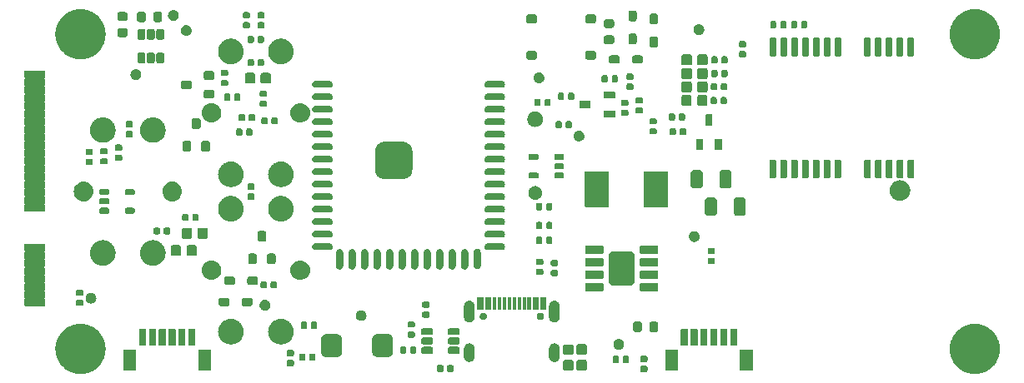
<source format=gbr>
%TF.GenerationSoftware,KiCad,Pcbnew,7.0.7*%
%TF.CreationDate,2023-10-10T16:57:59+13:00*%
%TF.ProjectId,openRiverSense,6f70656e-5269-4766-9572-53656e73652e,rev?*%
%TF.SameCoordinates,Original*%
%TF.FileFunction,Soldermask,Top*%
%TF.FilePolarity,Negative*%
%FSLAX46Y46*%
G04 Gerber Fmt 4.6, Leading zero omitted, Abs format (unit mm)*
G04 Created by KiCad (PCBNEW 7.0.7) date 2023-10-10 16:57:59*
%MOMM*%
%LPD*%
G01*
G04 APERTURE LIST*
G04 APERTURE END LIST*
G36*
X6281239Y-32455032D02*
G01*
X6360116Y-32455032D01*
X6432576Y-32464185D01*
X6507353Y-32468709D01*
X6593842Y-32484558D01*
X6677822Y-32495168D01*
X6742865Y-32511868D01*
X6810223Y-32524212D01*
X6900470Y-32552334D01*
X6987993Y-32574806D01*
X7044935Y-32597351D01*
X7104198Y-32615818D01*
X7196499Y-32657359D01*
X7285737Y-32692691D01*
X7334194Y-32719330D01*
X7384988Y-32742191D01*
X7477446Y-32798084D01*
X7566358Y-32846964D01*
X7606267Y-32875959D01*
X7648501Y-32901491D01*
X7739050Y-32972431D01*
X7825431Y-33035191D01*
X7857022Y-33064857D01*
X7890885Y-33091387D01*
X7977359Y-33177861D01*
X8058870Y-33254405D01*
X8082658Y-33283160D01*
X8108612Y-33309114D01*
X8188763Y-33411419D01*
X8262993Y-33501148D01*
X8279758Y-33527565D01*
X8298508Y-33551498D01*
X8370048Y-33669840D01*
X8434582Y-33771528D01*
X8445332Y-33794374D01*
X8457808Y-33815011D01*
X8518492Y-33949845D01*
X8570930Y-34061282D01*
X8576861Y-34079538D01*
X8584181Y-34095801D01*
X8631836Y-34248732D01*
X8669887Y-34365841D01*
X8672346Y-34378736D01*
X8675787Y-34389776D01*
X8708376Y-34567612D01*
X8729892Y-34680400D01*
X8730334Y-34687431D01*
X8731290Y-34692646D01*
X8746917Y-34951006D01*
X8750000Y-35000000D01*
X8746917Y-35048997D01*
X8731290Y-35307353D01*
X8730334Y-35312567D01*
X8729892Y-35319600D01*
X8708372Y-35432411D01*
X8675787Y-35610223D01*
X8672347Y-35621261D01*
X8669887Y-35634159D01*
X8631828Y-35751291D01*
X8584181Y-35904198D01*
X8576863Y-35920457D01*
X8570930Y-35938718D01*
X8518481Y-36050175D01*
X8457808Y-36184988D01*
X8445334Y-36205620D01*
X8434582Y-36228472D01*
X8370036Y-36330179D01*
X8298508Y-36448501D01*
X8279761Y-36472428D01*
X8262993Y-36498852D01*
X8188748Y-36588597D01*
X8108612Y-36690885D01*
X8082663Y-36716833D01*
X8058870Y-36745595D01*
X7977342Y-36822154D01*
X7890885Y-36908612D01*
X7857028Y-36935136D01*
X7825431Y-36964809D01*
X7739032Y-37027580D01*
X7648501Y-37098508D01*
X7606275Y-37124034D01*
X7566358Y-37153036D01*
X7477428Y-37201925D01*
X7384988Y-37257808D01*
X7334204Y-37280663D01*
X7285737Y-37307309D01*
X7196481Y-37342647D01*
X7104198Y-37384181D01*
X7044947Y-37402644D01*
X6987993Y-37425194D01*
X6900452Y-37447670D01*
X6810223Y-37475787D01*
X6742879Y-37488128D01*
X6677822Y-37504832D01*
X6593825Y-37515443D01*
X6507353Y-37531290D01*
X6432591Y-37535812D01*
X6360116Y-37544968D01*
X6281223Y-37544968D01*
X6199999Y-37549881D01*
X6118776Y-37544968D01*
X6039884Y-37544968D01*
X5967409Y-37535812D01*
X5892646Y-37531290D01*
X5806171Y-37515442D01*
X5722178Y-37504832D01*
X5657123Y-37488128D01*
X5589776Y-37475787D01*
X5499542Y-37447669D01*
X5412007Y-37425194D01*
X5355056Y-37402645D01*
X5295801Y-37384181D01*
X5203510Y-37342644D01*
X5114263Y-37307309D01*
X5065800Y-37280666D01*
X5015011Y-37257808D01*
X4922560Y-37201919D01*
X4833642Y-37153036D01*
X4793729Y-37124038D01*
X4751498Y-37098508D01*
X4660953Y-37027570D01*
X4574569Y-36964809D01*
X4542976Y-36935141D01*
X4509114Y-36908612D01*
X4422640Y-36822138D01*
X4341130Y-36745595D01*
X4317341Y-36716839D01*
X4291387Y-36690885D01*
X4211232Y-36588575D01*
X4137007Y-36498852D01*
X4120242Y-36472435D01*
X4101491Y-36448501D01*
X4029942Y-36330146D01*
X3965418Y-36228472D01*
X3954668Y-36205628D01*
X3942191Y-36184988D01*
X3881495Y-36050127D01*
X3829070Y-35938718D01*
X3823139Y-35920465D01*
X3815818Y-35904198D01*
X3768147Y-35751216D01*
X3730113Y-35634159D01*
X3727654Y-35621269D01*
X3724212Y-35610223D01*
X3691602Y-35432278D01*
X3670108Y-35319600D01*
X3669666Y-35312575D01*
X3668709Y-35307353D01*
X3653056Y-35048585D01*
X3650000Y-35000000D01*
X3653056Y-34951418D01*
X3668709Y-34692646D01*
X3669666Y-34687423D01*
X3670108Y-34680400D01*
X3691597Y-34567745D01*
X3724212Y-34389776D01*
X3727654Y-34378727D01*
X3730113Y-34365841D01*
X3768139Y-34248807D01*
X3815818Y-34095801D01*
X3823140Y-34079530D01*
X3829070Y-34061282D01*
X3881484Y-33949894D01*
X3942191Y-33815011D01*
X3954670Y-33794367D01*
X3965418Y-33771528D01*
X4029930Y-33669873D01*
X4101491Y-33551498D01*
X4120245Y-33527559D01*
X4137007Y-33501148D01*
X4211217Y-33411442D01*
X4291387Y-33309114D01*
X4317345Y-33283155D01*
X4341130Y-33254405D01*
X4422624Y-33177876D01*
X4509114Y-33091387D01*
X4542982Y-33064852D01*
X4574569Y-33035191D01*
X4660936Y-32972441D01*
X4751498Y-32901491D01*
X4793737Y-32875956D01*
X4833642Y-32846964D01*
X4922542Y-32798090D01*
X5015011Y-32742191D01*
X5065810Y-32719328D01*
X5114263Y-32692691D01*
X5203492Y-32657362D01*
X5295801Y-32615818D01*
X5355067Y-32597349D01*
X5412007Y-32574806D01*
X5499524Y-32552335D01*
X5589776Y-32524212D01*
X5657136Y-32511867D01*
X5722178Y-32495168D01*
X5806153Y-32484559D01*
X5892646Y-32468709D01*
X5967424Y-32464185D01*
X6039884Y-32455032D01*
X6118759Y-32455032D01*
X6199999Y-32450118D01*
X6281239Y-32455032D01*
G37*
G36*
X97081240Y-32455032D02*
G01*
X97160116Y-32455032D01*
X97232576Y-32464185D01*
X97307353Y-32468709D01*
X97393842Y-32484558D01*
X97477822Y-32495168D01*
X97542865Y-32511868D01*
X97610223Y-32524212D01*
X97700470Y-32552334D01*
X97787993Y-32574806D01*
X97844935Y-32597351D01*
X97904198Y-32615818D01*
X97996499Y-32657359D01*
X98085737Y-32692691D01*
X98134194Y-32719330D01*
X98184988Y-32742191D01*
X98277446Y-32798084D01*
X98366358Y-32846964D01*
X98406267Y-32875959D01*
X98448501Y-32901491D01*
X98539050Y-32972431D01*
X98625431Y-33035191D01*
X98657022Y-33064857D01*
X98690885Y-33091387D01*
X98777359Y-33177861D01*
X98858870Y-33254405D01*
X98882658Y-33283160D01*
X98908612Y-33309114D01*
X98988763Y-33411419D01*
X99062993Y-33501148D01*
X99079758Y-33527565D01*
X99098508Y-33551498D01*
X99170048Y-33669840D01*
X99234582Y-33771528D01*
X99245332Y-33794374D01*
X99257808Y-33815011D01*
X99318492Y-33949845D01*
X99370930Y-34061282D01*
X99376861Y-34079538D01*
X99384181Y-34095801D01*
X99431836Y-34248732D01*
X99469887Y-34365841D01*
X99472346Y-34378736D01*
X99475787Y-34389776D01*
X99508376Y-34567612D01*
X99529892Y-34680400D01*
X99530334Y-34687431D01*
X99531290Y-34692646D01*
X99546918Y-34951027D01*
X99550000Y-35000000D01*
X99546915Y-35049018D01*
X99531290Y-35307353D01*
X99530334Y-35312567D01*
X99529892Y-35319600D01*
X99508372Y-35432411D01*
X99475787Y-35610223D01*
X99472347Y-35621261D01*
X99469887Y-35634159D01*
X99431828Y-35751291D01*
X99384181Y-35904198D01*
X99376863Y-35920457D01*
X99370930Y-35938718D01*
X99318481Y-36050175D01*
X99257808Y-36184988D01*
X99245334Y-36205620D01*
X99234582Y-36228472D01*
X99170036Y-36330179D01*
X99098508Y-36448501D01*
X99079761Y-36472428D01*
X99062993Y-36498852D01*
X98988748Y-36588597D01*
X98908612Y-36690885D01*
X98882663Y-36716833D01*
X98858870Y-36745595D01*
X98777342Y-36822154D01*
X98690885Y-36908612D01*
X98657028Y-36935136D01*
X98625431Y-36964809D01*
X98539032Y-37027580D01*
X98448501Y-37098508D01*
X98406275Y-37124034D01*
X98366358Y-37153036D01*
X98277428Y-37201925D01*
X98184988Y-37257808D01*
X98134204Y-37280663D01*
X98085737Y-37307309D01*
X97996481Y-37342647D01*
X97904198Y-37384181D01*
X97844947Y-37402644D01*
X97787993Y-37425194D01*
X97700452Y-37447670D01*
X97610223Y-37475787D01*
X97542879Y-37488128D01*
X97477822Y-37504832D01*
X97393825Y-37515443D01*
X97307353Y-37531290D01*
X97232591Y-37535812D01*
X97160116Y-37544968D01*
X97081223Y-37544968D01*
X97000000Y-37549881D01*
X96918776Y-37544968D01*
X96839884Y-37544968D01*
X96767409Y-37535812D01*
X96692646Y-37531290D01*
X96606171Y-37515442D01*
X96522178Y-37504832D01*
X96457123Y-37488128D01*
X96389776Y-37475787D01*
X96299542Y-37447669D01*
X96212007Y-37425194D01*
X96155056Y-37402645D01*
X96095801Y-37384181D01*
X96003510Y-37342644D01*
X95914263Y-37307309D01*
X95865800Y-37280666D01*
X95815011Y-37257808D01*
X95722560Y-37201919D01*
X95633642Y-37153036D01*
X95593729Y-37124038D01*
X95551498Y-37098508D01*
X95460953Y-37027570D01*
X95374569Y-36964809D01*
X95342976Y-36935141D01*
X95309114Y-36908612D01*
X95222640Y-36822138D01*
X95141130Y-36745595D01*
X95117341Y-36716839D01*
X95091387Y-36690885D01*
X95011232Y-36588575D01*
X94937007Y-36498852D01*
X94920242Y-36472435D01*
X94901491Y-36448501D01*
X94829942Y-36330146D01*
X94765418Y-36228472D01*
X94754668Y-36205628D01*
X94742191Y-36184988D01*
X94681495Y-36050127D01*
X94629070Y-35938718D01*
X94623139Y-35920465D01*
X94615818Y-35904198D01*
X94568147Y-35751216D01*
X94530113Y-35634159D01*
X94527654Y-35621269D01*
X94524212Y-35610223D01*
X94491602Y-35432278D01*
X94470108Y-35319600D01*
X94469666Y-35312575D01*
X94468709Y-35307353D01*
X94453058Y-35048606D01*
X94450000Y-35000000D01*
X94453055Y-34951439D01*
X94468709Y-34692646D01*
X94469666Y-34687423D01*
X94470108Y-34680400D01*
X94491597Y-34567745D01*
X94524212Y-34389776D01*
X94527654Y-34378727D01*
X94530113Y-34365841D01*
X94568139Y-34248807D01*
X94615818Y-34095801D01*
X94623140Y-34079530D01*
X94629070Y-34061282D01*
X94681484Y-33949894D01*
X94742191Y-33815011D01*
X94754670Y-33794367D01*
X94765418Y-33771528D01*
X94829930Y-33669873D01*
X94901491Y-33551498D01*
X94920245Y-33527559D01*
X94937007Y-33501148D01*
X95011217Y-33411442D01*
X95091387Y-33309114D01*
X95117345Y-33283155D01*
X95141130Y-33254405D01*
X95222624Y-33177876D01*
X95309114Y-33091387D01*
X95342982Y-33064852D01*
X95374569Y-33035191D01*
X95460936Y-32972441D01*
X95551498Y-32901491D01*
X95593737Y-32875956D01*
X95633642Y-32846964D01*
X95722542Y-32798090D01*
X95815011Y-32742191D01*
X95865810Y-32719328D01*
X95914263Y-32692691D01*
X96003492Y-32657362D01*
X96095801Y-32615818D01*
X96155067Y-32597349D01*
X96212007Y-32574806D01*
X96299524Y-32552335D01*
X96389776Y-32524212D01*
X96457136Y-32511867D01*
X96522178Y-32495168D01*
X96606153Y-32484559D01*
X96692646Y-32468709D01*
X96767424Y-32464185D01*
X96839884Y-32455032D01*
X96918760Y-32455032D01*
X97000000Y-32450118D01*
X97081240Y-32455032D01*
G37*
G36*
X42923596Y-36640382D02*
G01*
X42983615Y-36680485D01*
X43023718Y-36740504D01*
X43037800Y-36811300D01*
X43037800Y-37181300D01*
X43023718Y-37252096D01*
X42983615Y-37312115D01*
X42923596Y-37352218D01*
X42852800Y-37366300D01*
X42582800Y-37366300D01*
X42512004Y-37352218D01*
X42451985Y-37312115D01*
X42411882Y-37252096D01*
X42397800Y-37181300D01*
X42397800Y-36811300D01*
X42411882Y-36740504D01*
X42451985Y-36680485D01*
X42512004Y-36640382D01*
X42582800Y-36626300D01*
X42852800Y-36626300D01*
X42923596Y-36640382D01*
G37*
G36*
X43943596Y-36640382D02*
G01*
X44003615Y-36680485D01*
X44043718Y-36740504D01*
X44057800Y-36811300D01*
X44057800Y-37181300D01*
X44043718Y-37252096D01*
X44003615Y-37312115D01*
X43943596Y-37352218D01*
X43872800Y-37366300D01*
X43602800Y-37366300D01*
X43532004Y-37352218D01*
X43471985Y-37312115D01*
X43431882Y-37252096D01*
X43417800Y-37181300D01*
X43417800Y-36811300D01*
X43431882Y-36740504D01*
X43471985Y-36680485D01*
X43532004Y-36640382D01*
X43602800Y-36626300D01*
X43872800Y-36626300D01*
X43943596Y-36640382D01*
G37*
G36*
X63658696Y-36734282D02*
G01*
X63718715Y-36774385D01*
X63758818Y-36834404D01*
X63772900Y-36905200D01*
X63772900Y-37175200D01*
X63758818Y-37245996D01*
X63718715Y-37306015D01*
X63658696Y-37346118D01*
X63587900Y-37360200D01*
X63217900Y-37360200D01*
X63147104Y-37346118D01*
X63087085Y-37306015D01*
X63046982Y-37245996D01*
X63032900Y-37175200D01*
X63032900Y-36905200D01*
X63046982Y-36834404D01*
X63087085Y-36774385D01*
X63147104Y-36734282D01*
X63217900Y-36720200D01*
X63587900Y-36720200D01*
X63658696Y-36734282D01*
G37*
G36*
X11819032Y-35103793D02*
G01*
X11835253Y-35114632D01*
X11846092Y-35130853D01*
X11849898Y-35149987D01*
X11849898Y-37149987D01*
X11846092Y-37169121D01*
X11835253Y-37185342D01*
X11819032Y-37196181D01*
X11799898Y-37199987D01*
X10599898Y-37199987D01*
X10580764Y-37196181D01*
X10564543Y-37185342D01*
X10553704Y-37169121D01*
X10549898Y-37149987D01*
X10549898Y-35149987D01*
X10553704Y-35130853D01*
X10564543Y-35114632D01*
X10580764Y-35103793D01*
X10599898Y-35099987D01*
X11799898Y-35099987D01*
X11819032Y-35103793D01*
G37*
G36*
X19419236Y-35103793D02*
G01*
X19435457Y-35114632D01*
X19446296Y-35130853D01*
X19450102Y-35149987D01*
X19450102Y-37149987D01*
X19446296Y-37169121D01*
X19435457Y-37185342D01*
X19419236Y-37196181D01*
X19400102Y-37199987D01*
X18200102Y-37199987D01*
X18180968Y-37196181D01*
X18164747Y-37185342D01*
X18153908Y-37169121D01*
X18150102Y-37149987D01*
X18150102Y-35149987D01*
X18153908Y-35130853D01*
X18164747Y-35114632D01*
X18180968Y-35103793D01*
X18200102Y-35099987D01*
X19400102Y-35099987D01*
X19419236Y-35103793D01*
G37*
G36*
X66819032Y-35103793D02*
G01*
X66835253Y-35114632D01*
X66846092Y-35130853D01*
X66849898Y-35149987D01*
X66849898Y-37149987D01*
X66846092Y-37169121D01*
X66835253Y-37185342D01*
X66819032Y-37196181D01*
X66799898Y-37199987D01*
X65599898Y-37199987D01*
X65580764Y-37196181D01*
X65564543Y-37185342D01*
X65553704Y-37169121D01*
X65549898Y-37149987D01*
X65549898Y-35149987D01*
X65553704Y-35130853D01*
X65564543Y-35114632D01*
X65580764Y-35103793D01*
X65599898Y-35099987D01*
X66799898Y-35099987D01*
X66819032Y-35103793D01*
G37*
G36*
X74419236Y-35103793D02*
G01*
X74435457Y-35114632D01*
X74446296Y-35130853D01*
X74450102Y-35149987D01*
X74450102Y-37149987D01*
X74446296Y-37169121D01*
X74435457Y-37185342D01*
X74419236Y-37196181D01*
X74400102Y-37199987D01*
X73200102Y-37199987D01*
X73180968Y-37196181D01*
X73164747Y-37185342D01*
X73153908Y-37169121D01*
X73150102Y-37149987D01*
X73150102Y-35149987D01*
X73153908Y-35130853D01*
X73164747Y-35114632D01*
X73180968Y-35103793D01*
X73200102Y-35099987D01*
X74400102Y-35099987D01*
X74419236Y-35103793D01*
G37*
G36*
X56155537Y-36164424D02*
G01*
X56220421Y-36207779D01*
X56263776Y-36272663D01*
X56279000Y-36349200D01*
X56279000Y-36999200D01*
X56263776Y-37075737D01*
X56220421Y-37140621D01*
X56155537Y-37183976D01*
X56079000Y-37199200D01*
X55379000Y-37199200D01*
X55302463Y-37183976D01*
X55237579Y-37140621D01*
X55194224Y-37075737D01*
X55179000Y-36999200D01*
X55179000Y-36349200D01*
X55194224Y-36272663D01*
X55237579Y-36207779D01*
X55302463Y-36164424D01*
X55379000Y-36149200D01*
X56079000Y-36149200D01*
X56155537Y-36164424D01*
G37*
G36*
X57512237Y-36149524D02*
G01*
X57577121Y-36192879D01*
X57620476Y-36257763D01*
X57635700Y-36334300D01*
X57635700Y-36984300D01*
X57620476Y-37060837D01*
X57577121Y-37125721D01*
X57512237Y-37169076D01*
X57435700Y-37184300D01*
X56735700Y-37184300D01*
X56659163Y-37169076D01*
X56594279Y-37125721D01*
X56550924Y-37060837D01*
X56535700Y-36984300D01*
X56535700Y-36334300D01*
X56550924Y-36257763D01*
X56594279Y-36192879D01*
X56659163Y-36149524D01*
X56735700Y-36134300D01*
X57435700Y-36134300D01*
X57512237Y-36149524D01*
G37*
G36*
X27755796Y-36144982D02*
G01*
X27815815Y-36185085D01*
X27855918Y-36245104D01*
X27870000Y-36315900D01*
X27870000Y-36585900D01*
X27855918Y-36656696D01*
X27815815Y-36716715D01*
X27755796Y-36756818D01*
X27685000Y-36770900D01*
X27315000Y-36770900D01*
X27244204Y-36756818D01*
X27184185Y-36716715D01*
X27144082Y-36656696D01*
X27130000Y-36585900D01*
X27130000Y-36315900D01*
X27144082Y-36245104D01*
X27184185Y-36185085D01*
X27244204Y-36144982D01*
X27315000Y-36130900D01*
X27685000Y-36130900D01*
X27755796Y-36144982D01*
G37*
G36*
X60754796Y-35714282D02*
G01*
X60814815Y-35754385D01*
X60854918Y-35814404D01*
X60869000Y-35885200D01*
X60869000Y-36255200D01*
X60854918Y-36325996D01*
X60814815Y-36386015D01*
X60754796Y-36426118D01*
X60684000Y-36440200D01*
X60414000Y-36440200D01*
X60343204Y-36426118D01*
X60283185Y-36386015D01*
X60243082Y-36325996D01*
X60229000Y-36255200D01*
X60229000Y-35885200D01*
X60243082Y-35814404D01*
X60283185Y-35754385D01*
X60343204Y-35714282D01*
X60414000Y-35700200D01*
X60684000Y-35700200D01*
X60754796Y-35714282D01*
G37*
G36*
X61774796Y-35714282D02*
G01*
X61834815Y-35754385D01*
X61874918Y-35814404D01*
X61889000Y-35885200D01*
X61889000Y-36255200D01*
X61874918Y-36325996D01*
X61834815Y-36386015D01*
X61774796Y-36426118D01*
X61704000Y-36440200D01*
X61434000Y-36440200D01*
X61363204Y-36426118D01*
X61303185Y-36386015D01*
X61263082Y-36325996D01*
X61249000Y-36255200D01*
X61249000Y-35885200D01*
X61263082Y-35814404D01*
X61303185Y-35754385D01*
X61363204Y-35714282D01*
X61434000Y-35700200D01*
X61704000Y-35700200D01*
X61774796Y-35714282D01*
G37*
G36*
X63658696Y-35714282D02*
G01*
X63718715Y-35754385D01*
X63758818Y-35814404D01*
X63772900Y-35885200D01*
X63772900Y-36155200D01*
X63758818Y-36225996D01*
X63718715Y-36286015D01*
X63658696Y-36326118D01*
X63587900Y-36340200D01*
X63217900Y-36340200D01*
X63147104Y-36326118D01*
X63087085Y-36286015D01*
X63046982Y-36225996D01*
X63032900Y-36155200D01*
X63032900Y-35885200D01*
X63046982Y-35814404D01*
X63087085Y-35754385D01*
X63147104Y-35714282D01*
X63217900Y-35700200D01*
X63587900Y-35700200D01*
X63658696Y-35714282D01*
G37*
G36*
X45671640Y-34443284D02*
G01*
X45706736Y-34441077D01*
X45744402Y-34448262D01*
X45784135Y-34450980D01*
X45813662Y-34461473D01*
X45842034Y-34466886D01*
X45882592Y-34485971D01*
X45925270Y-34501139D01*
X45946158Y-34515883D01*
X45966660Y-34525531D01*
X46006401Y-34558408D01*
X46047638Y-34587516D01*
X46060093Y-34602826D01*
X46072792Y-34613331D01*
X46107460Y-34661047D01*
X46142165Y-34703705D01*
X46147682Y-34716407D01*
X46153748Y-34724756D01*
X46178871Y-34788212D01*
X46201839Y-34841088D01*
X46202919Y-34848951D01*
X46204455Y-34852829D01*
X46215850Y-34943031D01*
X46222234Y-34989476D01*
X46222234Y-35789476D01*
X46220628Y-35812952D01*
X46217898Y-35856343D01*
X46217573Y-35857606D01*
X46217111Y-35864368D01*
X46201884Y-35918712D01*
X46183131Y-35991753D01*
X46179640Y-35998102D01*
X46176700Y-36008597D01*
X46147221Y-36057071D01*
X46116775Y-36112454D01*
X46107603Y-36122220D01*
X46098875Y-36136574D01*
X46060245Y-36172651D01*
X46022486Y-36212861D01*
X46005965Y-36223345D01*
X45989408Y-36238809D01*
X45946852Y-36260860D01*
X45906195Y-36286662D01*
X45881693Y-36294622D01*
X45856418Y-36307720D01*
X45814712Y-36316386D01*
X45775196Y-36329226D01*
X45743253Y-36331235D01*
X45709767Y-36338194D01*
X45672819Y-36335666D01*
X45637731Y-36337874D01*
X45600072Y-36330690D01*
X45560333Y-36327972D01*
X45530800Y-36317476D01*
X45502433Y-36312065D01*
X45461880Y-36292982D01*
X45419198Y-36277813D01*
X45398307Y-36263066D01*
X45377807Y-36253420D01*
X45338067Y-36220544D01*
X45296830Y-36191436D01*
X45284373Y-36176125D01*
X45271675Y-36165620D01*
X45237004Y-36117900D01*
X45202303Y-36075247D01*
X45196785Y-36062545D01*
X45190719Y-36054195D01*
X45165589Y-35990724D01*
X45142629Y-35937864D01*
X45141548Y-35930002D01*
X45140012Y-35926122D01*
X45128614Y-35835899D01*
X45122234Y-35789476D01*
X45122234Y-34989476D01*
X45123834Y-34966078D01*
X45126569Y-34922608D01*
X45126894Y-34921338D01*
X45127357Y-34914584D01*
X45142568Y-34860292D01*
X45161336Y-34787198D01*
X45164829Y-34780844D01*
X45167768Y-34770355D01*
X45197230Y-34721906D01*
X45227692Y-34666497D01*
X45236867Y-34656725D01*
X45245593Y-34642378D01*
X45284206Y-34606315D01*
X45321981Y-34566090D01*
X45338507Y-34555601D01*
X45355060Y-34540143D01*
X45397601Y-34518099D01*
X45438272Y-34492289D01*
X45462780Y-34484325D01*
X45488050Y-34471232D01*
X45529744Y-34462567D01*
X45569271Y-34449725D01*
X45601221Y-34447714D01*
X45634701Y-34440758D01*
X45671640Y-34443284D01*
G37*
G36*
X54311721Y-34443284D02*
G01*
X54346817Y-34441077D01*
X54384483Y-34448262D01*
X54424216Y-34450980D01*
X54453743Y-34461473D01*
X54482115Y-34466886D01*
X54522673Y-34485971D01*
X54565351Y-34501139D01*
X54586239Y-34515883D01*
X54606741Y-34525531D01*
X54646482Y-34558408D01*
X54687719Y-34587516D01*
X54700174Y-34602826D01*
X54712873Y-34613331D01*
X54747541Y-34661047D01*
X54782246Y-34703705D01*
X54787763Y-34716407D01*
X54793829Y-34724756D01*
X54818952Y-34788212D01*
X54841920Y-34841088D01*
X54843000Y-34848951D01*
X54844536Y-34852829D01*
X54855931Y-34943031D01*
X54862315Y-34989476D01*
X54862315Y-35789476D01*
X54860709Y-35812952D01*
X54857979Y-35856343D01*
X54857654Y-35857606D01*
X54857192Y-35864368D01*
X54841965Y-35918712D01*
X54823212Y-35991753D01*
X54819721Y-35998102D01*
X54816781Y-36008597D01*
X54787302Y-36057071D01*
X54756856Y-36112454D01*
X54747684Y-36122220D01*
X54738956Y-36136574D01*
X54700326Y-36172651D01*
X54662567Y-36212861D01*
X54646046Y-36223345D01*
X54629489Y-36238809D01*
X54586933Y-36260860D01*
X54546276Y-36286662D01*
X54521774Y-36294622D01*
X54496499Y-36307720D01*
X54454793Y-36316386D01*
X54415277Y-36329226D01*
X54383334Y-36331235D01*
X54349848Y-36338194D01*
X54312900Y-36335666D01*
X54277812Y-36337874D01*
X54240153Y-36330690D01*
X54200414Y-36327972D01*
X54170881Y-36317476D01*
X54142514Y-36312065D01*
X54101961Y-36292982D01*
X54059279Y-36277813D01*
X54038388Y-36263066D01*
X54017888Y-36253420D01*
X53978148Y-36220544D01*
X53936911Y-36191436D01*
X53924454Y-36176125D01*
X53911756Y-36165620D01*
X53877085Y-36117900D01*
X53842384Y-36075247D01*
X53836866Y-36062545D01*
X53830800Y-36054195D01*
X53805670Y-35990724D01*
X53782710Y-35937864D01*
X53781629Y-35930002D01*
X53780093Y-35926122D01*
X53768695Y-35835899D01*
X53762315Y-35789476D01*
X53762315Y-34989476D01*
X53763915Y-34966078D01*
X53766650Y-34922608D01*
X53766975Y-34921338D01*
X53767438Y-34914584D01*
X53782649Y-34860292D01*
X53801417Y-34787198D01*
X53804910Y-34780844D01*
X53807849Y-34770355D01*
X53837311Y-34721906D01*
X53867773Y-34666497D01*
X53876948Y-34656725D01*
X53885674Y-34642378D01*
X53924287Y-34606315D01*
X53962062Y-34566090D01*
X53978588Y-34555601D01*
X53995141Y-34540143D01*
X54037682Y-34518099D01*
X54078353Y-34492289D01*
X54102861Y-34484325D01*
X54128131Y-34471232D01*
X54169825Y-34462567D01*
X54209352Y-34449725D01*
X54241302Y-34447714D01*
X54274782Y-34440758D01*
X54311721Y-34443284D01*
G37*
G36*
X28910196Y-35501682D02*
G01*
X28970215Y-35541785D01*
X29010318Y-35601804D01*
X29024400Y-35672600D01*
X29024400Y-36042600D01*
X29010318Y-36113396D01*
X28970215Y-36173415D01*
X28910196Y-36213518D01*
X28839400Y-36227600D01*
X28569400Y-36227600D01*
X28498604Y-36213518D01*
X28438585Y-36173415D01*
X28398482Y-36113396D01*
X28384400Y-36042600D01*
X28384400Y-35672600D01*
X28398482Y-35601804D01*
X28438585Y-35541785D01*
X28498604Y-35501682D01*
X28569400Y-35487600D01*
X28839400Y-35487600D01*
X28910196Y-35501682D01*
G37*
G36*
X29930196Y-35501682D02*
G01*
X29990215Y-35541785D01*
X30030318Y-35601804D01*
X30044400Y-35672600D01*
X30044400Y-36042600D01*
X30030318Y-36113396D01*
X29990215Y-36173415D01*
X29930196Y-36213518D01*
X29859400Y-36227600D01*
X29589400Y-36227600D01*
X29518604Y-36213518D01*
X29458585Y-36173415D01*
X29418482Y-36113396D01*
X29404400Y-36042600D01*
X29404400Y-35672600D01*
X29418482Y-35601804D01*
X29458585Y-35541785D01*
X29518604Y-35501682D01*
X29589400Y-35487600D01*
X29859400Y-35487600D01*
X29930196Y-35501682D01*
G37*
G36*
X32199863Y-33499202D02*
G01*
X32282389Y-33505697D01*
X32309895Y-33513688D01*
X32341485Y-33517847D01*
X32382060Y-33534654D01*
X32419004Y-33545387D01*
X32444793Y-33560639D01*
X32476999Y-33573979D01*
X32509434Y-33598867D01*
X32540120Y-33617015D01*
X32563320Y-33640215D01*
X32593367Y-33663271D01*
X32616422Y-33693317D01*
X32639622Y-33716517D01*
X32657768Y-33747200D01*
X32682659Y-33779639D01*
X32695999Y-33811846D01*
X32711250Y-33837633D01*
X32721981Y-33874571D01*
X32738791Y-33915153D01*
X32742949Y-33946745D01*
X32750940Y-33974248D01*
X32757437Y-34056795D01*
X32757935Y-34060578D01*
X32757935Y-34063122D01*
X32757936Y-34063135D01*
X32757936Y-34672663D01*
X32757936Y-35277823D01*
X32757435Y-35281627D01*
X32750940Y-35364151D01*
X32742950Y-35391650D01*
X32738791Y-35423247D01*
X32721980Y-35463830D01*
X32711250Y-35500766D01*
X32696001Y-35526550D01*
X32682659Y-35558761D01*
X32657765Y-35591202D01*
X32639622Y-35621882D01*
X32616425Y-35645078D01*
X32593367Y-35675129D01*
X32563316Y-35698187D01*
X32540120Y-35721384D01*
X32509440Y-35739527D01*
X32476999Y-35764421D01*
X32444788Y-35777763D01*
X32419004Y-35793012D01*
X32382068Y-35803742D01*
X32341485Y-35820553D01*
X32309890Y-35824712D01*
X32282389Y-35832702D01*
X32199844Y-35839198D01*
X32196060Y-35839697D01*
X32193514Y-35839697D01*
X32193502Y-35839698D01*
X31174872Y-35839698D01*
X31174871Y-35839697D01*
X31172313Y-35839698D01*
X31168508Y-35839197D01*
X31085984Y-35832702D01*
X31058483Y-35824712D01*
X31026889Y-35820553D01*
X30986307Y-35803743D01*
X30949369Y-35793012D01*
X30923582Y-35777761D01*
X30891375Y-35764421D01*
X30858936Y-35739530D01*
X30828253Y-35721384D01*
X30805053Y-35698184D01*
X30775007Y-35675129D01*
X30751951Y-35645082D01*
X30728751Y-35621882D01*
X30710603Y-35591196D01*
X30685715Y-35558761D01*
X30672375Y-35526555D01*
X30657123Y-35500766D01*
X30646390Y-35463822D01*
X30629583Y-35423247D01*
X30625424Y-35391658D01*
X30617433Y-35364151D01*
X30610937Y-35281605D01*
X30610439Y-35277822D01*
X30610438Y-35275276D01*
X30610438Y-35275264D01*
X30610438Y-34063135D01*
X30610438Y-34063134D01*
X30610438Y-34060577D01*
X30610938Y-34056775D01*
X30617433Y-33974248D01*
X30625424Y-33946741D01*
X30629583Y-33915153D01*
X30646389Y-33874579D01*
X30657123Y-33837633D01*
X30672376Y-33811840D01*
X30685715Y-33779639D01*
X30710601Y-33747206D01*
X30728751Y-33716517D01*
X30751955Y-33693312D01*
X30775007Y-33663271D01*
X30805048Y-33640219D01*
X30828253Y-33617015D01*
X30858942Y-33598865D01*
X30891375Y-33573979D01*
X30923576Y-33560640D01*
X30949369Y-33545387D01*
X30986315Y-33534653D01*
X31026889Y-33517847D01*
X31058475Y-33513688D01*
X31085984Y-33505697D01*
X31168530Y-33499201D01*
X31172314Y-33498703D01*
X31174859Y-33498702D01*
X31174872Y-33498702D01*
X32193502Y-33498702D01*
X32196061Y-33498702D01*
X32199863Y-33499202D01*
G37*
G36*
X37382489Y-33499202D02*
G01*
X37465015Y-33505697D01*
X37492521Y-33513688D01*
X37524111Y-33517847D01*
X37564686Y-33534654D01*
X37601630Y-33545387D01*
X37627419Y-33560639D01*
X37659625Y-33573979D01*
X37692060Y-33598867D01*
X37722746Y-33617015D01*
X37745946Y-33640215D01*
X37775993Y-33663271D01*
X37799048Y-33693317D01*
X37822248Y-33716517D01*
X37840394Y-33747200D01*
X37865285Y-33779639D01*
X37878625Y-33811846D01*
X37893876Y-33837633D01*
X37904607Y-33874571D01*
X37921417Y-33915153D01*
X37925575Y-33946745D01*
X37933566Y-33974248D01*
X37940063Y-34056795D01*
X37940561Y-34060578D01*
X37940561Y-34063122D01*
X37940562Y-34063135D01*
X37940562Y-34672663D01*
X37940562Y-35277823D01*
X37940061Y-35281627D01*
X37933566Y-35364151D01*
X37925576Y-35391650D01*
X37921417Y-35423247D01*
X37904606Y-35463830D01*
X37893876Y-35500766D01*
X37878627Y-35526550D01*
X37865285Y-35558761D01*
X37840391Y-35591202D01*
X37822248Y-35621882D01*
X37799051Y-35645078D01*
X37775993Y-35675129D01*
X37745942Y-35698187D01*
X37722746Y-35721384D01*
X37692066Y-35739527D01*
X37659625Y-35764421D01*
X37627414Y-35777763D01*
X37601630Y-35793012D01*
X37564694Y-35803742D01*
X37524111Y-35820553D01*
X37492516Y-35824712D01*
X37465015Y-35832702D01*
X37382470Y-35839198D01*
X37378686Y-35839697D01*
X37376140Y-35839697D01*
X37376128Y-35839698D01*
X36357498Y-35839698D01*
X36357497Y-35839697D01*
X36354939Y-35839698D01*
X36351134Y-35839197D01*
X36268610Y-35832702D01*
X36241109Y-35824712D01*
X36209515Y-35820553D01*
X36168933Y-35803743D01*
X36131995Y-35793012D01*
X36106208Y-35777761D01*
X36074001Y-35764421D01*
X36041562Y-35739530D01*
X36010879Y-35721384D01*
X35987679Y-35698184D01*
X35957633Y-35675129D01*
X35934577Y-35645082D01*
X35911377Y-35621882D01*
X35893229Y-35591196D01*
X35868341Y-35558761D01*
X35855001Y-35526555D01*
X35839749Y-35500766D01*
X35829016Y-35463822D01*
X35812209Y-35423247D01*
X35808050Y-35391658D01*
X35800059Y-35364151D01*
X35793563Y-35281605D01*
X35793065Y-35277822D01*
X35793064Y-35275276D01*
X35793064Y-35275264D01*
X35793064Y-34063135D01*
X35793064Y-34063134D01*
X35793064Y-34060577D01*
X35793564Y-34056775D01*
X35800059Y-33974248D01*
X35808050Y-33946741D01*
X35812209Y-33915153D01*
X35829015Y-33874579D01*
X35839749Y-33837633D01*
X35855002Y-33811840D01*
X35868341Y-33779639D01*
X35893227Y-33747206D01*
X35911377Y-33716517D01*
X35934581Y-33693312D01*
X35957633Y-33663271D01*
X35987674Y-33640219D01*
X36010879Y-33617015D01*
X36041568Y-33598865D01*
X36074001Y-33573979D01*
X36106202Y-33560640D01*
X36131995Y-33545387D01*
X36168941Y-33534653D01*
X36209515Y-33517847D01*
X36241101Y-33513688D01*
X36268610Y-33505697D01*
X36351156Y-33499201D01*
X36354940Y-33498703D01*
X36357485Y-33498702D01*
X36357498Y-33498702D01*
X37376128Y-33498702D01*
X37378687Y-33498702D01*
X37382489Y-33499202D01*
G37*
G36*
X27755796Y-35124982D02*
G01*
X27815815Y-35165085D01*
X27855918Y-35225104D01*
X27870000Y-35295900D01*
X27870000Y-35565900D01*
X27855918Y-35636696D01*
X27815815Y-35696715D01*
X27755796Y-35736818D01*
X27685000Y-35750900D01*
X27315000Y-35750900D01*
X27244204Y-35736818D01*
X27184185Y-35696715D01*
X27144082Y-35636696D01*
X27130000Y-35565900D01*
X27130000Y-35295900D01*
X27144082Y-35225104D01*
X27184185Y-35165085D01*
X27244204Y-35124982D01*
X27315000Y-35110900D01*
X27685000Y-35110900D01*
X27755796Y-35124982D01*
G37*
G36*
X56155537Y-34564424D02*
G01*
X56220421Y-34607779D01*
X56263776Y-34672663D01*
X56279000Y-34749200D01*
X56279000Y-35399200D01*
X56263776Y-35475737D01*
X56220421Y-35540621D01*
X56155537Y-35583976D01*
X56079000Y-35599200D01*
X55379000Y-35599200D01*
X55302463Y-35583976D01*
X55237579Y-35540621D01*
X55194224Y-35475737D01*
X55179000Y-35399200D01*
X55179000Y-34749200D01*
X55194224Y-34672663D01*
X55237579Y-34607779D01*
X55302463Y-34564424D01*
X55379000Y-34549200D01*
X56079000Y-34549200D01*
X56155537Y-34564424D01*
G37*
G36*
X57512237Y-34549524D02*
G01*
X57577121Y-34592879D01*
X57620476Y-34657763D01*
X57635700Y-34734300D01*
X57635700Y-35384300D01*
X57620476Y-35460837D01*
X57577121Y-35525721D01*
X57512237Y-35569076D01*
X57435700Y-35584300D01*
X56735700Y-35584300D01*
X56659163Y-35569076D01*
X56594279Y-35525721D01*
X56550924Y-35460837D01*
X56535700Y-35384300D01*
X56535700Y-34734300D01*
X56550924Y-34657763D01*
X56594279Y-34592879D01*
X56659163Y-34549524D01*
X56735700Y-34534300D01*
X57435700Y-34534300D01*
X57512237Y-34549524D01*
G37*
G36*
X41870324Y-34807586D02*
G01*
X41935208Y-34850941D01*
X41978563Y-34915825D01*
X41993787Y-34992362D01*
X41993787Y-35292362D01*
X41978563Y-35368899D01*
X41935208Y-35433783D01*
X41870324Y-35477138D01*
X41793787Y-35492362D01*
X40993787Y-35492362D01*
X40917250Y-35477138D01*
X40852366Y-35433783D01*
X40809011Y-35368899D01*
X40793787Y-35292362D01*
X40793787Y-34992362D01*
X40809011Y-34915825D01*
X40852366Y-34850941D01*
X40917250Y-34807586D01*
X40993787Y-34792362D01*
X41793787Y-34792362D01*
X41870324Y-34807586D01*
G37*
G36*
X44570350Y-34807586D02*
G01*
X44635234Y-34850941D01*
X44678589Y-34915825D01*
X44693813Y-34992362D01*
X44693813Y-35292362D01*
X44678589Y-35368899D01*
X44635234Y-35433783D01*
X44570350Y-35477138D01*
X44493813Y-35492362D01*
X43693813Y-35492362D01*
X43617276Y-35477138D01*
X43552392Y-35433783D01*
X43509037Y-35368899D01*
X43493813Y-35292362D01*
X43493813Y-34992362D01*
X43509037Y-34915825D01*
X43552392Y-34850941D01*
X43617276Y-34807586D01*
X43693813Y-34792362D01*
X44493813Y-34792362D01*
X44570350Y-34807586D01*
G37*
G36*
X39154996Y-34756982D02*
G01*
X39215015Y-34797085D01*
X39255118Y-34857104D01*
X39269200Y-34927900D01*
X39269200Y-35297900D01*
X39255118Y-35368696D01*
X39215015Y-35428715D01*
X39154996Y-35468818D01*
X39084200Y-35482900D01*
X38814200Y-35482900D01*
X38743404Y-35468818D01*
X38683385Y-35428715D01*
X38643282Y-35368696D01*
X38629200Y-35297900D01*
X38629200Y-34927900D01*
X38643282Y-34857104D01*
X38683385Y-34797085D01*
X38743404Y-34756982D01*
X38814200Y-34742900D01*
X39084200Y-34742900D01*
X39154996Y-34756982D01*
G37*
G36*
X40174996Y-34756982D02*
G01*
X40235015Y-34797085D01*
X40275118Y-34857104D01*
X40289200Y-34927900D01*
X40289200Y-35297900D01*
X40275118Y-35368696D01*
X40235015Y-35428715D01*
X40174996Y-35468818D01*
X40104200Y-35482900D01*
X39834200Y-35482900D01*
X39763404Y-35468818D01*
X39703385Y-35428715D01*
X39663282Y-35368696D01*
X39649200Y-35297900D01*
X39649200Y-34927900D01*
X39663282Y-34857104D01*
X39703385Y-34797085D01*
X39763404Y-34756982D01*
X39834200Y-34742900D01*
X40104200Y-34742900D01*
X40174996Y-34756982D01*
G37*
G36*
X60883559Y-34004184D02*
G01*
X60915739Y-34004184D01*
X60952636Y-34013278D01*
X60991850Y-34018441D01*
X61018693Y-34029559D01*
X61044360Y-34035886D01*
X61083274Y-34056310D01*
X61124500Y-34073386D01*
X61143308Y-34087818D01*
X61161664Y-34097452D01*
X61199192Y-34130699D01*
X61238409Y-34160791D01*
X61249554Y-34175315D01*
X61260823Y-34185299D01*
X61293138Y-34232116D01*
X61325814Y-34274700D01*
X61330739Y-34286590D01*
X61336078Y-34294325D01*
X61359240Y-34355400D01*
X61380759Y-34407350D01*
X61381724Y-34414684D01*
X61383054Y-34418190D01*
X61393350Y-34502992D01*
X61399500Y-34549700D01*
X61393350Y-34596411D01*
X61383054Y-34681209D01*
X61381724Y-34684713D01*
X61380759Y-34692050D01*
X61359236Y-34744010D01*
X61336078Y-34805074D01*
X61330740Y-34812807D01*
X61325814Y-34824700D01*
X61293131Y-34867292D01*
X61260823Y-34914100D01*
X61249556Y-34924081D01*
X61238409Y-34938609D01*
X61199184Y-34968707D01*
X61161664Y-35001947D01*
X61143312Y-35011578D01*
X61124500Y-35026014D01*
X61083265Y-35043093D01*
X61044360Y-35063513D01*
X61018698Y-35069838D01*
X60991850Y-35080959D01*
X60952634Y-35086121D01*
X60915739Y-35095216D01*
X60883559Y-35095216D01*
X60849500Y-35099700D01*
X60815441Y-35095216D01*
X60783261Y-35095216D01*
X60746365Y-35086121D01*
X60707150Y-35080959D01*
X60680303Y-35069838D01*
X60654639Y-35063513D01*
X60615729Y-35043091D01*
X60574500Y-35026014D01*
X60555689Y-35011580D01*
X60537335Y-35001947D01*
X60499808Y-34968701D01*
X60460591Y-34938609D01*
X60449445Y-34924083D01*
X60438176Y-34914100D01*
X60405858Y-34867279D01*
X60373186Y-34824700D01*
X60368261Y-34812811D01*
X60362921Y-34805074D01*
X60339751Y-34743981D01*
X60318241Y-34692050D01*
X60317275Y-34684717D01*
X60315945Y-34681209D01*
X60305636Y-34596313D01*
X60299500Y-34549700D01*
X60305636Y-34503090D01*
X60315945Y-34418190D01*
X60317275Y-34414680D01*
X60318241Y-34407350D01*
X60339747Y-34355429D01*
X60362921Y-34294325D01*
X60368262Y-34286586D01*
X60373186Y-34274700D01*
X60405851Y-34232129D01*
X60438176Y-34185299D01*
X60449448Y-34175312D01*
X60460591Y-34160791D01*
X60499799Y-34130705D01*
X60537335Y-34097452D01*
X60555693Y-34087816D01*
X60574500Y-34073386D01*
X60615720Y-34056312D01*
X60654639Y-34035886D01*
X60680307Y-34029559D01*
X60707150Y-34018441D01*
X60746362Y-34013278D01*
X60783261Y-34004184D01*
X60815441Y-34004184D01*
X60849500Y-33999700D01*
X60883559Y-34004184D01*
G37*
G36*
X12819261Y-33003819D02*
G01*
X12835482Y-33014658D01*
X12846321Y-33030879D01*
X12850127Y-33050013D01*
X12850127Y-34650013D01*
X12846321Y-34669147D01*
X12835482Y-34685368D01*
X12819261Y-34696207D01*
X12800127Y-34700013D01*
X12200127Y-34700013D01*
X12180993Y-34696207D01*
X12164772Y-34685368D01*
X12153933Y-34669147D01*
X12150127Y-34650013D01*
X12150127Y-33050013D01*
X12153933Y-33030879D01*
X12164772Y-33014658D01*
X12180993Y-33003819D01*
X12200127Y-33000013D01*
X12800127Y-33000013D01*
X12819261Y-33003819D01*
G37*
G36*
X13819261Y-33003819D02*
G01*
X13835482Y-33014658D01*
X13846321Y-33030879D01*
X13850127Y-33050013D01*
X13850127Y-34650013D01*
X13846321Y-34669147D01*
X13835482Y-34685368D01*
X13819261Y-34696207D01*
X13800127Y-34700013D01*
X13200127Y-34700013D01*
X13180993Y-34696207D01*
X13164772Y-34685368D01*
X13153933Y-34669147D01*
X13150127Y-34650013D01*
X13150127Y-33050013D01*
X13153933Y-33030879D01*
X13164772Y-33014658D01*
X13180993Y-33003819D01*
X13200127Y-33000013D01*
X13800127Y-33000013D01*
X13819261Y-33003819D01*
G37*
G36*
X14819261Y-33003819D02*
G01*
X14835482Y-33014658D01*
X14846321Y-33030879D01*
X14850127Y-33050013D01*
X14850127Y-34650013D01*
X14846321Y-34669147D01*
X14835482Y-34685368D01*
X14819261Y-34696207D01*
X14800127Y-34700013D01*
X14200127Y-34700013D01*
X14180993Y-34696207D01*
X14164772Y-34685368D01*
X14153933Y-34669147D01*
X14150127Y-34650013D01*
X14150127Y-33050013D01*
X14153933Y-33030879D01*
X14164772Y-33014658D01*
X14180993Y-33003819D01*
X14200127Y-33000013D01*
X14800127Y-33000013D01*
X14819261Y-33003819D01*
G37*
G36*
X15819261Y-33003819D02*
G01*
X15835482Y-33014658D01*
X15846321Y-33030879D01*
X15850127Y-33050013D01*
X15850127Y-34650013D01*
X15846321Y-34669147D01*
X15835482Y-34685368D01*
X15819261Y-34696207D01*
X15800127Y-34700013D01*
X15200127Y-34700013D01*
X15180993Y-34696207D01*
X15164772Y-34685368D01*
X15153933Y-34669147D01*
X15150127Y-34650013D01*
X15150127Y-33050013D01*
X15153933Y-33030879D01*
X15164772Y-33014658D01*
X15180993Y-33003819D01*
X15200127Y-33000013D01*
X15800127Y-33000013D01*
X15819261Y-33003819D01*
G37*
G36*
X16819261Y-33003819D02*
G01*
X16835482Y-33014658D01*
X16846321Y-33030879D01*
X16850127Y-33050013D01*
X16850127Y-34650013D01*
X16846321Y-34669147D01*
X16835482Y-34685368D01*
X16819261Y-34696207D01*
X16800127Y-34700013D01*
X16200127Y-34700013D01*
X16180993Y-34696207D01*
X16164772Y-34685368D01*
X16153933Y-34669147D01*
X16150127Y-34650013D01*
X16150127Y-33050013D01*
X16153933Y-33030879D01*
X16164772Y-33014658D01*
X16180993Y-33003819D01*
X16200127Y-33000013D01*
X16800127Y-33000013D01*
X16819261Y-33003819D01*
G37*
G36*
X17819007Y-33003819D02*
G01*
X17835228Y-33014658D01*
X17846067Y-33030879D01*
X17849873Y-33050013D01*
X17849873Y-34650013D01*
X17846067Y-34669147D01*
X17835228Y-34685368D01*
X17819007Y-34696207D01*
X17799873Y-34700013D01*
X17199873Y-34700013D01*
X17180739Y-34696207D01*
X17164518Y-34685368D01*
X17153679Y-34669147D01*
X17149873Y-34650013D01*
X17149873Y-33050013D01*
X17153679Y-33030879D01*
X17164518Y-33014658D01*
X17180739Y-33003819D01*
X17199873Y-33000013D01*
X17799873Y-33000013D01*
X17819007Y-33003819D01*
G37*
G36*
X67819261Y-33003819D02*
G01*
X67835482Y-33014658D01*
X67846321Y-33030879D01*
X67850127Y-33050013D01*
X67850127Y-34650013D01*
X67846321Y-34669147D01*
X67835482Y-34685368D01*
X67819261Y-34696207D01*
X67800127Y-34700013D01*
X67200127Y-34700013D01*
X67180993Y-34696207D01*
X67164772Y-34685368D01*
X67153933Y-34669147D01*
X67150127Y-34650013D01*
X67150127Y-33050013D01*
X67153933Y-33030879D01*
X67164772Y-33014658D01*
X67180993Y-33003819D01*
X67200127Y-33000013D01*
X67800127Y-33000013D01*
X67819261Y-33003819D01*
G37*
G36*
X68819261Y-33003819D02*
G01*
X68835482Y-33014658D01*
X68846321Y-33030879D01*
X68850127Y-33050013D01*
X68850127Y-34650013D01*
X68846321Y-34669147D01*
X68835482Y-34685368D01*
X68819261Y-34696207D01*
X68800127Y-34700013D01*
X68200127Y-34700013D01*
X68180993Y-34696207D01*
X68164772Y-34685368D01*
X68153933Y-34669147D01*
X68150127Y-34650013D01*
X68150127Y-33050013D01*
X68153933Y-33030879D01*
X68164772Y-33014658D01*
X68180993Y-33003819D01*
X68200127Y-33000013D01*
X68800127Y-33000013D01*
X68819261Y-33003819D01*
G37*
G36*
X69819261Y-33003819D02*
G01*
X69835482Y-33014658D01*
X69846321Y-33030879D01*
X69850127Y-33050013D01*
X69850127Y-34650013D01*
X69846321Y-34669147D01*
X69835482Y-34685368D01*
X69819261Y-34696207D01*
X69800127Y-34700013D01*
X69200127Y-34700013D01*
X69180993Y-34696207D01*
X69164772Y-34685368D01*
X69153933Y-34669147D01*
X69150127Y-34650013D01*
X69150127Y-33050013D01*
X69153933Y-33030879D01*
X69164772Y-33014658D01*
X69180993Y-33003819D01*
X69200127Y-33000013D01*
X69800127Y-33000013D01*
X69819261Y-33003819D01*
G37*
G36*
X70819261Y-33003819D02*
G01*
X70835482Y-33014658D01*
X70846321Y-33030879D01*
X70850127Y-33050013D01*
X70850127Y-34650013D01*
X70846321Y-34669147D01*
X70835482Y-34685368D01*
X70819261Y-34696207D01*
X70800127Y-34700013D01*
X70200127Y-34700013D01*
X70180993Y-34696207D01*
X70164772Y-34685368D01*
X70153933Y-34669147D01*
X70150127Y-34650013D01*
X70150127Y-33050013D01*
X70153933Y-33030879D01*
X70164772Y-33014658D01*
X70180993Y-33003819D01*
X70200127Y-33000013D01*
X70800127Y-33000013D01*
X70819261Y-33003819D01*
G37*
G36*
X71819261Y-33003819D02*
G01*
X71835482Y-33014658D01*
X71846321Y-33030879D01*
X71850127Y-33050013D01*
X71850127Y-34650013D01*
X71846321Y-34669147D01*
X71835482Y-34685368D01*
X71819261Y-34696207D01*
X71800127Y-34700013D01*
X71200127Y-34700013D01*
X71180993Y-34696207D01*
X71164772Y-34685368D01*
X71153933Y-34669147D01*
X71150127Y-34650013D01*
X71150127Y-33050013D01*
X71153933Y-33030879D01*
X71164772Y-33014658D01*
X71180993Y-33003819D01*
X71200127Y-33000013D01*
X71800127Y-33000013D01*
X71819261Y-33003819D01*
G37*
G36*
X72819007Y-33003819D02*
G01*
X72835228Y-33014658D01*
X72846067Y-33030879D01*
X72849873Y-33050013D01*
X72849873Y-34650013D01*
X72846067Y-34669147D01*
X72835228Y-34685368D01*
X72819007Y-34696207D01*
X72799873Y-34700013D01*
X72199873Y-34700013D01*
X72180739Y-34696207D01*
X72164518Y-34685368D01*
X72153679Y-34669147D01*
X72149873Y-34650013D01*
X72149873Y-33050013D01*
X72153679Y-33030879D01*
X72164518Y-33014658D01*
X72180739Y-33003819D01*
X72199873Y-33000013D01*
X72799873Y-33000013D01*
X72819007Y-33003819D01*
G37*
G36*
X21513282Y-31954598D02*
G01*
X21567332Y-31954598D01*
X21626901Y-31964538D01*
X21685738Y-31969686D01*
X21731945Y-31982067D01*
X21779069Y-31989931D01*
X21842289Y-32011634D01*
X21904621Y-32028336D01*
X21942797Y-32046138D01*
X21982108Y-32059633D01*
X22046694Y-32094585D01*
X22109995Y-32124103D01*
X22139796Y-32144970D01*
X22170908Y-32161807D01*
X22234234Y-32211095D01*
X22295619Y-32254078D01*
X22317255Y-32275714D01*
X22340308Y-32293657D01*
X22399531Y-32357990D01*
X22455853Y-32414312D01*
X22470067Y-32434612D01*
X22485702Y-32451596D01*
X22537862Y-32531433D01*
X22585828Y-32599936D01*
X22593834Y-32617106D01*
X22603115Y-32631311D01*
X22645245Y-32727358D01*
X22681595Y-32805310D01*
X22684979Y-32817941D01*
X22689347Y-32827898D01*
X22718577Y-32943327D01*
X22740245Y-33024193D01*
X22740873Y-33031376D01*
X22742044Y-33035999D01*
X22755775Y-33201702D01*
X22759995Y-33249936D01*
X22755774Y-33298173D01*
X22742044Y-33463872D01*
X22740873Y-33468493D01*
X22740245Y-33475679D01*
X22718572Y-33556561D01*
X22689347Y-33671973D01*
X22684980Y-33681927D01*
X22681595Y-33694562D01*
X22645238Y-33772529D01*
X22603115Y-33868560D01*
X22593836Y-33882762D01*
X22585828Y-33899936D01*
X22537852Y-33968452D01*
X22485702Y-34048275D01*
X22470070Y-34065255D01*
X22455853Y-34085560D01*
X22399520Y-34141892D01*
X22340308Y-34206214D01*
X22317259Y-34224153D01*
X22295619Y-34245794D01*
X22234221Y-34288785D01*
X22170908Y-34338064D01*
X22139802Y-34354897D01*
X22109995Y-34375769D01*
X22046680Y-34405292D01*
X21982108Y-34440238D01*
X21942806Y-34453730D01*
X21904621Y-34471536D01*
X21842276Y-34488241D01*
X21779069Y-34509940D01*
X21731953Y-34517802D01*
X21685738Y-34530186D01*
X21626897Y-34535333D01*
X21567332Y-34545274D01*
X21513282Y-34545274D01*
X21459995Y-34549936D01*
X21406708Y-34545274D01*
X21352658Y-34545274D01*
X21293091Y-34535333D01*
X21234252Y-34530186D01*
X21188037Y-34517802D01*
X21140920Y-34509940D01*
X21077709Y-34488240D01*
X21015369Y-34471536D01*
X20977186Y-34453731D01*
X20937881Y-34440238D01*
X20873301Y-34405289D01*
X20809995Y-34375769D01*
X20780190Y-34354899D01*
X20749081Y-34338064D01*
X20685758Y-34288778D01*
X20624371Y-34245794D01*
X20602733Y-34224156D01*
X20579681Y-34206214D01*
X20520457Y-34141880D01*
X20464137Y-34085560D01*
X20449922Y-34065259D01*
X20434287Y-34048275D01*
X20382122Y-33968431D01*
X20334162Y-33899936D01*
X20326156Y-33882767D01*
X20316874Y-33868560D01*
X20274734Y-33772493D01*
X20238395Y-33694562D01*
X20235011Y-33681933D01*
X20230642Y-33671973D01*
X20201399Y-33556493D01*
X20179745Y-33475679D01*
X20179116Y-33468499D01*
X20177945Y-33463872D01*
X20164196Y-33297957D01*
X20159995Y-33249936D01*
X20164195Y-33201918D01*
X20177945Y-33035999D01*
X20179117Y-33031370D01*
X20179745Y-33024193D01*
X20201394Y-32943395D01*
X20230642Y-32827898D01*
X20235011Y-32817935D01*
X20238395Y-32805310D01*
X20274727Y-32727394D01*
X20316874Y-32631311D01*
X20326158Y-32617100D01*
X20334162Y-32599936D01*
X20382113Y-32531454D01*
X20434287Y-32451596D01*
X20449925Y-32434608D01*
X20464137Y-32414312D01*
X20520445Y-32358003D01*
X20579681Y-32293657D01*
X20602738Y-32275710D01*
X20624371Y-32254078D01*
X20685745Y-32211102D01*
X20749081Y-32161807D01*
X20780196Y-32144967D01*
X20809995Y-32124103D01*
X20873288Y-32094588D01*
X20937881Y-32059633D01*
X20977194Y-32046136D01*
X21015369Y-32028336D01*
X21077696Y-32011635D01*
X21140920Y-31989931D01*
X21188045Y-31982067D01*
X21234252Y-31969686D01*
X21293088Y-31964538D01*
X21352658Y-31954598D01*
X21406708Y-31954598D01*
X21459995Y-31949936D01*
X21513282Y-31954598D01*
G37*
G36*
X26593292Y-31954598D02*
G01*
X26647342Y-31954598D01*
X26706911Y-31964538D01*
X26765748Y-31969686D01*
X26811955Y-31982067D01*
X26859079Y-31989931D01*
X26922299Y-32011634D01*
X26984631Y-32028336D01*
X27022807Y-32046138D01*
X27062118Y-32059633D01*
X27126704Y-32094585D01*
X27190005Y-32124103D01*
X27219806Y-32144970D01*
X27250918Y-32161807D01*
X27314244Y-32211095D01*
X27375629Y-32254078D01*
X27397265Y-32275714D01*
X27420318Y-32293657D01*
X27479541Y-32357990D01*
X27535863Y-32414312D01*
X27550077Y-32434612D01*
X27565712Y-32451596D01*
X27617872Y-32531433D01*
X27665838Y-32599936D01*
X27673844Y-32617106D01*
X27683125Y-32631311D01*
X27725255Y-32727358D01*
X27761605Y-32805310D01*
X27764989Y-32817941D01*
X27769357Y-32827898D01*
X27798587Y-32943327D01*
X27820255Y-33024193D01*
X27820883Y-33031376D01*
X27822054Y-33035999D01*
X27835785Y-33201702D01*
X27840005Y-33249936D01*
X27835784Y-33298173D01*
X27822054Y-33463872D01*
X27820883Y-33468493D01*
X27820255Y-33475679D01*
X27798582Y-33556561D01*
X27769357Y-33671973D01*
X27764990Y-33681927D01*
X27761605Y-33694562D01*
X27725248Y-33772529D01*
X27683125Y-33868560D01*
X27673846Y-33882762D01*
X27665838Y-33899936D01*
X27617862Y-33968452D01*
X27565712Y-34048275D01*
X27550080Y-34065255D01*
X27535863Y-34085560D01*
X27479530Y-34141892D01*
X27420318Y-34206214D01*
X27397269Y-34224153D01*
X27375629Y-34245794D01*
X27314231Y-34288785D01*
X27250918Y-34338064D01*
X27219812Y-34354897D01*
X27190005Y-34375769D01*
X27126690Y-34405292D01*
X27062118Y-34440238D01*
X27022816Y-34453730D01*
X26984631Y-34471536D01*
X26922286Y-34488241D01*
X26859079Y-34509940D01*
X26811963Y-34517802D01*
X26765748Y-34530186D01*
X26706907Y-34535333D01*
X26647342Y-34545274D01*
X26593292Y-34545274D01*
X26540005Y-34549936D01*
X26486718Y-34545274D01*
X26432668Y-34545274D01*
X26373101Y-34535333D01*
X26314262Y-34530186D01*
X26268047Y-34517802D01*
X26220930Y-34509940D01*
X26157719Y-34488240D01*
X26095379Y-34471536D01*
X26057196Y-34453731D01*
X26017891Y-34440238D01*
X25953311Y-34405289D01*
X25890005Y-34375769D01*
X25860200Y-34354899D01*
X25829091Y-34338064D01*
X25765768Y-34288778D01*
X25704381Y-34245794D01*
X25682743Y-34224156D01*
X25659691Y-34206214D01*
X25600467Y-34141880D01*
X25544147Y-34085560D01*
X25529932Y-34065259D01*
X25514297Y-34048275D01*
X25462132Y-33968431D01*
X25414172Y-33899936D01*
X25406166Y-33882767D01*
X25396884Y-33868560D01*
X25354744Y-33772493D01*
X25318405Y-33694562D01*
X25315021Y-33681933D01*
X25310652Y-33671973D01*
X25281409Y-33556493D01*
X25259755Y-33475679D01*
X25259126Y-33468499D01*
X25257955Y-33463872D01*
X25244206Y-33297957D01*
X25240005Y-33249936D01*
X25244205Y-33201918D01*
X25257955Y-33035999D01*
X25259127Y-33031370D01*
X25259755Y-33024193D01*
X25281404Y-32943395D01*
X25310652Y-32827898D01*
X25315021Y-32817935D01*
X25318405Y-32805310D01*
X25354737Y-32727394D01*
X25396884Y-32631311D01*
X25406168Y-32617100D01*
X25414172Y-32599936D01*
X25462123Y-32531454D01*
X25514297Y-32451596D01*
X25529935Y-32434608D01*
X25544147Y-32414312D01*
X25600455Y-32358003D01*
X25659691Y-32293657D01*
X25682748Y-32275710D01*
X25704381Y-32254078D01*
X25765755Y-32211102D01*
X25829091Y-32161807D01*
X25860206Y-32144967D01*
X25890005Y-32124103D01*
X25953298Y-32094588D01*
X26017891Y-32059633D01*
X26057204Y-32046136D01*
X26095379Y-32028336D01*
X26157706Y-32011635D01*
X26220930Y-31989931D01*
X26268055Y-31982067D01*
X26314262Y-31969686D01*
X26373098Y-31964538D01*
X26432668Y-31954598D01*
X26486718Y-31954598D01*
X26540005Y-31949936D01*
X26593292Y-31954598D01*
G37*
G36*
X41870324Y-33857624D02*
G01*
X41935208Y-33900979D01*
X41978563Y-33965863D01*
X41993787Y-34042400D01*
X41993787Y-34342400D01*
X41978563Y-34418937D01*
X41935208Y-34483821D01*
X41870324Y-34527176D01*
X41793787Y-34542400D01*
X40993787Y-34542400D01*
X40917250Y-34527176D01*
X40852366Y-34483821D01*
X40809011Y-34418937D01*
X40793787Y-34342400D01*
X40793787Y-34042400D01*
X40809011Y-33965863D01*
X40852366Y-33900979D01*
X40917250Y-33857624D01*
X40993787Y-33842400D01*
X41793787Y-33842400D01*
X41870324Y-33857624D01*
G37*
G36*
X44570350Y-33857624D02*
G01*
X44635234Y-33900979D01*
X44678589Y-33965863D01*
X44693813Y-34042400D01*
X44693813Y-34342400D01*
X44678589Y-34418937D01*
X44635234Y-34483821D01*
X44570350Y-34527176D01*
X44493813Y-34542400D01*
X43693813Y-34542400D01*
X43617276Y-34527176D01*
X43552392Y-34483821D01*
X43509037Y-34418937D01*
X43493813Y-34342400D01*
X43493813Y-34042400D01*
X43509037Y-33965863D01*
X43552392Y-33900979D01*
X43617276Y-33857624D01*
X43693813Y-33842400D01*
X44493813Y-33842400D01*
X44570350Y-33857624D01*
G37*
G36*
X40042496Y-33239982D02*
G01*
X40102515Y-33280085D01*
X40142618Y-33340104D01*
X40156700Y-33410900D01*
X40156700Y-33680900D01*
X40142618Y-33751696D01*
X40102515Y-33811715D01*
X40042496Y-33851818D01*
X39971700Y-33865900D01*
X39601700Y-33865900D01*
X39530904Y-33851818D01*
X39470885Y-33811715D01*
X39430782Y-33751696D01*
X39416700Y-33680900D01*
X39416700Y-33410900D01*
X39430782Y-33340104D01*
X39470885Y-33280085D01*
X39530904Y-33239982D01*
X39601700Y-33225900D01*
X39971700Y-33225900D01*
X40042496Y-33239982D01*
G37*
G36*
X41870324Y-32907662D02*
G01*
X41935208Y-32951017D01*
X41978563Y-33015901D01*
X41993787Y-33092438D01*
X41993787Y-33392438D01*
X41978563Y-33468975D01*
X41935208Y-33533859D01*
X41870324Y-33577214D01*
X41793787Y-33592438D01*
X40993787Y-33592438D01*
X40917250Y-33577214D01*
X40852366Y-33533859D01*
X40809011Y-33468975D01*
X40793787Y-33392438D01*
X40793787Y-33092438D01*
X40809011Y-33015901D01*
X40852366Y-32951017D01*
X40917250Y-32907662D01*
X40993787Y-32892438D01*
X41793787Y-32892438D01*
X41870324Y-32907662D01*
G37*
G36*
X44570350Y-32907662D02*
G01*
X44635234Y-32951017D01*
X44678589Y-33015901D01*
X44693813Y-33092438D01*
X44693813Y-33392438D01*
X44678589Y-33468975D01*
X44635234Y-33533859D01*
X44570350Y-33577214D01*
X44493813Y-33592438D01*
X43693813Y-33592438D01*
X43617276Y-33577214D01*
X43552392Y-33533859D01*
X43509037Y-33468975D01*
X43493813Y-33392438D01*
X43493813Y-33092438D01*
X43509037Y-33015901D01*
X43552392Y-32951017D01*
X43617276Y-32907662D01*
X43693813Y-32892438D01*
X44493813Y-32892438D01*
X44570350Y-32907662D01*
G37*
G36*
X62952839Y-32245858D02*
G01*
X63007625Y-32253071D01*
X63021406Y-32259497D01*
X63040171Y-32263230D01*
X63065026Y-32279837D01*
X63087319Y-32290233D01*
X63100880Y-32303794D01*
X63121277Y-32317423D01*
X63134905Y-32337819D01*
X63148466Y-32351380D01*
X63158860Y-32373670D01*
X63175470Y-32398529D01*
X63179202Y-32417295D01*
X63185628Y-32431074D01*
X63192838Y-32485848D01*
X63194500Y-32494200D01*
X63194500Y-33044200D01*
X63192838Y-33052553D01*
X63185628Y-33107325D01*
X63179203Y-33121103D01*
X63175470Y-33139871D01*
X63158858Y-33164731D01*
X63148466Y-33187019D01*
X63134907Y-33200577D01*
X63121277Y-33220977D01*
X63100877Y-33234607D01*
X63087319Y-33248166D01*
X63065031Y-33258558D01*
X63040171Y-33275170D01*
X63021403Y-33278903D01*
X63007625Y-33285328D01*
X62952853Y-33292538D01*
X62944500Y-33294200D01*
X62544500Y-33294200D01*
X62536148Y-33292538D01*
X62481374Y-33285328D01*
X62467595Y-33278902D01*
X62448829Y-33275170D01*
X62423970Y-33258560D01*
X62401680Y-33248166D01*
X62388119Y-33234605D01*
X62367723Y-33220977D01*
X62354094Y-33200580D01*
X62340533Y-33187019D01*
X62330137Y-33164726D01*
X62313530Y-33139871D01*
X62309797Y-33121106D01*
X62303371Y-33107325D01*
X62296158Y-33052539D01*
X62294500Y-33044200D01*
X62294500Y-32494200D01*
X62296158Y-32485862D01*
X62303371Y-32431074D01*
X62309797Y-32417291D01*
X62313530Y-32398529D01*
X62330136Y-32373675D01*
X62340533Y-32351380D01*
X62354096Y-32337816D01*
X62367723Y-32317423D01*
X62388116Y-32303796D01*
X62401680Y-32290233D01*
X62423975Y-32279836D01*
X62448829Y-32263230D01*
X62467591Y-32259497D01*
X62481374Y-32253071D01*
X62536162Y-32245858D01*
X62544500Y-32244200D01*
X62944500Y-32244200D01*
X62952839Y-32245858D01*
G37*
G36*
X64602839Y-32245858D02*
G01*
X64657625Y-32253071D01*
X64671406Y-32259497D01*
X64690171Y-32263230D01*
X64715026Y-32279837D01*
X64737319Y-32290233D01*
X64750880Y-32303794D01*
X64771277Y-32317423D01*
X64784905Y-32337819D01*
X64798466Y-32351380D01*
X64808860Y-32373670D01*
X64825470Y-32398529D01*
X64829202Y-32417295D01*
X64835628Y-32431074D01*
X64842838Y-32485848D01*
X64844500Y-32494200D01*
X64844500Y-33044200D01*
X64842838Y-33052553D01*
X64835628Y-33107325D01*
X64829203Y-33121103D01*
X64825470Y-33139871D01*
X64808858Y-33164731D01*
X64798466Y-33187019D01*
X64784907Y-33200577D01*
X64771277Y-33220977D01*
X64750877Y-33234607D01*
X64737319Y-33248166D01*
X64715031Y-33258558D01*
X64690171Y-33275170D01*
X64671403Y-33278903D01*
X64657625Y-33285328D01*
X64602853Y-33292538D01*
X64594500Y-33294200D01*
X64194500Y-33294200D01*
X64186148Y-33292538D01*
X64131374Y-33285328D01*
X64117595Y-33278902D01*
X64098829Y-33275170D01*
X64073970Y-33258560D01*
X64051680Y-33248166D01*
X64038119Y-33234605D01*
X64017723Y-33220977D01*
X64004094Y-33200580D01*
X63990533Y-33187019D01*
X63980137Y-33164726D01*
X63963530Y-33139871D01*
X63959797Y-33121106D01*
X63953371Y-33107325D01*
X63946158Y-33052539D01*
X63944500Y-33044200D01*
X63944500Y-32494200D01*
X63946158Y-32485862D01*
X63953371Y-32431074D01*
X63959797Y-32417291D01*
X63963530Y-32398529D01*
X63980136Y-32373675D01*
X63990533Y-32351380D01*
X64004096Y-32337816D01*
X64017723Y-32317423D01*
X64038116Y-32303796D01*
X64051680Y-32290233D01*
X64073975Y-32279836D01*
X64098829Y-32263230D01*
X64117591Y-32259497D01*
X64131374Y-32253071D01*
X64186162Y-32245858D01*
X64194500Y-32244200D01*
X64594500Y-32244200D01*
X64602839Y-32245858D01*
G37*
G36*
X29095796Y-32244082D02*
G01*
X29155815Y-32284185D01*
X29195918Y-32344204D01*
X29210000Y-32415000D01*
X29210000Y-32785000D01*
X29195918Y-32855796D01*
X29155815Y-32915815D01*
X29095796Y-32955918D01*
X29025000Y-32970000D01*
X28755000Y-32970000D01*
X28684204Y-32955918D01*
X28624185Y-32915815D01*
X28584082Y-32855796D01*
X28570000Y-32785000D01*
X28570000Y-32415000D01*
X28584082Y-32344204D01*
X28624185Y-32284185D01*
X28684204Y-32244082D01*
X28755000Y-32230000D01*
X29025000Y-32230000D01*
X29095796Y-32244082D01*
G37*
G36*
X30115796Y-32244082D02*
G01*
X30175815Y-32284185D01*
X30215918Y-32344204D01*
X30230000Y-32415000D01*
X30230000Y-32785000D01*
X30215918Y-32855796D01*
X30175815Y-32915815D01*
X30115796Y-32955918D01*
X30045000Y-32970000D01*
X29775000Y-32970000D01*
X29704204Y-32955918D01*
X29644185Y-32915815D01*
X29604082Y-32855796D01*
X29590000Y-32785000D01*
X29590000Y-32415000D01*
X29604082Y-32344204D01*
X29644185Y-32284185D01*
X29704204Y-32244082D01*
X29775000Y-32230000D01*
X30045000Y-32230000D01*
X30115796Y-32244082D01*
G37*
G36*
X40042496Y-32219982D02*
G01*
X40102515Y-32260085D01*
X40142618Y-32320104D01*
X40156700Y-32390900D01*
X40156700Y-32660900D01*
X40142618Y-32731696D01*
X40102515Y-32791715D01*
X40042496Y-32831818D01*
X39971700Y-32845900D01*
X39601700Y-32845900D01*
X39530904Y-32831818D01*
X39470885Y-32791715D01*
X39430782Y-32731696D01*
X39416700Y-32660900D01*
X39416700Y-32390900D01*
X39430782Y-32320104D01*
X39470885Y-32260085D01*
X39530904Y-32219982D01*
X39601700Y-32205900D01*
X39971700Y-32205900D01*
X40042496Y-32219982D01*
G37*
G36*
X45671640Y-30113198D02*
G01*
X45706736Y-30110991D01*
X45744402Y-30118176D01*
X45784135Y-30120894D01*
X45813662Y-30131387D01*
X45842034Y-30136800D01*
X45882592Y-30155885D01*
X45925270Y-30171053D01*
X45946158Y-30185797D01*
X45966660Y-30195445D01*
X46006401Y-30228322D01*
X46047638Y-30257430D01*
X46060093Y-30272740D01*
X46072792Y-30283245D01*
X46107460Y-30330961D01*
X46142165Y-30373619D01*
X46147682Y-30386321D01*
X46153748Y-30394670D01*
X46178871Y-30458126D01*
X46201839Y-30511002D01*
X46202919Y-30518865D01*
X46204455Y-30522743D01*
X46215850Y-30612945D01*
X46222234Y-30659390D01*
X46222234Y-31759390D01*
X46220628Y-31782866D01*
X46217898Y-31826257D01*
X46217573Y-31827520D01*
X46217111Y-31834282D01*
X46201884Y-31888626D01*
X46183131Y-31961667D01*
X46179640Y-31968016D01*
X46176700Y-31978511D01*
X46147221Y-32026985D01*
X46116775Y-32082368D01*
X46107603Y-32092134D01*
X46098875Y-32106488D01*
X46060245Y-32142565D01*
X46022486Y-32182775D01*
X46005965Y-32193259D01*
X45989408Y-32208723D01*
X45946852Y-32230774D01*
X45906195Y-32256576D01*
X45881693Y-32264536D01*
X45856418Y-32277634D01*
X45814712Y-32286300D01*
X45775196Y-32299140D01*
X45743253Y-32301149D01*
X45709767Y-32308108D01*
X45672819Y-32305580D01*
X45637731Y-32307788D01*
X45600072Y-32300604D01*
X45560333Y-32297886D01*
X45530800Y-32287390D01*
X45502433Y-32281979D01*
X45461880Y-32262896D01*
X45419198Y-32247727D01*
X45398307Y-32232980D01*
X45377807Y-32223334D01*
X45338067Y-32190458D01*
X45296830Y-32161350D01*
X45284373Y-32146039D01*
X45271675Y-32135534D01*
X45237004Y-32087814D01*
X45202303Y-32045161D01*
X45196785Y-32032459D01*
X45190719Y-32024109D01*
X45165589Y-31960638D01*
X45142629Y-31907778D01*
X45141548Y-31899916D01*
X45140012Y-31896036D01*
X45128614Y-31805813D01*
X45122234Y-31759390D01*
X45122234Y-30659390D01*
X45123834Y-30635992D01*
X45126569Y-30592522D01*
X45126894Y-30591252D01*
X45127357Y-30584498D01*
X45142568Y-30530206D01*
X45161336Y-30457112D01*
X45164829Y-30450758D01*
X45167768Y-30440269D01*
X45197230Y-30391820D01*
X45227692Y-30336411D01*
X45236867Y-30326639D01*
X45245593Y-30312292D01*
X45284206Y-30276229D01*
X45321981Y-30236004D01*
X45338507Y-30225515D01*
X45355060Y-30210057D01*
X45397601Y-30188013D01*
X45438272Y-30162203D01*
X45462780Y-30154239D01*
X45488050Y-30141146D01*
X45529744Y-30132481D01*
X45569271Y-30119639D01*
X45601221Y-30117628D01*
X45634701Y-30110672D01*
X45671640Y-30113198D01*
G37*
G36*
X54311721Y-30113198D02*
G01*
X54346817Y-30110991D01*
X54384483Y-30118176D01*
X54424216Y-30120894D01*
X54453743Y-30131387D01*
X54482115Y-30136800D01*
X54522673Y-30155885D01*
X54565351Y-30171053D01*
X54586239Y-30185797D01*
X54606741Y-30195445D01*
X54646482Y-30228322D01*
X54687719Y-30257430D01*
X54700174Y-30272740D01*
X54712873Y-30283245D01*
X54747541Y-30330961D01*
X54782246Y-30373619D01*
X54787763Y-30386321D01*
X54793829Y-30394670D01*
X54818952Y-30458126D01*
X54841920Y-30511002D01*
X54843000Y-30518865D01*
X54844536Y-30522743D01*
X54855931Y-30612945D01*
X54862315Y-30659390D01*
X54862315Y-31759390D01*
X54860701Y-31782980D01*
X54857979Y-31826257D01*
X54857654Y-31827520D01*
X54857192Y-31834282D01*
X54841965Y-31888626D01*
X54823212Y-31961667D01*
X54819721Y-31968016D01*
X54816781Y-31978511D01*
X54787302Y-32026985D01*
X54756856Y-32082368D01*
X54747684Y-32092134D01*
X54738956Y-32106488D01*
X54700326Y-32142565D01*
X54662567Y-32182775D01*
X54646046Y-32193259D01*
X54629489Y-32208723D01*
X54586933Y-32230774D01*
X54546276Y-32256576D01*
X54521774Y-32264536D01*
X54496499Y-32277634D01*
X54454793Y-32286300D01*
X54415277Y-32299140D01*
X54383334Y-32301149D01*
X54349848Y-32308108D01*
X54312900Y-32305580D01*
X54277812Y-32307788D01*
X54240153Y-32300604D01*
X54200414Y-32297886D01*
X54170881Y-32287390D01*
X54142514Y-32281979D01*
X54101961Y-32262896D01*
X54059279Y-32247727D01*
X54038388Y-32232980D01*
X54017888Y-32223334D01*
X53978148Y-32190458D01*
X53936911Y-32161350D01*
X53924454Y-32146039D01*
X53911756Y-32135534D01*
X53877085Y-32087814D01*
X53842384Y-32045161D01*
X53836866Y-32032459D01*
X53830800Y-32024109D01*
X53805670Y-31960638D01*
X53782710Y-31907778D01*
X53781629Y-31899916D01*
X53780093Y-31896036D01*
X53768695Y-31805813D01*
X53762315Y-31759390D01*
X53762315Y-30659390D01*
X53763915Y-30635992D01*
X53766650Y-30592522D01*
X53766975Y-30591252D01*
X53767438Y-30584498D01*
X53782649Y-30530206D01*
X53801417Y-30457112D01*
X53804910Y-30450758D01*
X53807849Y-30440269D01*
X53837311Y-30391820D01*
X53867773Y-30336411D01*
X53876948Y-30326639D01*
X53885674Y-30312292D01*
X53924287Y-30276229D01*
X53962062Y-30236004D01*
X53978588Y-30225515D01*
X53995141Y-30210057D01*
X54037682Y-30188013D01*
X54078353Y-30162203D01*
X54102861Y-30154239D01*
X54128131Y-30141146D01*
X54169825Y-30132481D01*
X54209352Y-30119639D01*
X54241302Y-30117628D01*
X54274782Y-30110672D01*
X54311721Y-30113198D01*
G37*
G36*
X34720859Y-31073484D02*
G01*
X34753039Y-31073484D01*
X34789936Y-31082578D01*
X34829150Y-31087741D01*
X34855993Y-31098859D01*
X34881660Y-31105186D01*
X34920574Y-31125610D01*
X34961800Y-31142686D01*
X34980608Y-31157118D01*
X34998964Y-31166752D01*
X35036492Y-31199999D01*
X35075709Y-31230091D01*
X35086854Y-31244615D01*
X35098123Y-31254599D01*
X35130438Y-31301416D01*
X35163114Y-31344000D01*
X35168039Y-31355890D01*
X35173378Y-31363625D01*
X35196540Y-31424700D01*
X35218059Y-31476650D01*
X35219024Y-31483984D01*
X35220354Y-31487490D01*
X35230650Y-31572292D01*
X35236800Y-31619000D01*
X35230650Y-31665711D01*
X35220354Y-31750509D01*
X35219024Y-31754013D01*
X35218059Y-31761350D01*
X35196536Y-31813310D01*
X35173378Y-31874374D01*
X35168040Y-31882107D01*
X35163114Y-31894000D01*
X35130431Y-31936592D01*
X35098123Y-31983400D01*
X35086856Y-31993381D01*
X35075709Y-32007909D01*
X35036484Y-32038007D01*
X34998964Y-32071247D01*
X34980612Y-32080878D01*
X34961800Y-32095314D01*
X34920565Y-32112393D01*
X34881660Y-32132813D01*
X34855998Y-32139138D01*
X34829150Y-32150259D01*
X34789934Y-32155421D01*
X34753039Y-32164516D01*
X34720859Y-32164516D01*
X34686800Y-32169000D01*
X34652741Y-32164516D01*
X34620561Y-32164516D01*
X34583665Y-32155421D01*
X34544450Y-32150259D01*
X34517603Y-32139138D01*
X34491939Y-32132813D01*
X34453029Y-32112391D01*
X34411800Y-32095314D01*
X34392989Y-32080880D01*
X34374635Y-32071247D01*
X34337108Y-32038001D01*
X34297891Y-32007909D01*
X34286745Y-31993383D01*
X34275476Y-31983400D01*
X34243158Y-31936579D01*
X34210486Y-31894000D01*
X34205561Y-31882111D01*
X34200221Y-31874374D01*
X34177051Y-31813281D01*
X34155541Y-31761350D01*
X34154575Y-31754017D01*
X34153245Y-31750509D01*
X34142937Y-31665621D01*
X34136800Y-31619000D01*
X34142935Y-31572398D01*
X34153245Y-31487490D01*
X34154575Y-31483980D01*
X34155541Y-31476650D01*
X34177047Y-31424729D01*
X34200221Y-31363625D01*
X34205562Y-31355886D01*
X34210486Y-31344000D01*
X34243151Y-31301429D01*
X34275476Y-31254599D01*
X34286748Y-31244612D01*
X34297891Y-31230091D01*
X34337099Y-31200005D01*
X34374635Y-31166752D01*
X34392993Y-31157116D01*
X34411800Y-31142686D01*
X34453020Y-31125612D01*
X34491939Y-31105186D01*
X34517607Y-31098859D01*
X34544450Y-31087741D01*
X34583662Y-31082578D01*
X34620561Y-31073484D01*
X34652741Y-31073484D01*
X34686800Y-31069000D01*
X34720859Y-31073484D01*
G37*
G36*
X47130579Y-31338742D02*
G01*
X47155573Y-31338742D01*
X47184846Y-31347337D01*
X47218181Y-31352617D01*
X47239059Y-31363255D01*
X47257801Y-31368758D01*
X47288195Y-31388291D01*
X47322719Y-31405882D01*
X47335581Y-31418744D01*
X47347436Y-31426363D01*
X47374931Y-31458094D01*
X47405681Y-31488844D01*
X47411540Y-31500343D01*
X47417207Y-31506883D01*
X47437384Y-31551064D01*
X47458946Y-31593382D01*
X47460133Y-31600878D01*
X47461469Y-31603803D01*
X47470057Y-31663537D01*
X47477300Y-31709263D01*
X47470055Y-31755004D01*
X47461469Y-31814722D01*
X47460133Y-31817646D01*
X47458946Y-31825144D01*
X47437379Y-31867470D01*
X47417207Y-31911642D01*
X47411541Y-31918180D01*
X47405681Y-31929682D01*
X47374925Y-31960437D01*
X47347436Y-31992162D01*
X47335584Y-31999778D01*
X47322719Y-32012644D01*
X47288187Y-32030238D01*
X47257801Y-32049767D01*
X47239063Y-32055268D01*
X47218181Y-32065909D01*
X47184844Y-32071189D01*
X47155573Y-32079784D01*
X47130579Y-32079784D01*
X47102300Y-32084263D01*
X47074021Y-32079784D01*
X47049027Y-32079784D01*
X47019754Y-32071188D01*
X46986419Y-32065909D01*
X46965537Y-32055269D01*
X46946798Y-32049767D01*
X46916407Y-32030236D01*
X46881881Y-32012644D01*
X46869017Y-31999780D01*
X46857163Y-31992162D01*
X46829667Y-31960430D01*
X46798919Y-31929682D01*
X46793060Y-31918183D01*
X46787392Y-31911642D01*
X46767210Y-31867451D01*
X46745654Y-31825144D01*
X46744466Y-31817649D01*
X46743130Y-31814722D01*
X46734533Y-31754935D01*
X46727300Y-31709263D01*
X46734531Y-31663605D01*
X46743130Y-31603803D01*
X46744467Y-31600874D01*
X46745654Y-31593382D01*
X46767206Y-31551083D01*
X46787392Y-31506883D01*
X46793061Y-31500340D01*
X46798919Y-31488844D01*
X46829660Y-31458102D01*
X46857163Y-31426363D01*
X46869020Y-31418742D01*
X46881881Y-31405882D01*
X46916400Y-31388293D01*
X46946798Y-31368758D01*
X46965541Y-31363254D01*
X46986419Y-31352617D01*
X47019752Y-31347337D01*
X47049027Y-31338742D01*
X47074021Y-31338742D01*
X47102300Y-31334263D01*
X47130579Y-31338742D01*
G37*
G36*
X52910579Y-31338742D02*
G01*
X52935573Y-31338742D01*
X52964846Y-31347337D01*
X52998181Y-31352617D01*
X53019059Y-31363255D01*
X53037801Y-31368758D01*
X53068195Y-31388291D01*
X53102719Y-31405882D01*
X53115581Y-31418744D01*
X53127436Y-31426363D01*
X53154931Y-31458094D01*
X53185681Y-31488844D01*
X53191540Y-31500343D01*
X53197207Y-31506883D01*
X53217384Y-31551064D01*
X53238946Y-31593382D01*
X53240133Y-31600878D01*
X53241469Y-31603803D01*
X53250057Y-31663537D01*
X53257300Y-31709263D01*
X53250055Y-31755004D01*
X53241469Y-31814722D01*
X53240133Y-31817646D01*
X53238946Y-31825144D01*
X53217379Y-31867470D01*
X53197207Y-31911642D01*
X53191541Y-31918180D01*
X53185681Y-31929682D01*
X53154925Y-31960437D01*
X53127436Y-31992162D01*
X53115584Y-31999778D01*
X53102719Y-32012644D01*
X53068187Y-32030238D01*
X53037801Y-32049767D01*
X53019063Y-32055268D01*
X52998181Y-32065909D01*
X52964844Y-32071189D01*
X52935573Y-32079784D01*
X52910579Y-32079784D01*
X52882300Y-32084263D01*
X52854021Y-32079784D01*
X52829027Y-32079784D01*
X52799754Y-32071188D01*
X52766419Y-32065909D01*
X52745537Y-32055269D01*
X52726798Y-32049767D01*
X52696407Y-32030236D01*
X52661881Y-32012644D01*
X52649017Y-31999780D01*
X52637163Y-31992162D01*
X52609667Y-31960430D01*
X52578919Y-31929682D01*
X52573060Y-31918183D01*
X52567392Y-31911642D01*
X52547210Y-31867451D01*
X52525654Y-31825144D01*
X52524466Y-31817649D01*
X52523130Y-31814722D01*
X52514533Y-31754935D01*
X52507300Y-31709263D01*
X52514531Y-31663605D01*
X52523130Y-31603803D01*
X52524467Y-31600874D01*
X52525654Y-31593382D01*
X52547206Y-31551083D01*
X52567392Y-31506883D01*
X52573061Y-31500340D01*
X52578919Y-31488844D01*
X52609660Y-31458102D01*
X52637163Y-31426363D01*
X52649020Y-31418742D01*
X52661881Y-31405882D01*
X52696400Y-31388293D01*
X52726798Y-31368758D01*
X52745541Y-31363254D01*
X52766419Y-31352617D01*
X52799752Y-31347337D01*
X52829027Y-31338742D01*
X52854021Y-31338742D01*
X52882300Y-31334263D01*
X52910579Y-31338742D01*
G37*
G36*
X41507996Y-31215982D02*
G01*
X41568015Y-31256085D01*
X41608118Y-31316104D01*
X41622200Y-31386900D01*
X41622200Y-31656900D01*
X41608118Y-31727696D01*
X41568015Y-31787715D01*
X41507996Y-31827818D01*
X41437200Y-31841900D01*
X41067200Y-31841900D01*
X40996404Y-31827818D01*
X40936385Y-31787715D01*
X40896282Y-31727696D01*
X40882200Y-31656900D01*
X40882200Y-31386900D01*
X40896282Y-31316104D01*
X40936385Y-31256085D01*
X40996404Y-31215982D01*
X41067200Y-31201900D01*
X41437200Y-31201900D01*
X41507996Y-31215982D01*
G37*
G36*
X24960359Y-30020984D02*
G01*
X24992539Y-30020984D01*
X25029436Y-30030078D01*
X25068650Y-30035241D01*
X25095493Y-30046359D01*
X25121160Y-30052686D01*
X25160074Y-30073110D01*
X25201300Y-30090186D01*
X25220108Y-30104618D01*
X25238464Y-30114252D01*
X25275992Y-30147499D01*
X25315209Y-30177591D01*
X25326354Y-30192115D01*
X25337623Y-30202099D01*
X25369938Y-30248916D01*
X25402614Y-30291500D01*
X25407539Y-30303390D01*
X25412878Y-30311125D01*
X25436040Y-30372200D01*
X25457559Y-30424150D01*
X25458524Y-30431484D01*
X25459854Y-30434990D01*
X25470150Y-30519792D01*
X25476300Y-30566500D01*
X25470150Y-30613211D01*
X25459854Y-30698009D01*
X25458524Y-30701513D01*
X25457559Y-30708850D01*
X25436036Y-30760810D01*
X25412878Y-30821874D01*
X25407540Y-30829607D01*
X25402614Y-30841500D01*
X25369931Y-30884092D01*
X25337623Y-30930900D01*
X25326356Y-30940881D01*
X25315209Y-30955409D01*
X25275984Y-30985507D01*
X25238464Y-31018747D01*
X25220112Y-31028378D01*
X25201300Y-31042814D01*
X25160065Y-31059893D01*
X25121160Y-31080313D01*
X25095498Y-31086638D01*
X25068650Y-31097759D01*
X25029434Y-31102921D01*
X24992539Y-31112016D01*
X24960359Y-31112016D01*
X24926300Y-31116500D01*
X24892241Y-31112016D01*
X24860061Y-31112016D01*
X24823165Y-31102921D01*
X24783950Y-31097759D01*
X24757103Y-31086638D01*
X24731439Y-31080313D01*
X24692529Y-31059891D01*
X24651300Y-31042814D01*
X24632489Y-31028380D01*
X24614135Y-31018747D01*
X24576608Y-30985501D01*
X24537391Y-30955409D01*
X24526245Y-30940883D01*
X24514976Y-30930900D01*
X24482658Y-30884079D01*
X24449986Y-30841500D01*
X24445061Y-30829611D01*
X24439721Y-30821874D01*
X24416551Y-30760781D01*
X24395041Y-30708850D01*
X24394075Y-30701517D01*
X24392745Y-30698009D01*
X24382436Y-30613113D01*
X24376300Y-30566500D01*
X24382436Y-30519890D01*
X24392745Y-30434990D01*
X24394075Y-30431480D01*
X24395041Y-30424150D01*
X24416547Y-30372229D01*
X24439721Y-30311125D01*
X24445062Y-30303386D01*
X24449986Y-30291500D01*
X24482651Y-30248929D01*
X24514976Y-30202099D01*
X24526248Y-30192112D01*
X24537391Y-30177591D01*
X24576599Y-30147505D01*
X24614135Y-30114252D01*
X24632493Y-30104616D01*
X24651300Y-30090186D01*
X24692520Y-30073112D01*
X24731439Y-30052686D01*
X24757107Y-30046359D01*
X24783950Y-30035241D01*
X24823162Y-30030078D01*
X24860061Y-30020984D01*
X24892241Y-30020984D01*
X24926300Y-30016500D01*
X24960359Y-30020984D01*
G37*
G36*
X47061434Y-29723231D02*
G01*
X47077655Y-29734070D01*
X47088494Y-29750291D01*
X47092300Y-29769425D01*
X47092300Y-31009425D01*
X47088494Y-31028559D01*
X47077655Y-31044780D01*
X47061434Y-31055619D01*
X47042300Y-31059425D01*
X46542300Y-31059425D01*
X46523166Y-31055619D01*
X46506945Y-31044780D01*
X46496106Y-31028559D01*
X46492300Y-31009425D01*
X46492300Y-29769425D01*
X46496106Y-29750291D01*
X46506945Y-29734070D01*
X46523166Y-29723231D01*
X46542300Y-29719425D01*
X47042300Y-29719425D01*
X47061434Y-29723231D01*
G37*
G36*
X47861434Y-29723231D02*
G01*
X47877655Y-29734070D01*
X47888494Y-29750291D01*
X47892300Y-29769425D01*
X47892300Y-31009425D01*
X47888494Y-31028559D01*
X47877655Y-31044780D01*
X47861434Y-31055619D01*
X47842300Y-31059425D01*
X47342300Y-31059425D01*
X47323166Y-31055619D01*
X47306945Y-31044780D01*
X47296106Y-31028559D01*
X47292300Y-31009425D01*
X47292300Y-29769425D01*
X47296106Y-29750291D01*
X47306945Y-29734070D01*
X47323166Y-29723231D01*
X47342300Y-29719425D01*
X47842300Y-29719425D01*
X47861434Y-29723231D01*
G37*
G36*
X48386434Y-29723231D02*
G01*
X48402655Y-29734070D01*
X48413494Y-29750291D01*
X48417300Y-29769425D01*
X48417300Y-31009425D01*
X48413494Y-31028559D01*
X48402655Y-31044780D01*
X48386434Y-31055619D01*
X48367300Y-31059425D01*
X48117300Y-31059425D01*
X48098166Y-31055619D01*
X48081945Y-31044780D01*
X48071106Y-31028559D01*
X48067300Y-31009425D01*
X48067300Y-29769425D01*
X48071106Y-29750291D01*
X48081945Y-29734070D01*
X48098166Y-29723231D01*
X48117300Y-29719425D01*
X48367300Y-29719425D01*
X48386434Y-29723231D01*
G37*
G36*
X48886434Y-29723231D02*
G01*
X48902655Y-29734070D01*
X48913494Y-29750291D01*
X48917300Y-29769425D01*
X48917300Y-31009425D01*
X48913494Y-31028559D01*
X48902655Y-31044780D01*
X48886434Y-31055619D01*
X48867300Y-31059425D01*
X48617300Y-31059425D01*
X48598166Y-31055619D01*
X48581945Y-31044780D01*
X48571106Y-31028559D01*
X48567300Y-31009425D01*
X48567300Y-29769425D01*
X48571106Y-29750291D01*
X48581945Y-29734070D01*
X48598166Y-29723231D01*
X48617300Y-29719425D01*
X48867300Y-29719425D01*
X48886434Y-29723231D01*
G37*
G36*
X49386434Y-29723231D02*
G01*
X49402655Y-29734070D01*
X49413494Y-29750291D01*
X49417300Y-29769425D01*
X49417300Y-31009425D01*
X49413494Y-31028559D01*
X49402655Y-31044780D01*
X49386434Y-31055619D01*
X49367300Y-31059425D01*
X49117300Y-31059425D01*
X49098166Y-31055619D01*
X49081945Y-31044780D01*
X49071106Y-31028559D01*
X49067300Y-31009425D01*
X49067300Y-29769425D01*
X49071106Y-29750291D01*
X49081945Y-29734070D01*
X49098166Y-29723231D01*
X49117300Y-29719425D01*
X49367300Y-29719425D01*
X49386434Y-29723231D01*
G37*
G36*
X49886434Y-29723231D02*
G01*
X49902655Y-29734070D01*
X49913494Y-29750291D01*
X49917300Y-29769425D01*
X49917300Y-31009425D01*
X49913494Y-31028559D01*
X49902655Y-31044780D01*
X49886434Y-31055619D01*
X49867300Y-31059425D01*
X49617300Y-31059425D01*
X49598166Y-31055619D01*
X49581945Y-31044780D01*
X49571106Y-31028559D01*
X49567300Y-31009425D01*
X49567300Y-29769425D01*
X49571106Y-29750291D01*
X49581945Y-29734070D01*
X49598166Y-29723231D01*
X49617300Y-29719425D01*
X49867300Y-29719425D01*
X49886434Y-29723231D01*
G37*
G36*
X50386434Y-29723231D02*
G01*
X50402655Y-29734070D01*
X50413494Y-29750291D01*
X50417300Y-29769425D01*
X50417300Y-31009425D01*
X50413494Y-31028559D01*
X50402655Y-31044780D01*
X50386434Y-31055619D01*
X50367300Y-31059425D01*
X50117300Y-31059425D01*
X50098166Y-31055619D01*
X50081945Y-31044780D01*
X50071106Y-31028559D01*
X50067300Y-31009425D01*
X50067300Y-29769425D01*
X50071106Y-29750291D01*
X50081945Y-29734070D01*
X50098166Y-29723231D01*
X50117300Y-29719425D01*
X50367300Y-29719425D01*
X50386434Y-29723231D01*
G37*
G36*
X50886434Y-29723231D02*
G01*
X50902655Y-29734070D01*
X50913494Y-29750291D01*
X50917300Y-29769425D01*
X50917300Y-31009425D01*
X50913494Y-31028559D01*
X50902655Y-31044780D01*
X50886434Y-31055619D01*
X50867300Y-31059425D01*
X50617300Y-31059425D01*
X50598166Y-31055619D01*
X50581945Y-31044780D01*
X50571106Y-31028559D01*
X50567300Y-31009425D01*
X50567300Y-29769425D01*
X50571106Y-29750291D01*
X50581945Y-29734070D01*
X50598166Y-29723231D01*
X50617300Y-29719425D01*
X50867300Y-29719425D01*
X50886434Y-29723231D01*
G37*
G36*
X51386434Y-29723231D02*
G01*
X51402655Y-29734070D01*
X51413494Y-29750291D01*
X51417300Y-29769425D01*
X51417300Y-31009425D01*
X51413494Y-31028559D01*
X51402655Y-31044780D01*
X51386434Y-31055619D01*
X51367300Y-31059425D01*
X51117300Y-31059425D01*
X51098166Y-31055619D01*
X51081945Y-31044780D01*
X51071106Y-31028559D01*
X51067300Y-31009425D01*
X51067300Y-29769425D01*
X51071106Y-29750291D01*
X51081945Y-29734070D01*
X51098166Y-29723231D01*
X51117300Y-29719425D01*
X51367300Y-29719425D01*
X51386434Y-29723231D01*
G37*
G36*
X51886434Y-29723231D02*
G01*
X51902655Y-29734070D01*
X51913494Y-29750291D01*
X51917300Y-29769425D01*
X51917300Y-31009425D01*
X51913494Y-31028559D01*
X51902655Y-31044780D01*
X51886434Y-31055619D01*
X51867300Y-31059425D01*
X51617300Y-31059425D01*
X51598166Y-31055619D01*
X51581945Y-31044780D01*
X51571106Y-31028559D01*
X51567300Y-31009425D01*
X51567300Y-29769425D01*
X51571106Y-29750291D01*
X51581945Y-29734070D01*
X51598166Y-29723231D01*
X51617300Y-29719425D01*
X51867300Y-29719425D01*
X51886434Y-29723231D01*
G37*
G36*
X52661434Y-29723231D02*
G01*
X52677655Y-29734070D01*
X52688494Y-29750291D01*
X52692300Y-29769425D01*
X52692300Y-31009425D01*
X52688494Y-31028559D01*
X52677655Y-31044780D01*
X52661434Y-31055619D01*
X52642300Y-31059425D01*
X52142300Y-31059425D01*
X52123166Y-31055619D01*
X52106945Y-31044780D01*
X52096106Y-31028559D01*
X52092300Y-31009425D01*
X52092300Y-29769425D01*
X52096106Y-29750291D01*
X52106945Y-29734070D01*
X52123166Y-29723231D01*
X52142300Y-29719425D01*
X52642300Y-29719425D01*
X52661434Y-29723231D01*
G37*
G36*
X53461307Y-29723206D02*
G01*
X53477528Y-29734045D01*
X53488367Y-29750266D01*
X53492173Y-29769400D01*
X53492173Y-31009400D01*
X53488367Y-31028534D01*
X53477528Y-31044755D01*
X53461307Y-31055594D01*
X53442173Y-31059400D01*
X52942173Y-31059400D01*
X52923039Y-31055594D01*
X52906818Y-31044755D01*
X52895979Y-31028534D01*
X52892173Y-31009400D01*
X52892173Y-29769400D01*
X52895979Y-29750266D01*
X52906818Y-29734045D01*
X52923039Y-29723206D01*
X52942173Y-29719400D01*
X53442173Y-29719400D01*
X53461307Y-29723206D01*
G37*
G36*
X41507996Y-30195982D02*
G01*
X41568015Y-30236085D01*
X41608118Y-30296104D01*
X41622200Y-30366900D01*
X41622200Y-30636900D01*
X41608118Y-30707696D01*
X41568015Y-30767715D01*
X41507996Y-30807818D01*
X41437200Y-30821900D01*
X41067200Y-30821900D01*
X40996404Y-30807818D01*
X40936385Y-30767715D01*
X40896282Y-30707696D01*
X40882200Y-30636900D01*
X40882200Y-30366900D01*
X40896282Y-30296104D01*
X40936385Y-30236085D01*
X40996404Y-30195982D01*
X41067200Y-30181900D01*
X41437200Y-30181900D01*
X41507996Y-30195982D01*
G37*
G36*
X21087363Y-29819339D02*
G01*
X21134101Y-29824761D01*
X21150071Y-29831812D01*
X21172992Y-29836372D01*
X21197531Y-29852768D01*
X21215691Y-29860787D01*
X21228092Y-29873188D01*
X21250044Y-29887856D01*
X21264711Y-29909807D01*
X21277112Y-29922208D01*
X21285129Y-29940365D01*
X21301528Y-29964908D01*
X21306087Y-29987829D01*
X21313138Y-30003798D01*
X21318562Y-30050549D01*
X21319606Y-30055797D01*
X21319606Y-30059545D01*
X21319607Y-30059554D01*
X21319607Y-30257430D01*
X21319607Y-30430804D01*
X21318560Y-30436065D01*
X21313138Y-30482801D01*
X21306088Y-30498767D01*
X21301528Y-30521692D01*
X21285128Y-30546236D01*
X21277112Y-30564391D01*
X21264713Y-30576789D01*
X21250044Y-30598744D01*
X21228089Y-30613413D01*
X21215691Y-30625812D01*
X21197536Y-30633828D01*
X21172992Y-30650228D01*
X21150068Y-30654787D01*
X21134101Y-30661838D01*
X21087351Y-30667261D01*
X21082103Y-30668306D01*
X21078353Y-30668306D01*
X21078345Y-30668307D01*
X20460869Y-30668307D01*
X20460868Y-30668306D01*
X20457110Y-30668307D01*
X20451848Y-30667260D01*
X20405112Y-30661838D01*
X20389144Y-30654787D01*
X20366222Y-30650228D01*
X20341679Y-30633829D01*
X20323522Y-30625812D01*
X20311121Y-30613411D01*
X20289170Y-30598744D01*
X20274502Y-30576792D01*
X20262101Y-30564391D01*
X20254082Y-30546231D01*
X20237686Y-30521692D01*
X20233127Y-30498772D01*
X20226075Y-30482801D01*
X20220651Y-30436049D01*
X20219608Y-30430803D01*
X20219607Y-30427053D01*
X20219607Y-30427045D01*
X20219607Y-30059554D01*
X20219607Y-30059553D01*
X20219607Y-30055796D01*
X20220652Y-30050537D01*
X20226075Y-30003798D01*
X20233127Y-29987826D01*
X20237686Y-29964908D01*
X20254081Y-29940370D01*
X20262101Y-29922208D01*
X20274504Y-29909804D01*
X20289170Y-29887856D01*
X20311118Y-29873190D01*
X20323522Y-29860787D01*
X20341684Y-29852767D01*
X20366222Y-29836372D01*
X20389139Y-29831813D01*
X20405112Y-29824761D01*
X20451864Y-29819337D01*
X20457111Y-29818294D01*
X20460860Y-29818293D01*
X20460869Y-29818293D01*
X21078345Y-29818293D01*
X21082104Y-29818293D01*
X21087363Y-29819339D01*
G37*
G36*
X23432549Y-29819339D02*
G01*
X23479287Y-29824761D01*
X23495257Y-29831812D01*
X23518178Y-29836372D01*
X23542717Y-29852768D01*
X23560877Y-29860787D01*
X23573278Y-29873188D01*
X23595230Y-29887856D01*
X23609897Y-29909807D01*
X23622298Y-29922208D01*
X23630315Y-29940365D01*
X23646714Y-29964908D01*
X23651273Y-29987829D01*
X23658324Y-30003798D01*
X23663748Y-30050549D01*
X23664792Y-30055797D01*
X23664792Y-30059545D01*
X23664793Y-30059554D01*
X23664793Y-30257430D01*
X23664793Y-30430804D01*
X23663746Y-30436065D01*
X23658324Y-30482801D01*
X23651274Y-30498767D01*
X23646714Y-30521692D01*
X23630314Y-30546236D01*
X23622298Y-30564391D01*
X23609899Y-30576789D01*
X23595230Y-30598744D01*
X23573275Y-30613413D01*
X23560877Y-30625812D01*
X23542722Y-30633828D01*
X23518178Y-30650228D01*
X23495254Y-30654787D01*
X23479287Y-30661838D01*
X23432537Y-30667261D01*
X23427289Y-30668306D01*
X23423539Y-30668306D01*
X23423531Y-30668307D01*
X22806055Y-30668307D01*
X22806054Y-30668306D01*
X22802296Y-30668307D01*
X22797034Y-30667260D01*
X22750298Y-30661838D01*
X22734330Y-30654787D01*
X22711408Y-30650228D01*
X22686865Y-30633829D01*
X22668708Y-30625812D01*
X22656307Y-30613411D01*
X22634356Y-30598744D01*
X22619688Y-30576792D01*
X22607287Y-30564391D01*
X22599268Y-30546231D01*
X22582872Y-30521692D01*
X22578313Y-30498772D01*
X22571261Y-30482801D01*
X22565837Y-30436049D01*
X22564794Y-30430803D01*
X22564793Y-30427053D01*
X22564793Y-30427045D01*
X22564793Y-30059554D01*
X22564793Y-30059553D01*
X22564793Y-30055796D01*
X22565838Y-30050537D01*
X22571261Y-30003798D01*
X22578313Y-29987826D01*
X22582872Y-29964908D01*
X22599267Y-29940370D01*
X22607287Y-29922208D01*
X22619690Y-29909804D01*
X22634356Y-29887856D01*
X22656304Y-29873190D01*
X22668708Y-29860787D01*
X22686870Y-29852767D01*
X22711408Y-29836372D01*
X22734325Y-29831813D01*
X22750298Y-29824761D01*
X22797050Y-29819337D01*
X22802297Y-29818294D01*
X22806046Y-29818293D01*
X22806055Y-29818293D01*
X23423531Y-29818293D01*
X23427290Y-29818293D01*
X23432549Y-29819339D01*
G37*
G36*
X2569134Y-24353806D02*
G01*
X2585355Y-24364645D01*
X2596194Y-24380866D01*
X2600000Y-24400000D01*
X2600000Y-25000000D01*
X2596194Y-25019134D01*
X2585355Y-25035355D01*
X2569134Y-25046194D01*
X2565930Y-25046831D01*
X2538355Y-25065256D01*
X2538355Y-25134744D01*
X2565931Y-25153168D01*
X2569134Y-25153806D01*
X2585355Y-25164645D01*
X2596194Y-25180866D01*
X2600000Y-25200000D01*
X2600000Y-25800000D01*
X2596194Y-25819134D01*
X2585355Y-25835355D01*
X2569134Y-25846194D01*
X2565930Y-25846831D01*
X2538355Y-25865256D01*
X2538355Y-25934744D01*
X2565931Y-25953168D01*
X2569134Y-25953806D01*
X2585355Y-25964645D01*
X2596194Y-25980866D01*
X2600000Y-26000000D01*
X2600000Y-26600000D01*
X2596194Y-26619134D01*
X2585355Y-26635355D01*
X2569134Y-26646194D01*
X2565930Y-26646831D01*
X2538355Y-26665256D01*
X2538355Y-26734744D01*
X2565931Y-26753168D01*
X2569134Y-26753806D01*
X2585355Y-26764645D01*
X2596194Y-26780866D01*
X2600000Y-26800000D01*
X2600000Y-27400000D01*
X2596194Y-27419134D01*
X2585355Y-27435355D01*
X2569134Y-27446194D01*
X2565930Y-27446831D01*
X2538355Y-27465256D01*
X2538355Y-27534744D01*
X2565931Y-27553168D01*
X2569134Y-27553806D01*
X2585355Y-27564645D01*
X2596194Y-27580866D01*
X2600000Y-27600000D01*
X2600000Y-28200000D01*
X2596194Y-28219134D01*
X2585355Y-28235355D01*
X2569134Y-28246194D01*
X2565930Y-28246831D01*
X2538355Y-28265256D01*
X2538355Y-28334744D01*
X2565931Y-28353168D01*
X2569134Y-28353806D01*
X2585355Y-28364645D01*
X2596194Y-28380866D01*
X2600000Y-28400000D01*
X2600000Y-29000000D01*
X2596194Y-29019134D01*
X2585355Y-29035355D01*
X2569134Y-29046194D01*
X2565930Y-29046831D01*
X2538355Y-29065256D01*
X2538355Y-29134744D01*
X2565931Y-29153168D01*
X2569134Y-29153806D01*
X2585355Y-29164645D01*
X2596194Y-29180866D01*
X2600000Y-29200000D01*
X2600000Y-29800000D01*
X2596194Y-29819134D01*
X2585355Y-29835355D01*
X2569134Y-29846194D01*
X2565930Y-29846831D01*
X2538355Y-29865256D01*
X2538355Y-29934744D01*
X2565931Y-29953168D01*
X2569134Y-29953806D01*
X2585355Y-29964645D01*
X2596194Y-29980866D01*
X2600000Y-30000000D01*
X2600000Y-30600000D01*
X2596194Y-30619134D01*
X2585355Y-30635355D01*
X2569134Y-30646194D01*
X2550000Y-30650000D01*
X550000Y-30650000D01*
X530866Y-30646194D01*
X514645Y-30635355D01*
X503806Y-30619134D01*
X500000Y-30600000D01*
X500000Y-30000000D01*
X503806Y-29980866D01*
X514645Y-29964645D01*
X530866Y-29953806D01*
X534065Y-29953169D01*
X561644Y-29934743D01*
X561644Y-29865257D01*
X534066Y-29846830D01*
X530866Y-29846194D01*
X514645Y-29835355D01*
X503806Y-29819134D01*
X500000Y-29800000D01*
X500000Y-29200000D01*
X503806Y-29180866D01*
X514645Y-29164645D01*
X530866Y-29153806D01*
X534065Y-29153169D01*
X561644Y-29134743D01*
X561644Y-29065257D01*
X534066Y-29046830D01*
X530866Y-29046194D01*
X514645Y-29035355D01*
X503806Y-29019134D01*
X500000Y-29000000D01*
X500000Y-28400000D01*
X503806Y-28380866D01*
X514645Y-28364645D01*
X530866Y-28353806D01*
X534065Y-28353169D01*
X561644Y-28334743D01*
X561644Y-28265257D01*
X534066Y-28246830D01*
X530866Y-28246194D01*
X514645Y-28235355D01*
X503806Y-28219134D01*
X500000Y-28200000D01*
X500000Y-27600000D01*
X503806Y-27580866D01*
X514645Y-27564645D01*
X530866Y-27553806D01*
X534065Y-27553169D01*
X561644Y-27534743D01*
X561644Y-27465257D01*
X534066Y-27446830D01*
X530866Y-27446194D01*
X514645Y-27435355D01*
X503806Y-27419134D01*
X500000Y-27400000D01*
X500000Y-26800000D01*
X503806Y-26780866D01*
X514645Y-26764645D01*
X530866Y-26753806D01*
X534065Y-26753169D01*
X561644Y-26734743D01*
X561644Y-26665257D01*
X534066Y-26646830D01*
X530866Y-26646194D01*
X514645Y-26635355D01*
X503806Y-26619134D01*
X500000Y-26600000D01*
X500000Y-26000000D01*
X503806Y-25980866D01*
X514645Y-25964645D01*
X530866Y-25953806D01*
X534065Y-25953169D01*
X561644Y-25934743D01*
X561644Y-25865257D01*
X534066Y-25846830D01*
X530866Y-25846194D01*
X514645Y-25835355D01*
X503806Y-25819134D01*
X500000Y-25800000D01*
X500000Y-25200000D01*
X503806Y-25180866D01*
X514645Y-25164645D01*
X530866Y-25153806D01*
X534065Y-25153169D01*
X561644Y-25134743D01*
X561644Y-25065257D01*
X534066Y-25046830D01*
X530866Y-25046194D01*
X514645Y-25035355D01*
X503806Y-25019134D01*
X500000Y-25000000D01*
X500000Y-24400000D01*
X503806Y-24380866D01*
X514645Y-24364645D01*
X530866Y-24353806D01*
X550000Y-24350000D01*
X2550000Y-24350000D01*
X2569134Y-24353806D01*
G37*
G36*
X6355796Y-30004082D02*
G01*
X6415815Y-30044185D01*
X6455918Y-30104204D01*
X6470000Y-30175000D01*
X6470000Y-30445000D01*
X6455918Y-30515796D01*
X6415815Y-30575815D01*
X6355796Y-30615918D01*
X6285000Y-30630000D01*
X5915000Y-30630000D01*
X5844204Y-30615918D01*
X5784185Y-30575815D01*
X5744082Y-30515796D01*
X5730000Y-30445000D01*
X5730000Y-30175000D01*
X5744082Y-30104204D01*
X5784185Y-30044185D01*
X5844204Y-30004082D01*
X5915000Y-29990000D01*
X6285000Y-29990000D01*
X6355796Y-30004082D01*
G37*
G36*
X7288759Y-29303684D02*
G01*
X7320939Y-29303684D01*
X7357836Y-29312778D01*
X7397050Y-29317941D01*
X7423893Y-29329059D01*
X7449560Y-29335386D01*
X7488474Y-29355810D01*
X7529700Y-29372886D01*
X7548508Y-29387318D01*
X7566864Y-29396952D01*
X7604392Y-29430199D01*
X7643609Y-29460291D01*
X7654754Y-29474815D01*
X7666023Y-29484799D01*
X7698338Y-29531616D01*
X7731014Y-29574200D01*
X7735939Y-29586090D01*
X7741278Y-29593825D01*
X7764440Y-29654900D01*
X7785959Y-29706850D01*
X7786924Y-29714184D01*
X7788254Y-29717690D01*
X7798551Y-29802500D01*
X7804700Y-29849200D01*
X7798549Y-29895919D01*
X7788254Y-29980709D01*
X7786924Y-29984213D01*
X7785959Y-29991550D01*
X7764436Y-30043510D01*
X7741278Y-30104574D01*
X7735940Y-30112307D01*
X7731014Y-30124200D01*
X7698331Y-30166792D01*
X7666023Y-30213600D01*
X7654756Y-30223581D01*
X7643609Y-30238109D01*
X7604384Y-30268207D01*
X7566864Y-30301447D01*
X7548512Y-30311078D01*
X7529700Y-30325514D01*
X7488465Y-30342593D01*
X7449560Y-30363013D01*
X7423898Y-30369338D01*
X7397050Y-30380459D01*
X7357834Y-30385621D01*
X7320939Y-30394716D01*
X7288759Y-30394716D01*
X7254700Y-30399200D01*
X7220641Y-30394716D01*
X7188461Y-30394716D01*
X7151565Y-30385621D01*
X7112350Y-30380459D01*
X7085503Y-30369338D01*
X7059839Y-30363013D01*
X7020929Y-30342591D01*
X6979700Y-30325514D01*
X6960889Y-30311080D01*
X6942535Y-30301447D01*
X6905008Y-30268201D01*
X6865791Y-30238109D01*
X6854645Y-30223583D01*
X6843376Y-30213600D01*
X6811058Y-30166779D01*
X6778386Y-30124200D01*
X6773461Y-30112311D01*
X6768121Y-30104574D01*
X6744951Y-30043481D01*
X6723441Y-29991550D01*
X6722475Y-29984217D01*
X6721145Y-29980709D01*
X6710836Y-29895813D01*
X6704700Y-29849200D01*
X6710836Y-29802590D01*
X6721145Y-29717690D01*
X6722475Y-29714180D01*
X6723441Y-29706850D01*
X6744947Y-29654929D01*
X6768121Y-29593825D01*
X6773462Y-29586086D01*
X6778386Y-29574200D01*
X6811051Y-29531629D01*
X6843376Y-29484799D01*
X6854648Y-29474812D01*
X6865791Y-29460291D01*
X6904999Y-29430205D01*
X6942535Y-29396952D01*
X6960893Y-29387316D01*
X6979700Y-29372886D01*
X7020920Y-29355812D01*
X7059839Y-29335386D01*
X7085507Y-29329059D01*
X7112350Y-29317941D01*
X7151562Y-29312778D01*
X7188461Y-29303684D01*
X7220641Y-29303684D01*
X7254700Y-29299200D01*
X7288759Y-29303684D01*
G37*
G36*
X6355796Y-28984082D02*
G01*
X6415815Y-29024185D01*
X6455918Y-29084204D01*
X6470000Y-29155000D01*
X6470000Y-29425000D01*
X6455918Y-29495796D01*
X6415815Y-29555815D01*
X6355796Y-29595918D01*
X6285000Y-29610000D01*
X5915000Y-29610000D01*
X5844204Y-29595918D01*
X5784185Y-29555815D01*
X5744082Y-29495796D01*
X5730000Y-29425000D01*
X5730000Y-29155000D01*
X5744082Y-29084204D01*
X5784185Y-29024185D01*
X5844204Y-28984082D01*
X5915000Y-28970000D01*
X6285000Y-28970000D01*
X6355796Y-28984082D01*
G37*
G36*
X59205610Y-28289959D02*
G01*
X59265087Y-28329701D01*
X59304829Y-28389178D01*
X59318783Y-28459338D01*
X59318783Y-28465733D01*
X59318784Y-28465738D01*
X59318784Y-28734108D01*
X59318784Y-28992671D01*
X59304829Y-29062830D01*
X59265087Y-29122307D01*
X59205610Y-29162049D01*
X59135450Y-29176003D01*
X59129054Y-29176003D01*
X59129049Y-29176004D01*
X57608519Y-29176004D01*
X57608518Y-29176003D01*
X57602117Y-29176004D01*
X57531958Y-29162049D01*
X57472481Y-29122307D01*
X57432739Y-29062830D01*
X57418785Y-28992670D01*
X57418784Y-28986278D01*
X57418783Y-28986269D01*
X57418783Y-28465738D01*
X57418784Y-28465732D01*
X57418784Y-28459337D01*
X57432739Y-28389178D01*
X57472481Y-28329701D01*
X57531958Y-28289959D01*
X57602118Y-28276005D01*
X57608513Y-28276004D01*
X57608519Y-28276004D01*
X59129049Y-28276004D01*
X59135451Y-28276004D01*
X59205610Y-28289959D01*
G37*
G36*
X64750442Y-28289959D02*
G01*
X64809919Y-28329701D01*
X64849661Y-28389178D01*
X64863615Y-28459338D01*
X64863615Y-28465733D01*
X64863616Y-28465738D01*
X64863616Y-28734108D01*
X64863616Y-28992671D01*
X64849661Y-29062830D01*
X64809919Y-29122307D01*
X64750442Y-29162049D01*
X64680282Y-29176003D01*
X64673886Y-29176003D01*
X64673881Y-29176004D01*
X63153351Y-29176004D01*
X63153350Y-29176003D01*
X63146949Y-29176004D01*
X63076790Y-29162049D01*
X63017313Y-29122307D01*
X62977571Y-29062830D01*
X62963617Y-28992670D01*
X62963616Y-28986278D01*
X62963615Y-28986269D01*
X62963615Y-28465738D01*
X62963616Y-28465732D01*
X62963616Y-28459337D01*
X62977571Y-28389178D01*
X63017313Y-28329701D01*
X63076790Y-28289959D01*
X63146950Y-28276005D01*
X63153345Y-28276004D01*
X63153351Y-28276004D01*
X64673881Y-28276004D01*
X64680283Y-28276004D01*
X64750442Y-28289959D01*
G37*
G36*
X24993596Y-28122882D02*
G01*
X25053615Y-28162985D01*
X25093718Y-28223004D01*
X25107800Y-28293800D01*
X25107800Y-28663800D01*
X25093718Y-28734596D01*
X25053615Y-28794615D01*
X24993596Y-28834718D01*
X24922800Y-28848800D01*
X24652800Y-28848800D01*
X24582004Y-28834718D01*
X24521985Y-28794615D01*
X24481882Y-28734596D01*
X24467800Y-28663800D01*
X24467800Y-28293800D01*
X24481882Y-28223004D01*
X24521985Y-28162985D01*
X24582004Y-28122882D01*
X24652800Y-28108800D01*
X24922800Y-28108800D01*
X24993596Y-28122882D01*
G37*
G36*
X26013596Y-28122882D02*
G01*
X26073615Y-28162985D01*
X26113718Y-28223004D01*
X26127800Y-28293800D01*
X26127800Y-28663800D01*
X26113718Y-28734596D01*
X26073615Y-28794615D01*
X26013596Y-28834718D01*
X25942800Y-28848800D01*
X25672800Y-28848800D01*
X25602004Y-28834718D01*
X25541985Y-28794615D01*
X25501882Y-28734596D01*
X25487800Y-28663800D01*
X25487800Y-28293800D01*
X25501882Y-28223004D01*
X25541985Y-28162985D01*
X25602004Y-28122882D01*
X25672800Y-28108800D01*
X25942800Y-28108800D01*
X26013596Y-28122882D01*
G37*
G36*
X61946065Y-25071584D02*
G01*
X62025670Y-25077849D01*
X62045002Y-25083465D01*
X62071420Y-25086638D01*
X62114788Y-25103740D01*
X62159427Y-25116709D01*
X62182946Y-25130618D01*
X62210761Y-25141587D01*
X62243594Y-25166485D01*
X62277982Y-25186822D01*
X62301732Y-25210572D01*
X62330109Y-25232091D01*
X62351627Y-25260467D01*
X62375377Y-25284217D01*
X62395712Y-25318602D01*
X62420613Y-25351439D01*
X62431582Y-25379255D01*
X62445490Y-25402772D01*
X62458457Y-25447404D01*
X62475562Y-25490780D01*
X62478734Y-25517202D01*
X62484350Y-25536529D01*
X62490613Y-25616112D01*
X62491200Y-25621000D01*
X62491200Y-28021000D01*
X62490612Y-28025889D01*
X62484350Y-28105470D01*
X62478735Y-28124796D01*
X62475562Y-28151220D01*
X62458455Y-28194598D01*
X62445490Y-28239227D01*
X62431583Y-28262741D01*
X62420613Y-28290561D01*
X62395709Y-28323400D01*
X62375377Y-28357782D01*
X62351630Y-28381528D01*
X62330109Y-28409909D01*
X62301728Y-28431430D01*
X62277982Y-28455177D01*
X62243600Y-28475509D01*
X62210761Y-28500413D01*
X62182941Y-28511383D01*
X62159427Y-28525290D01*
X62114798Y-28538255D01*
X62071420Y-28555362D01*
X62044996Y-28558535D01*
X62025670Y-28564150D01*
X61946089Y-28570412D01*
X61941200Y-28571000D01*
X60341200Y-28571000D01*
X60336312Y-28570413D01*
X60256729Y-28564150D01*
X60237402Y-28558534D01*
X60210980Y-28555362D01*
X60167604Y-28538257D01*
X60122972Y-28525290D01*
X60099455Y-28511382D01*
X60071639Y-28500413D01*
X60038802Y-28475512D01*
X60004417Y-28455177D01*
X59980667Y-28431427D01*
X59952291Y-28409909D01*
X59930772Y-28381532D01*
X59907022Y-28357782D01*
X59886685Y-28323394D01*
X59861787Y-28290561D01*
X59850818Y-28262746D01*
X59836909Y-28239227D01*
X59823940Y-28194588D01*
X59806838Y-28151220D01*
X59803665Y-28124802D01*
X59798049Y-28105470D01*
X59791784Y-28025865D01*
X59791200Y-28021000D01*
X59791200Y-25621000D01*
X59791784Y-25616136D01*
X59798049Y-25536529D01*
X59803665Y-25517196D01*
X59806838Y-25490780D01*
X59823939Y-25447414D01*
X59836909Y-25402772D01*
X59850819Y-25379250D01*
X59861787Y-25351439D01*
X59886682Y-25318608D01*
X59907022Y-25284217D01*
X59930775Y-25260463D01*
X59952291Y-25232091D01*
X59980663Y-25210575D01*
X60004417Y-25186822D01*
X60038808Y-25166482D01*
X60071639Y-25141587D01*
X60099450Y-25130619D01*
X60122972Y-25116709D01*
X60167614Y-25103739D01*
X60210980Y-25086638D01*
X60237396Y-25083465D01*
X60256729Y-25077849D01*
X60336336Y-25071584D01*
X60341200Y-25071000D01*
X61941200Y-25071000D01*
X61946065Y-25071584D01*
G37*
G36*
X21645163Y-27664539D02*
G01*
X21691901Y-27669961D01*
X21707871Y-27677012D01*
X21730792Y-27681572D01*
X21755331Y-27697968D01*
X21773491Y-27705987D01*
X21785892Y-27718388D01*
X21807844Y-27733056D01*
X21822511Y-27755007D01*
X21834912Y-27767408D01*
X21842929Y-27785565D01*
X21859328Y-27810108D01*
X21863887Y-27833029D01*
X21870938Y-27848998D01*
X21876362Y-27895749D01*
X21877406Y-27900997D01*
X21877406Y-27904745D01*
X21877407Y-27904754D01*
X21877407Y-28105470D01*
X21877407Y-28276004D01*
X21876360Y-28281265D01*
X21870938Y-28328001D01*
X21863888Y-28343967D01*
X21859328Y-28366892D01*
X21842928Y-28391436D01*
X21834912Y-28409591D01*
X21822513Y-28421989D01*
X21807844Y-28443944D01*
X21785889Y-28458613D01*
X21773491Y-28471012D01*
X21755336Y-28479028D01*
X21730792Y-28495428D01*
X21707868Y-28499987D01*
X21691901Y-28507038D01*
X21645151Y-28512461D01*
X21639903Y-28513506D01*
X21636153Y-28513506D01*
X21636145Y-28513507D01*
X21018669Y-28513507D01*
X21018668Y-28513506D01*
X21014910Y-28513507D01*
X21009648Y-28512460D01*
X20962912Y-28507038D01*
X20946944Y-28499987D01*
X20924022Y-28495428D01*
X20899479Y-28479029D01*
X20881322Y-28471012D01*
X20868921Y-28458611D01*
X20846970Y-28443944D01*
X20832302Y-28421992D01*
X20819901Y-28409591D01*
X20811882Y-28391431D01*
X20795486Y-28366892D01*
X20790927Y-28343972D01*
X20783875Y-28328001D01*
X20778451Y-28281249D01*
X20777408Y-28276003D01*
X20777407Y-28272253D01*
X20777407Y-28272245D01*
X20777407Y-27904754D01*
X20777407Y-27904753D01*
X20777407Y-27900996D01*
X20778452Y-27895737D01*
X20783875Y-27848998D01*
X20790927Y-27833026D01*
X20795486Y-27810108D01*
X20811881Y-27785570D01*
X20819901Y-27767408D01*
X20832304Y-27755004D01*
X20846970Y-27733056D01*
X20868918Y-27718390D01*
X20881322Y-27705987D01*
X20899484Y-27697967D01*
X20924022Y-27681572D01*
X20946939Y-27677013D01*
X20962912Y-27669961D01*
X21009664Y-27664537D01*
X21014911Y-27663494D01*
X21018660Y-27663493D01*
X21018669Y-27663493D01*
X21636145Y-27663493D01*
X21639904Y-27663493D01*
X21645163Y-27664539D01*
G37*
G36*
X23990349Y-27664539D02*
G01*
X24037087Y-27669961D01*
X24053057Y-27677012D01*
X24075978Y-27681572D01*
X24100517Y-27697968D01*
X24118677Y-27705987D01*
X24131078Y-27718388D01*
X24153030Y-27733056D01*
X24167697Y-27755007D01*
X24180098Y-27767408D01*
X24188115Y-27785565D01*
X24204514Y-27810108D01*
X24209073Y-27833029D01*
X24216124Y-27848998D01*
X24221548Y-27895749D01*
X24222592Y-27900997D01*
X24222592Y-27904745D01*
X24222593Y-27904754D01*
X24222593Y-28105470D01*
X24222593Y-28276004D01*
X24221546Y-28281265D01*
X24216124Y-28328001D01*
X24209074Y-28343967D01*
X24204514Y-28366892D01*
X24188114Y-28391436D01*
X24180098Y-28409591D01*
X24167699Y-28421989D01*
X24153030Y-28443944D01*
X24131075Y-28458613D01*
X24118677Y-28471012D01*
X24100522Y-28479028D01*
X24075978Y-28495428D01*
X24053054Y-28499987D01*
X24037087Y-28507038D01*
X23990337Y-28512461D01*
X23985089Y-28513506D01*
X23981339Y-28513506D01*
X23981331Y-28513507D01*
X23363855Y-28513507D01*
X23363854Y-28513506D01*
X23360096Y-28513507D01*
X23354834Y-28512460D01*
X23308098Y-28507038D01*
X23292130Y-28499987D01*
X23269208Y-28495428D01*
X23244665Y-28479029D01*
X23226508Y-28471012D01*
X23214107Y-28458611D01*
X23192156Y-28443944D01*
X23177488Y-28421992D01*
X23165087Y-28409591D01*
X23157068Y-28391431D01*
X23140672Y-28366892D01*
X23136113Y-28343972D01*
X23129061Y-28328001D01*
X23123637Y-28281249D01*
X23122594Y-28276003D01*
X23122593Y-28272253D01*
X23122593Y-28272245D01*
X23122593Y-27904754D01*
X23122593Y-27904753D01*
X23122593Y-27900996D01*
X23123638Y-27895737D01*
X23129061Y-27848998D01*
X23136113Y-27833026D01*
X23140672Y-27810108D01*
X23157067Y-27785570D01*
X23165087Y-27767408D01*
X23177490Y-27755004D01*
X23192156Y-27733056D01*
X23214104Y-27718390D01*
X23226508Y-27705987D01*
X23244670Y-27697967D01*
X23269208Y-27681572D01*
X23292125Y-27677013D01*
X23308098Y-27669961D01*
X23354850Y-27664537D01*
X23360097Y-27663494D01*
X23363846Y-27663493D01*
X23363855Y-27663493D01*
X23981331Y-27663493D01*
X23985090Y-27663493D01*
X23990349Y-27664539D01*
G37*
G36*
X19695220Y-26019203D02*
G01*
X19882815Y-26076109D01*
X20055704Y-26168520D01*
X20207242Y-26292885D01*
X20331607Y-26444423D01*
X20424018Y-26617312D01*
X20480924Y-26804907D01*
X20500139Y-27000000D01*
X20480924Y-27195093D01*
X20424018Y-27382688D01*
X20331607Y-27555577D01*
X20207242Y-27707115D01*
X20055704Y-27831480D01*
X19882815Y-27923891D01*
X19695220Y-27980797D01*
X19500127Y-28000012D01*
X19305034Y-27980797D01*
X19117439Y-27923891D01*
X18944550Y-27831480D01*
X18793012Y-27707115D01*
X18668647Y-27555577D01*
X18576236Y-27382688D01*
X18519330Y-27195093D01*
X18500115Y-27000000D01*
X18519330Y-26804907D01*
X18576236Y-26617312D01*
X18668647Y-26444423D01*
X18793012Y-26292885D01*
X18944550Y-26168520D01*
X19117439Y-26076109D01*
X19305034Y-26019203D01*
X19500127Y-25999988D01*
X19695220Y-26019203D01*
G37*
G36*
X28695220Y-26019203D02*
G01*
X28882815Y-26076109D01*
X29055704Y-26168520D01*
X29207242Y-26292885D01*
X29331607Y-26444423D01*
X29424018Y-26617312D01*
X29480924Y-26804907D01*
X29500139Y-27000000D01*
X29480924Y-27195093D01*
X29424018Y-27382688D01*
X29331607Y-27555577D01*
X29207242Y-27707115D01*
X29055704Y-27831480D01*
X28882815Y-27923891D01*
X28695220Y-27980797D01*
X28500127Y-28000012D01*
X28305034Y-27980797D01*
X28117439Y-27923891D01*
X27944550Y-27831480D01*
X27793012Y-27707115D01*
X27668647Y-27555577D01*
X27576236Y-27382688D01*
X27519330Y-27195093D01*
X27500115Y-27000000D01*
X27519330Y-26804907D01*
X27576236Y-26617312D01*
X27668647Y-26444423D01*
X27793012Y-26292885D01*
X27944550Y-26168520D01*
X28117439Y-26076109D01*
X28305034Y-26019203D01*
X28500127Y-25999988D01*
X28695220Y-26019203D01*
G37*
G36*
X59205610Y-27019956D02*
G01*
X59265087Y-27059698D01*
X59304829Y-27119175D01*
X59318783Y-27189335D01*
X59318783Y-27195730D01*
X59318784Y-27195735D01*
X59318784Y-27465256D01*
X59318784Y-27722668D01*
X59304829Y-27792827D01*
X59265087Y-27852304D01*
X59205610Y-27892046D01*
X59135450Y-27906000D01*
X59129054Y-27906000D01*
X59129049Y-27906001D01*
X57608519Y-27906001D01*
X57608518Y-27906000D01*
X57602117Y-27906001D01*
X57531958Y-27892046D01*
X57472481Y-27852304D01*
X57432739Y-27792827D01*
X57418785Y-27722667D01*
X57418784Y-27716275D01*
X57418783Y-27716266D01*
X57418783Y-27195735D01*
X57418784Y-27195729D01*
X57418784Y-27189334D01*
X57432739Y-27119175D01*
X57472481Y-27059698D01*
X57531958Y-27019956D01*
X57602118Y-27006002D01*
X57608513Y-27006001D01*
X57608519Y-27006001D01*
X59129049Y-27006001D01*
X59135451Y-27006001D01*
X59205610Y-27019956D01*
G37*
G36*
X64750442Y-27019956D02*
G01*
X64809919Y-27059698D01*
X64849661Y-27119175D01*
X64863615Y-27189335D01*
X64863615Y-27195730D01*
X64863616Y-27195735D01*
X64863616Y-27465256D01*
X64863616Y-27722668D01*
X64849661Y-27792827D01*
X64809919Y-27852304D01*
X64750442Y-27892046D01*
X64680282Y-27906000D01*
X64673886Y-27906000D01*
X64673881Y-27906001D01*
X63153351Y-27906001D01*
X63153350Y-27906000D01*
X63146949Y-27906001D01*
X63076790Y-27892046D01*
X63017313Y-27852304D01*
X62977571Y-27792827D01*
X62963617Y-27722667D01*
X62963616Y-27716275D01*
X62963615Y-27716266D01*
X62963615Y-27195735D01*
X62963616Y-27195729D01*
X62963616Y-27189334D01*
X62977571Y-27119175D01*
X63017313Y-27059698D01*
X63076790Y-27019956D01*
X63146950Y-27006002D01*
X63153345Y-27006001D01*
X63153351Y-27006001D01*
X64673881Y-27006001D01*
X64680283Y-27006001D01*
X64750442Y-27019956D01*
G37*
G36*
X54566796Y-26982582D02*
G01*
X54626815Y-27022685D01*
X54666918Y-27082704D01*
X54681000Y-27153500D01*
X54681000Y-27423500D01*
X54666918Y-27494296D01*
X54626815Y-27554315D01*
X54566796Y-27594418D01*
X54496000Y-27608500D01*
X54126000Y-27608500D01*
X54055204Y-27594418D01*
X53995185Y-27554315D01*
X53955082Y-27494296D01*
X53941000Y-27423500D01*
X53941000Y-27153500D01*
X53955082Y-27082704D01*
X53995185Y-27022685D01*
X54055204Y-26982582D01*
X54126000Y-26968500D01*
X54496000Y-26968500D01*
X54566796Y-26982582D01*
G37*
G36*
X53076296Y-26858382D02*
G01*
X53136315Y-26898485D01*
X53176418Y-26958504D01*
X53190500Y-27029300D01*
X53190500Y-27299300D01*
X53176418Y-27370096D01*
X53136315Y-27430115D01*
X53076296Y-27470218D01*
X53005500Y-27484300D01*
X52635500Y-27484300D01*
X52564704Y-27470218D01*
X52504685Y-27430115D01*
X52464582Y-27370096D01*
X52450500Y-27299300D01*
X52450500Y-27029300D01*
X52464582Y-26958504D01*
X52504685Y-26898485D01*
X52564704Y-26858382D01*
X52635500Y-26844300D01*
X53005500Y-26844300D01*
X53076296Y-26858382D01*
G37*
G36*
X32551803Y-24851612D02*
G01*
X32600906Y-24855681D01*
X32614135Y-24861484D01*
X32622893Y-24862871D01*
X32657512Y-24880511D01*
X32706418Y-24901963D01*
X32714853Y-24909728D01*
X32720234Y-24912470D01*
X32748077Y-24940313D01*
X32791185Y-24979997D01*
X32795223Y-24987459D01*
X32797486Y-24989722D01*
X32814203Y-25022530D01*
X32846022Y-25081326D01*
X32846927Y-25086754D01*
X32847085Y-25087063D01*
X32849056Y-25099511D01*
X32864986Y-25194971D01*
X32864986Y-26594971D01*
X32860212Y-26652579D01*
X32850631Y-26680487D01*
X32847085Y-26702878D01*
X32834395Y-26727782D01*
X32822802Y-26761553D01*
X32806545Y-26782439D01*
X32797486Y-26800219D01*
X32775925Y-26821779D01*
X32752035Y-26852474D01*
X32732408Y-26865296D01*
X32720234Y-26877471D01*
X32690884Y-26892425D01*
X32655579Y-26915492D01*
X32635771Y-26920508D01*
X32622893Y-26927070D01*
X32588097Y-26932580D01*
X32543889Y-26943776D01*
X32526505Y-26942335D01*
X32514985Y-26944160D01*
X32478179Y-26938330D01*
X32429066Y-26934261D01*
X32415833Y-26928456D01*
X32407078Y-26927070D01*
X32372466Y-26909433D01*
X32323554Y-26887979D01*
X32315117Y-26880212D01*
X32309737Y-26877471D01*
X32281894Y-26849628D01*
X32238787Y-26809945D01*
X32234748Y-26802482D01*
X32232485Y-26800219D01*
X32215760Y-26767395D01*
X32183950Y-26708616D01*
X32183044Y-26703188D01*
X32182886Y-26702878D01*
X32180901Y-26690344D01*
X32164986Y-26594971D01*
X32164986Y-25194971D01*
X32169760Y-25137363D01*
X32179338Y-25109459D01*
X32182886Y-25087063D01*
X32195579Y-25062150D01*
X32207170Y-25028389D01*
X32223422Y-25007508D01*
X32232485Y-24989722D01*
X32254053Y-24968153D01*
X32277937Y-24937468D01*
X32297558Y-24924648D01*
X32309737Y-24912470D01*
X32339097Y-24897509D01*
X32374393Y-24874450D01*
X32394194Y-24869435D01*
X32407078Y-24862871D01*
X32441886Y-24857358D01*
X32486083Y-24846166D01*
X32503461Y-24847606D01*
X32514986Y-24845781D01*
X32551803Y-24851612D01*
G37*
G36*
X33821806Y-24851612D02*
G01*
X33870909Y-24855681D01*
X33884138Y-24861484D01*
X33892896Y-24862871D01*
X33927515Y-24880511D01*
X33976421Y-24901963D01*
X33984856Y-24909728D01*
X33990237Y-24912470D01*
X34018080Y-24940313D01*
X34061188Y-24979997D01*
X34065226Y-24987459D01*
X34067489Y-24989722D01*
X34084206Y-25022530D01*
X34116025Y-25081326D01*
X34116930Y-25086754D01*
X34117088Y-25087063D01*
X34119059Y-25099511D01*
X34134989Y-25194971D01*
X34134989Y-26594971D01*
X34130215Y-26652579D01*
X34120634Y-26680487D01*
X34117088Y-26702878D01*
X34104398Y-26727782D01*
X34092805Y-26761553D01*
X34076548Y-26782439D01*
X34067489Y-26800219D01*
X34045928Y-26821779D01*
X34022038Y-26852474D01*
X34002411Y-26865296D01*
X33990237Y-26877471D01*
X33960887Y-26892425D01*
X33925582Y-26915492D01*
X33905774Y-26920508D01*
X33892896Y-26927070D01*
X33858100Y-26932580D01*
X33813892Y-26943776D01*
X33796508Y-26942335D01*
X33784989Y-26944160D01*
X33748184Y-26938331D01*
X33699069Y-26934261D01*
X33685836Y-26928456D01*
X33677081Y-26927070D01*
X33642469Y-26909433D01*
X33593557Y-26887979D01*
X33585120Y-26880212D01*
X33579740Y-26877471D01*
X33551897Y-26849628D01*
X33508790Y-26809945D01*
X33504751Y-26802482D01*
X33502488Y-26800219D01*
X33485763Y-26767395D01*
X33453953Y-26708616D01*
X33453047Y-26703188D01*
X33452889Y-26702878D01*
X33450901Y-26690331D01*
X33434989Y-26594971D01*
X33434989Y-26589860D01*
X33434988Y-26589854D01*
X33434988Y-25200087D01*
X33434989Y-25200080D01*
X33434989Y-25194971D01*
X33439763Y-25137363D01*
X33449341Y-25109461D01*
X33452889Y-25087063D01*
X33465582Y-25062150D01*
X33477173Y-25028389D01*
X33493425Y-25007508D01*
X33502488Y-24989722D01*
X33524056Y-24968153D01*
X33547940Y-24937468D01*
X33567561Y-24924648D01*
X33579740Y-24912470D01*
X33609100Y-24897509D01*
X33644396Y-24874450D01*
X33664197Y-24869435D01*
X33677081Y-24862871D01*
X33711889Y-24857358D01*
X33756086Y-24846166D01*
X33773464Y-24847606D01*
X33784989Y-24845781D01*
X33821806Y-24851612D01*
G37*
G36*
X35091808Y-24851612D02*
G01*
X35140911Y-24855681D01*
X35154140Y-24861484D01*
X35162898Y-24862871D01*
X35197517Y-24880511D01*
X35246423Y-24901963D01*
X35254858Y-24909728D01*
X35260239Y-24912470D01*
X35288082Y-24940313D01*
X35331190Y-24979997D01*
X35335228Y-24987459D01*
X35337491Y-24989722D01*
X35354208Y-25022530D01*
X35386027Y-25081326D01*
X35386932Y-25086754D01*
X35387090Y-25087063D01*
X35389061Y-25099511D01*
X35404991Y-25194971D01*
X35404991Y-26594971D01*
X35400217Y-26652579D01*
X35390636Y-26680487D01*
X35387090Y-26702878D01*
X35374400Y-26727782D01*
X35362807Y-26761553D01*
X35346550Y-26782439D01*
X35337491Y-26800219D01*
X35315930Y-26821779D01*
X35292040Y-26852474D01*
X35272413Y-26865296D01*
X35260239Y-26877471D01*
X35230889Y-26892425D01*
X35195584Y-26915492D01*
X35175776Y-26920508D01*
X35162898Y-26927070D01*
X35128102Y-26932580D01*
X35083894Y-26943776D01*
X35066510Y-26942335D01*
X35054991Y-26944160D01*
X35018186Y-26938331D01*
X34969071Y-26934261D01*
X34955838Y-26928456D01*
X34947083Y-26927070D01*
X34912471Y-26909433D01*
X34863559Y-26887979D01*
X34855122Y-26880212D01*
X34849742Y-26877471D01*
X34821899Y-26849628D01*
X34778792Y-26809945D01*
X34774753Y-26802482D01*
X34772490Y-26800219D01*
X34755765Y-26767395D01*
X34723955Y-26708616D01*
X34723049Y-26703188D01*
X34722891Y-26702878D01*
X34720906Y-26690344D01*
X34704991Y-26594971D01*
X34704991Y-25194971D01*
X34709765Y-25137363D01*
X34719343Y-25109459D01*
X34722891Y-25087063D01*
X34735584Y-25062150D01*
X34747175Y-25028389D01*
X34763427Y-25007508D01*
X34772490Y-24989722D01*
X34794058Y-24968153D01*
X34817942Y-24937468D01*
X34837563Y-24924648D01*
X34849742Y-24912470D01*
X34879102Y-24897509D01*
X34914398Y-24874450D01*
X34934199Y-24869435D01*
X34947083Y-24862871D01*
X34981891Y-24857358D01*
X35026088Y-24846166D01*
X35043466Y-24847606D01*
X35054991Y-24845781D01*
X35091808Y-24851612D01*
G37*
G36*
X36361811Y-24851612D02*
G01*
X36410914Y-24855681D01*
X36424143Y-24861484D01*
X36432901Y-24862871D01*
X36467520Y-24880511D01*
X36516426Y-24901963D01*
X36524861Y-24909728D01*
X36530242Y-24912470D01*
X36558085Y-24940313D01*
X36601193Y-24979997D01*
X36605231Y-24987459D01*
X36607494Y-24989722D01*
X36624211Y-25022530D01*
X36656030Y-25081326D01*
X36656935Y-25086754D01*
X36657093Y-25087063D01*
X36659064Y-25099511D01*
X36674994Y-25194971D01*
X36674994Y-26594971D01*
X36670220Y-26652579D01*
X36660639Y-26680487D01*
X36657093Y-26702878D01*
X36644403Y-26727782D01*
X36632810Y-26761553D01*
X36616553Y-26782439D01*
X36607494Y-26800219D01*
X36585933Y-26821779D01*
X36562043Y-26852474D01*
X36542416Y-26865296D01*
X36530242Y-26877471D01*
X36500892Y-26892425D01*
X36465587Y-26915492D01*
X36445779Y-26920508D01*
X36432901Y-26927070D01*
X36398105Y-26932580D01*
X36353897Y-26943776D01*
X36336513Y-26942335D01*
X36324993Y-26944160D01*
X36288187Y-26938330D01*
X36239074Y-26934261D01*
X36225841Y-26928456D01*
X36217086Y-26927070D01*
X36182474Y-26909433D01*
X36133562Y-26887979D01*
X36125125Y-26880212D01*
X36119745Y-26877471D01*
X36091902Y-26849628D01*
X36048795Y-26809945D01*
X36044756Y-26802482D01*
X36042493Y-26800219D01*
X36025768Y-26767395D01*
X35993958Y-26708616D01*
X35993052Y-26703188D01*
X35992894Y-26702878D01*
X35990909Y-26690344D01*
X35974994Y-26594971D01*
X35974994Y-25194971D01*
X35979768Y-25137363D01*
X35989346Y-25109459D01*
X35992894Y-25087063D01*
X36005587Y-25062150D01*
X36017178Y-25028389D01*
X36033430Y-25007508D01*
X36042493Y-24989722D01*
X36064061Y-24968153D01*
X36087945Y-24937468D01*
X36107566Y-24924648D01*
X36119745Y-24912470D01*
X36149105Y-24897509D01*
X36184401Y-24874450D01*
X36204202Y-24869435D01*
X36217086Y-24862871D01*
X36251894Y-24857358D01*
X36296091Y-24846166D01*
X36313469Y-24847606D01*
X36324994Y-24845781D01*
X36361811Y-24851612D01*
G37*
G36*
X37631811Y-24851611D02*
G01*
X37680916Y-24855681D01*
X37694145Y-24861484D01*
X37702903Y-24862871D01*
X37737522Y-24880511D01*
X37786428Y-24901963D01*
X37794863Y-24909728D01*
X37800244Y-24912470D01*
X37828087Y-24940313D01*
X37871195Y-24979997D01*
X37875233Y-24987459D01*
X37877496Y-24989722D01*
X37894213Y-25022530D01*
X37926032Y-25081326D01*
X37926937Y-25086754D01*
X37927095Y-25087063D01*
X37929066Y-25099511D01*
X37944996Y-25194971D01*
X37944996Y-26594971D01*
X37940222Y-26652579D01*
X37930641Y-26680487D01*
X37927095Y-26702878D01*
X37914405Y-26727782D01*
X37902812Y-26761553D01*
X37886555Y-26782439D01*
X37877496Y-26800219D01*
X37855935Y-26821779D01*
X37832045Y-26852474D01*
X37812418Y-26865296D01*
X37800244Y-26877471D01*
X37770894Y-26892425D01*
X37735589Y-26915492D01*
X37715781Y-26920508D01*
X37702903Y-26927070D01*
X37668107Y-26932580D01*
X37623899Y-26943776D01*
X37606515Y-26942335D01*
X37594996Y-26944160D01*
X37558191Y-26938331D01*
X37509076Y-26934261D01*
X37495843Y-26928456D01*
X37487088Y-26927070D01*
X37452476Y-26909433D01*
X37403564Y-26887979D01*
X37395127Y-26880212D01*
X37389747Y-26877471D01*
X37361904Y-26849628D01*
X37318797Y-26809945D01*
X37314758Y-26802482D01*
X37312495Y-26800219D01*
X37295770Y-26767395D01*
X37263960Y-26708616D01*
X37263054Y-26703188D01*
X37262896Y-26702878D01*
X37260911Y-26690344D01*
X37244996Y-26594971D01*
X37244996Y-25194971D01*
X37249770Y-25137363D01*
X37259348Y-25109459D01*
X37262896Y-25087063D01*
X37275589Y-25062150D01*
X37287180Y-25028389D01*
X37303432Y-25007508D01*
X37312495Y-24989722D01*
X37334063Y-24968153D01*
X37357947Y-24937468D01*
X37377568Y-24924648D01*
X37389747Y-24912470D01*
X37419107Y-24897509D01*
X37454403Y-24874450D01*
X37474204Y-24869435D01*
X37487088Y-24862871D01*
X37521896Y-24857358D01*
X37566093Y-24846166D01*
X37583471Y-24847606D01*
X37594995Y-24845781D01*
X37631811Y-24851611D01*
G37*
G36*
X38901816Y-24851612D02*
G01*
X38950919Y-24855681D01*
X38964148Y-24861484D01*
X38972906Y-24862871D01*
X39007525Y-24880511D01*
X39056431Y-24901963D01*
X39064866Y-24909728D01*
X39070247Y-24912470D01*
X39098090Y-24940313D01*
X39141198Y-24979997D01*
X39145236Y-24987459D01*
X39147499Y-24989722D01*
X39164216Y-25022530D01*
X39196035Y-25081326D01*
X39196940Y-25086754D01*
X39197098Y-25087063D01*
X39199069Y-25099511D01*
X39214999Y-25194971D01*
X39214999Y-26594971D01*
X39210225Y-26652579D01*
X39200644Y-26680487D01*
X39197098Y-26702878D01*
X39184408Y-26727782D01*
X39172815Y-26761553D01*
X39156558Y-26782439D01*
X39147499Y-26800219D01*
X39125938Y-26821779D01*
X39102048Y-26852474D01*
X39082421Y-26865296D01*
X39070247Y-26877471D01*
X39040897Y-26892425D01*
X39005592Y-26915492D01*
X38985784Y-26920508D01*
X38972906Y-26927070D01*
X38938110Y-26932580D01*
X38893902Y-26943776D01*
X38876518Y-26942335D01*
X38864998Y-26944160D01*
X38828192Y-26938330D01*
X38779079Y-26934261D01*
X38765846Y-26928456D01*
X38757091Y-26927070D01*
X38722479Y-26909433D01*
X38673567Y-26887979D01*
X38665130Y-26880212D01*
X38659750Y-26877471D01*
X38631907Y-26849628D01*
X38588800Y-26809945D01*
X38584761Y-26802482D01*
X38582498Y-26800219D01*
X38565773Y-26767395D01*
X38533963Y-26708616D01*
X38533057Y-26703188D01*
X38532899Y-26702878D01*
X38530914Y-26690344D01*
X38514999Y-26594971D01*
X38514999Y-25194971D01*
X38519773Y-25137363D01*
X38529351Y-25109459D01*
X38532899Y-25087063D01*
X38545592Y-25062150D01*
X38557183Y-25028389D01*
X38573435Y-25007508D01*
X38582498Y-24989722D01*
X38604066Y-24968153D01*
X38627950Y-24937468D01*
X38647571Y-24924648D01*
X38659750Y-24912470D01*
X38689110Y-24897509D01*
X38724406Y-24874450D01*
X38744207Y-24869435D01*
X38757091Y-24862871D01*
X38791899Y-24857358D01*
X38836096Y-24846166D01*
X38853474Y-24847606D01*
X38864999Y-24845781D01*
X38901816Y-24851612D01*
G37*
G36*
X40171816Y-24851611D02*
G01*
X40220921Y-24855681D01*
X40234150Y-24861484D01*
X40242908Y-24862871D01*
X40277527Y-24880511D01*
X40326433Y-24901963D01*
X40334868Y-24909728D01*
X40340249Y-24912470D01*
X40368092Y-24940313D01*
X40411200Y-24979997D01*
X40415238Y-24987459D01*
X40417501Y-24989722D01*
X40434218Y-25022530D01*
X40466037Y-25081326D01*
X40466942Y-25086754D01*
X40467100Y-25087063D01*
X40469071Y-25099511D01*
X40485001Y-25194971D01*
X40485001Y-26594971D01*
X40480227Y-26652579D01*
X40470646Y-26680487D01*
X40467100Y-26702878D01*
X40454410Y-26727782D01*
X40442817Y-26761553D01*
X40426560Y-26782439D01*
X40417501Y-26800219D01*
X40395940Y-26821779D01*
X40372050Y-26852474D01*
X40352423Y-26865296D01*
X40340249Y-26877471D01*
X40310899Y-26892425D01*
X40275594Y-26915492D01*
X40255786Y-26920508D01*
X40242908Y-26927070D01*
X40208112Y-26932580D01*
X40163904Y-26943776D01*
X40146520Y-26942335D01*
X40135001Y-26944160D01*
X40098196Y-26938331D01*
X40049081Y-26934261D01*
X40035848Y-26928456D01*
X40027093Y-26927070D01*
X39992481Y-26909433D01*
X39943569Y-26887979D01*
X39935132Y-26880212D01*
X39929752Y-26877471D01*
X39901909Y-26849628D01*
X39858802Y-26809945D01*
X39854763Y-26802482D01*
X39852500Y-26800219D01*
X39835775Y-26767395D01*
X39803965Y-26708616D01*
X39803059Y-26703188D01*
X39802901Y-26702878D01*
X39800916Y-26690344D01*
X39785001Y-26594971D01*
X39785001Y-25194971D01*
X39789775Y-25137363D01*
X39799353Y-25109459D01*
X39802901Y-25087063D01*
X39815594Y-25062150D01*
X39827185Y-25028389D01*
X39843437Y-25007508D01*
X39852500Y-24989722D01*
X39874068Y-24968153D01*
X39897952Y-24937468D01*
X39917573Y-24924648D01*
X39929752Y-24912470D01*
X39959112Y-24897509D01*
X39994408Y-24874450D01*
X40014209Y-24869435D01*
X40027093Y-24862871D01*
X40061901Y-24857358D01*
X40106098Y-24846166D01*
X40123476Y-24847606D01*
X40135000Y-24845781D01*
X40171816Y-24851611D01*
G37*
G36*
X41441821Y-24851612D02*
G01*
X41490924Y-24855681D01*
X41504153Y-24861484D01*
X41512911Y-24862871D01*
X41547530Y-24880511D01*
X41596436Y-24901963D01*
X41604871Y-24909728D01*
X41610252Y-24912470D01*
X41638095Y-24940313D01*
X41681203Y-24979997D01*
X41685241Y-24987459D01*
X41687504Y-24989722D01*
X41704221Y-25022530D01*
X41736040Y-25081326D01*
X41736945Y-25086754D01*
X41737103Y-25087063D01*
X41739074Y-25099511D01*
X41755004Y-25194971D01*
X41755004Y-26594971D01*
X41750230Y-26652579D01*
X41740649Y-26680487D01*
X41737103Y-26702878D01*
X41724413Y-26727782D01*
X41712820Y-26761553D01*
X41696563Y-26782439D01*
X41687504Y-26800219D01*
X41665943Y-26821779D01*
X41642053Y-26852474D01*
X41622426Y-26865296D01*
X41610252Y-26877471D01*
X41580902Y-26892425D01*
X41545597Y-26915492D01*
X41525789Y-26920508D01*
X41512911Y-26927070D01*
X41478115Y-26932580D01*
X41433907Y-26943776D01*
X41416523Y-26942335D01*
X41405004Y-26944160D01*
X41368199Y-26938331D01*
X41319084Y-26934261D01*
X41305851Y-26928456D01*
X41297096Y-26927070D01*
X41262484Y-26909433D01*
X41213572Y-26887979D01*
X41205135Y-26880212D01*
X41199755Y-26877471D01*
X41171912Y-26849628D01*
X41128805Y-26809945D01*
X41124766Y-26802482D01*
X41122503Y-26800219D01*
X41105778Y-26767395D01*
X41073968Y-26708616D01*
X41073062Y-26703188D01*
X41072904Y-26702878D01*
X41070919Y-26690344D01*
X41055004Y-26594971D01*
X41055004Y-25194971D01*
X41059778Y-25137363D01*
X41069356Y-25109459D01*
X41072904Y-25087063D01*
X41085597Y-25062150D01*
X41097188Y-25028389D01*
X41113440Y-25007508D01*
X41122503Y-24989722D01*
X41144071Y-24968153D01*
X41167955Y-24937468D01*
X41187576Y-24924648D01*
X41199755Y-24912470D01*
X41229115Y-24897509D01*
X41264411Y-24874450D01*
X41284212Y-24869435D01*
X41297096Y-24862871D01*
X41331904Y-24857358D01*
X41376101Y-24846166D01*
X41393479Y-24847606D01*
X41405004Y-24845781D01*
X41441821Y-24851612D01*
G37*
G36*
X42711823Y-24851612D02*
G01*
X42760926Y-24855681D01*
X42774155Y-24861484D01*
X42782913Y-24862871D01*
X42817532Y-24880511D01*
X42866438Y-24901963D01*
X42874873Y-24909728D01*
X42880254Y-24912470D01*
X42908097Y-24940313D01*
X42951205Y-24979997D01*
X42955243Y-24987459D01*
X42957506Y-24989722D01*
X42974223Y-25022530D01*
X43006042Y-25081326D01*
X43006947Y-25086754D01*
X43007105Y-25087063D01*
X43009076Y-25099511D01*
X43025006Y-25194971D01*
X43025006Y-26594971D01*
X43020232Y-26652579D01*
X43010651Y-26680487D01*
X43007105Y-26702878D01*
X42994415Y-26727782D01*
X42982822Y-26761553D01*
X42966565Y-26782439D01*
X42957506Y-26800219D01*
X42935945Y-26821779D01*
X42912055Y-26852474D01*
X42892428Y-26865296D01*
X42880254Y-26877471D01*
X42850904Y-26892425D01*
X42815599Y-26915492D01*
X42795791Y-26920508D01*
X42782913Y-26927070D01*
X42748117Y-26932580D01*
X42703909Y-26943776D01*
X42686525Y-26942335D01*
X42675006Y-26944160D01*
X42638201Y-26938331D01*
X42589086Y-26934261D01*
X42575853Y-26928456D01*
X42567098Y-26927070D01*
X42532486Y-26909433D01*
X42483574Y-26887979D01*
X42475137Y-26880212D01*
X42469757Y-26877471D01*
X42441914Y-26849628D01*
X42398807Y-26809945D01*
X42394768Y-26802482D01*
X42392505Y-26800219D01*
X42375780Y-26767395D01*
X42343970Y-26708616D01*
X42343064Y-26703188D01*
X42342906Y-26702878D01*
X42340921Y-26690344D01*
X42325006Y-26594971D01*
X42325006Y-25194971D01*
X42329780Y-25137363D01*
X42339358Y-25109459D01*
X42342906Y-25087063D01*
X42355599Y-25062150D01*
X42367190Y-25028389D01*
X42383442Y-25007508D01*
X42392505Y-24989722D01*
X42414073Y-24968153D01*
X42437957Y-24937468D01*
X42457578Y-24924648D01*
X42469757Y-24912470D01*
X42499117Y-24897509D01*
X42534413Y-24874450D01*
X42554214Y-24869435D01*
X42567098Y-24862871D01*
X42601906Y-24857358D01*
X42646103Y-24846166D01*
X42663481Y-24847606D01*
X42675006Y-24845781D01*
X42711823Y-24851612D01*
G37*
G36*
X43981826Y-24851612D02*
G01*
X44030929Y-24855681D01*
X44044158Y-24861484D01*
X44052916Y-24862871D01*
X44087535Y-24880511D01*
X44136441Y-24901963D01*
X44144876Y-24909728D01*
X44150257Y-24912470D01*
X44178100Y-24940313D01*
X44221208Y-24979997D01*
X44225246Y-24987459D01*
X44227509Y-24989722D01*
X44244226Y-25022530D01*
X44276045Y-25081326D01*
X44276950Y-25086754D01*
X44277108Y-25087063D01*
X44279079Y-25099511D01*
X44295009Y-25194971D01*
X44295009Y-26594971D01*
X44290235Y-26652579D01*
X44280654Y-26680487D01*
X44277108Y-26702878D01*
X44264418Y-26727782D01*
X44252825Y-26761553D01*
X44236568Y-26782439D01*
X44227509Y-26800219D01*
X44205948Y-26821779D01*
X44182058Y-26852474D01*
X44162431Y-26865296D01*
X44150257Y-26877471D01*
X44120907Y-26892425D01*
X44085602Y-26915492D01*
X44065794Y-26920508D01*
X44052916Y-26927070D01*
X44018120Y-26932580D01*
X43973912Y-26943776D01*
X43956528Y-26942335D01*
X43945009Y-26944160D01*
X43908204Y-26938331D01*
X43859089Y-26934261D01*
X43845856Y-26928456D01*
X43837101Y-26927070D01*
X43802489Y-26909433D01*
X43753577Y-26887979D01*
X43745140Y-26880212D01*
X43739760Y-26877471D01*
X43711917Y-26849628D01*
X43668810Y-26809945D01*
X43664771Y-26802482D01*
X43662508Y-26800219D01*
X43645783Y-26767395D01*
X43613973Y-26708616D01*
X43613067Y-26703188D01*
X43612909Y-26702878D01*
X43610924Y-26690344D01*
X43595009Y-26594971D01*
X43595009Y-25194971D01*
X43599783Y-25137363D01*
X43609361Y-25109459D01*
X43612909Y-25087063D01*
X43625602Y-25062150D01*
X43637193Y-25028389D01*
X43653445Y-25007508D01*
X43662508Y-24989722D01*
X43684076Y-24968153D01*
X43707960Y-24937468D01*
X43727581Y-24924648D01*
X43739760Y-24912470D01*
X43769120Y-24897509D01*
X43804416Y-24874450D01*
X43824217Y-24869435D01*
X43837101Y-24862871D01*
X43871909Y-24857358D01*
X43916106Y-24846166D01*
X43933484Y-24847606D01*
X43945009Y-24845781D01*
X43981826Y-24851612D01*
G37*
G36*
X45251828Y-24851612D02*
G01*
X45300931Y-24855681D01*
X45314160Y-24861484D01*
X45322918Y-24862871D01*
X45357537Y-24880511D01*
X45406443Y-24901963D01*
X45414878Y-24909728D01*
X45420259Y-24912470D01*
X45448102Y-24940313D01*
X45491210Y-24979997D01*
X45495248Y-24987459D01*
X45497511Y-24989722D01*
X45514228Y-25022530D01*
X45546047Y-25081326D01*
X45546952Y-25086754D01*
X45547110Y-25087063D01*
X45549081Y-25099511D01*
X45565011Y-25194971D01*
X45565011Y-26594971D01*
X45560237Y-26652579D01*
X45550656Y-26680487D01*
X45547110Y-26702878D01*
X45534420Y-26727782D01*
X45522827Y-26761553D01*
X45506570Y-26782439D01*
X45497511Y-26800219D01*
X45475950Y-26821779D01*
X45452060Y-26852474D01*
X45432433Y-26865296D01*
X45420259Y-26877471D01*
X45390909Y-26892425D01*
X45355604Y-26915492D01*
X45335796Y-26920508D01*
X45322918Y-26927070D01*
X45288122Y-26932580D01*
X45243914Y-26943776D01*
X45226530Y-26942335D01*
X45215010Y-26944160D01*
X45178204Y-26938330D01*
X45129091Y-26934261D01*
X45115858Y-26928456D01*
X45107103Y-26927070D01*
X45072491Y-26909433D01*
X45023579Y-26887979D01*
X45015142Y-26880212D01*
X45009762Y-26877471D01*
X44981919Y-26849628D01*
X44938812Y-26809945D01*
X44934773Y-26802482D01*
X44932510Y-26800219D01*
X44915785Y-26767395D01*
X44883975Y-26708616D01*
X44883069Y-26703188D01*
X44882911Y-26702878D01*
X44880926Y-26690344D01*
X44865011Y-26594971D01*
X44865011Y-25194971D01*
X44869785Y-25137363D01*
X44879363Y-25109459D01*
X44882911Y-25087063D01*
X44895604Y-25062150D01*
X44907195Y-25028389D01*
X44923447Y-25007508D01*
X44932510Y-24989722D01*
X44954078Y-24968153D01*
X44977962Y-24937468D01*
X44997583Y-24924648D01*
X45009762Y-24912470D01*
X45039122Y-24897509D01*
X45074418Y-24874450D01*
X45094219Y-24869435D01*
X45107103Y-24862871D01*
X45141911Y-24857358D01*
X45186108Y-24846166D01*
X45203486Y-24847606D01*
X45215011Y-24845781D01*
X45251828Y-24851612D01*
G37*
G36*
X46521831Y-24821640D02*
G01*
X46570934Y-24825709D01*
X46584163Y-24831512D01*
X46592921Y-24832899D01*
X46627540Y-24850539D01*
X46676446Y-24871991D01*
X46684881Y-24879756D01*
X46690262Y-24882498D01*
X46718105Y-24910341D01*
X46761213Y-24950025D01*
X46765251Y-24957487D01*
X46767514Y-24959750D01*
X46784231Y-24992558D01*
X46816050Y-25051354D01*
X46816955Y-25056782D01*
X46817113Y-25057091D01*
X46819084Y-25069539D01*
X46835014Y-25164999D01*
X46835014Y-26564999D01*
X46830240Y-26622607D01*
X46820659Y-26650515D01*
X46817113Y-26672906D01*
X46804423Y-26697810D01*
X46792830Y-26731581D01*
X46776573Y-26752467D01*
X46767514Y-26770247D01*
X46745953Y-26791807D01*
X46722063Y-26822502D01*
X46702436Y-26835324D01*
X46690262Y-26847499D01*
X46660912Y-26862453D01*
X46625607Y-26885520D01*
X46605799Y-26890536D01*
X46592921Y-26897098D01*
X46558125Y-26902608D01*
X46513917Y-26913804D01*
X46496533Y-26912363D01*
X46485014Y-26914188D01*
X46448209Y-26908359D01*
X46399094Y-26904289D01*
X46385861Y-26898484D01*
X46377106Y-26897098D01*
X46342494Y-26879461D01*
X46293582Y-26858007D01*
X46285145Y-26850240D01*
X46279765Y-26847499D01*
X46251922Y-26819656D01*
X46208815Y-26779973D01*
X46204776Y-26772510D01*
X46202513Y-26770247D01*
X46185788Y-26737423D01*
X46153978Y-26678644D01*
X46153072Y-26673216D01*
X46152914Y-26672906D01*
X46150929Y-26660372D01*
X46135014Y-26564999D01*
X46135014Y-25164999D01*
X46139788Y-25107391D01*
X46149366Y-25079487D01*
X46152914Y-25057091D01*
X46165607Y-25032178D01*
X46177198Y-24998417D01*
X46193450Y-24977536D01*
X46202513Y-24959750D01*
X46224081Y-24938181D01*
X46247965Y-24907496D01*
X46267586Y-24894676D01*
X46279765Y-24882498D01*
X46309125Y-24867537D01*
X46344421Y-24844478D01*
X46364222Y-24839463D01*
X46377106Y-24832899D01*
X46411914Y-24827386D01*
X46456111Y-24816194D01*
X46473489Y-24817634D01*
X46485014Y-24815809D01*
X46521831Y-24821640D01*
G37*
G36*
X59205610Y-25749954D02*
G01*
X59265087Y-25789696D01*
X59304829Y-25849173D01*
X59318783Y-25919333D01*
X59318783Y-25925728D01*
X59318784Y-25925733D01*
X59318784Y-26202698D01*
X59318784Y-26452666D01*
X59304829Y-26522825D01*
X59265087Y-26582302D01*
X59205610Y-26622044D01*
X59135450Y-26635998D01*
X59129054Y-26635998D01*
X59129049Y-26635999D01*
X57608519Y-26635999D01*
X57608518Y-26635998D01*
X57602117Y-26635999D01*
X57531958Y-26622044D01*
X57472481Y-26582302D01*
X57432739Y-26522825D01*
X57418785Y-26452665D01*
X57418784Y-26446273D01*
X57418783Y-26446264D01*
X57418783Y-25925733D01*
X57418784Y-25925727D01*
X57418784Y-25919332D01*
X57432739Y-25849173D01*
X57472481Y-25789696D01*
X57531958Y-25749954D01*
X57602118Y-25736000D01*
X57608513Y-25735999D01*
X57608519Y-25735999D01*
X59129049Y-25735999D01*
X59135451Y-25735999D01*
X59205610Y-25749954D01*
G37*
G36*
X64750442Y-25749954D02*
G01*
X64809919Y-25789696D01*
X64849661Y-25849173D01*
X64863615Y-25919333D01*
X64863615Y-25925728D01*
X64863616Y-25925733D01*
X64863616Y-26202698D01*
X64863616Y-26452666D01*
X64849661Y-26522825D01*
X64809919Y-26582302D01*
X64750442Y-26622044D01*
X64680282Y-26635998D01*
X64673886Y-26635998D01*
X64673881Y-26635999D01*
X63153351Y-26635999D01*
X63153350Y-26635998D01*
X63146949Y-26635999D01*
X63076790Y-26622044D01*
X63017313Y-26582302D01*
X62977571Y-26522825D01*
X62963617Y-26452665D01*
X62963616Y-26446273D01*
X62963615Y-26446264D01*
X62963615Y-25925733D01*
X62963616Y-25925727D01*
X62963616Y-25919332D01*
X62977571Y-25849173D01*
X63017313Y-25789696D01*
X63076790Y-25749954D01*
X63146950Y-25736000D01*
X63153345Y-25735999D01*
X63153351Y-25735999D01*
X64673881Y-25735999D01*
X64680283Y-25735999D01*
X64750442Y-25749954D01*
G37*
G36*
X54566796Y-25962582D02*
G01*
X54626815Y-26002685D01*
X54666918Y-26062704D01*
X54681000Y-26133500D01*
X54681000Y-26403500D01*
X54666918Y-26474296D01*
X54626815Y-26534315D01*
X54566796Y-26574418D01*
X54496000Y-26588500D01*
X54126000Y-26588500D01*
X54055204Y-26574418D01*
X53995185Y-26534315D01*
X53955082Y-26474296D01*
X53941000Y-26403500D01*
X53941000Y-26133500D01*
X53955082Y-26062704D01*
X53995185Y-26002685D01*
X54055204Y-25962582D01*
X54126000Y-25948500D01*
X54496000Y-25948500D01*
X54566796Y-25962582D01*
G37*
G36*
X8513282Y-23954598D02*
G01*
X8567332Y-23954598D01*
X8626901Y-23964538D01*
X8685738Y-23969686D01*
X8731945Y-23982067D01*
X8779069Y-23989931D01*
X8842289Y-24011634D01*
X8904621Y-24028336D01*
X8942797Y-24046138D01*
X8982108Y-24059633D01*
X9046694Y-24094585D01*
X9109995Y-24124103D01*
X9139796Y-24144970D01*
X9170908Y-24161807D01*
X9234234Y-24211095D01*
X9295619Y-24254078D01*
X9317255Y-24275714D01*
X9340308Y-24293657D01*
X9399531Y-24357990D01*
X9455853Y-24414312D01*
X9470067Y-24434612D01*
X9485702Y-24451596D01*
X9537862Y-24531433D01*
X9585828Y-24599936D01*
X9593834Y-24617106D01*
X9603115Y-24631311D01*
X9645245Y-24727358D01*
X9681595Y-24805310D01*
X9684979Y-24817941D01*
X9689347Y-24827898D01*
X9718577Y-24943327D01*
X9740245Y-25024193D01*
X9740873Y-25031376D01*
X9742044Y-25035999D01*
X9755775Y-25201702D01*
X9759995Y-25249936D01*
X9755774Y-25298173D01*
X9742044Y-25463872D01*
X9740873Y-25468493D01*
X9740245Y-25475679D01*
X9718572Y-25556561D01*
X9689347Y-25671973D01*
X9684980Y-25681927D01*
X9681595Y-25694562D01*
X9645238Y-25772529D01*
X9603115Y-25868560D01*
X9593836Y-25882762D01*
X9585828Y-25899936D01*
X9537852Y-25968452D01*
X9485702Y-26048275D01*
X9470070Y-26065255D01*
X9455853Y-26085560D01*
X9399520Y-26141892D01*
X9340308Y-26206214D01*
X9317259Y-26224153D01*
X9295619Y-26245794D01*
X9234221Y-26288785D01*
X9170908Y-26338064D01*
X9139802Y-26354897D01*
X9109995Y-26375769D01*
X9046680Y-26405292D01*
X8982108Y-26440238D01*
X8942806Y-26453730D01*
X8904621Y-26471536D01*
X8842276Y-26488241D01*
X8779069Y-26509940D01*
X8731953Y-26517802D01*
X8685738Y-26530186D01*
X8626897Y-26535333D01*
X8567332Y-26545274D01*
X8513282Y-26545274D01*
X8459995Y-26549936D01*
X8406708Y-26545274D01*
X8352658Y-26545274D01*
X8293091Y-26535333D01*
X8234252Y-26530186D01*
X8188037Y-26517802D01*
X8140920Y-26509940D01*
X8077709Y-26488240D01*
X8015369Y-26471536D01*
X7977186Y-26453731D01*
X7937881Y-26440238D01*
X7873301Y-26405289D01*
X7809995Y-26375769D01*
X7780190Y-26354899D01*
X7749081Y-26338064D01*
X7685758Y-26288778D01*
X7624371Y-26245794D01*
X7602733Y-26224156D01*
X7579681Y-26206214D01*
X7520457Y-26141880D01*
X7464137Y-26085560D01*
X7449922Y-26065259D01*
X7434287Y-26048275D01*
X7382122Y-25968431D01*
X7334162Y-25899936D01*
X7326156Y-25882767D01*
X7316874Y-25868560D01*
X7274734Y-25772493D01*
X7238395Y-25694562D01*
X7235011Y-25681933D01*
X7230642Y-25671973D01*
X7201399Y-25556493D01*
X7179745Y-25475679D01*
X7179116Y-25468499D01*
X7177945Y-25463872D01*
X7164197Y-25297971D01*
X7159995Y-25249936D01*
X7164194Y-25201932D01*
X7177945Y-25035999D01*
X7179117Y-25031370D01*
X7179745Y-25024193D01*
X7201394Y-24943395D01*
X7230642Y-24827898D01*
X7235011Y-24817935D01*
X7238395Y-24805310D01*
X7274727Y-24727394D01*
X7316874Y-24631311D01*
X7326158Y-24617100D01*
X7334162Y-24599936D01*
X7382113Y-24531454D01*
X7434287Y-24451596D01*
X7449925Y-24434608D01*
X7464137Y-24414312D01*
X7520445Y-24358003D01*
X7579681Y-24293657D01*
X7602738Y-24275710D01*
X7624371Y-24254078D01*
X7685745Y-24211102D01*
X7749081Y-24161807D01*
X7780196Y-24144967D01*
X7809995Y-24124103D01*
X7873288Y-24094588D01*
X7937881Y-24059633D01*
X7977194Y-24046136D01*
X8015369Y-24028336D01*
X8077696Y-24011635D01*
X8140920Y-23989931D01*
X8188045Y-23982067D01*
X8234252Y-23969686D01*
X8293088Y-23964538D01*
X8352658Y-23954598D01*
X8406708Y-23954598D01*
X8459995Y-23949936D01*
X8513282Y-23954598D01*
G37*
G36*
X13593292Y-23954598D02*
G01*
X13647342Y-23954598D01*
X13706911Y-23964538D01*
X13765748Y-23969686D01*
X13811955Y-23982067D01*
X13859079Y-23989931D01*
X13922299Y-24011634D01*
X13984631Y-24028336D01*
X14022807Y-24046138D01*
X14062118Y-24059633D01*
X14126704Y-24094585D01*
X14190005Y-24124103D01*
X14219806Y-24144970D01*
X14250918Y-24161807D01*
X14314244Y-24211095D01*
X14375629Y-24254078D01*
X14397265Y-24275714D01*
X14420318Y-24293657D01*
X14479541Y-24357990D01*
X14535863Y-24414312D01*
X14550077Y-24434612D01*
X14565712Y-24451596D01*
X14617872Y-24531433D01*
X14665838Y-24599936D01*
X14673844Y-24617106D01*
X14683125Y-24631311D01*
X14725255Y-24727358D01*
X14761605Y-24805310D01*
X14764989Y-24817941D01*
X14769357Y-24827898D01*
X14798587Y-24943327D01*
X14820255Y-25024193D01*
X14820883Y-25031376D01*
X14822054Y-25035999D01*
X14835785Y-25201702D01*
X14840005Y-25249936D01*
X14835784Y-25298173D01*
X14822054Y-25463872D01*
X14820883Y-25468493D01*
X14820255Y-25475679D01*
X14798582Y-25556561D01*
X14769357Y-25671973D01*
X14764990Y-25681927D01*
X14761605Y-25694562D01*
X14725248Y-25772529D01*
X14683125Y-25868560D01*
X14673846Y-25882762D01*
X14665838Y-25899936D01*
X14617862Y-25968452D01*
X14565712Y-26048275D01*
X14550080Y-26065255D01*
X14535863Y-26085560D01*
X14479530Y-26141892D01*
X14420318Y-26206214D01*
X14397269Y-26224153D01*
X14375629Y-26245794D01*
X14314231Y-26288785D01*
X14250918Y-26338064D01*
X14219812Y-26354897D01*
X14190005Y-26375769D01*
X14126690Y-26405292D01*
X14062118Y-26440238D01*
X14022816Y-26453730D01*
X13984631Y-26471536D01*
X13922286Y-26488241D01*
X13859079Y-26509940D01*
X13811963Y-26517802D01*
X13765748Y-26530186D01*
X13706907Y-26535333D01*
X13647342Y-26545274D01*
X13593292Y-26545274D01*
X13540005Y-26549936D01*
X13486718Y-26545274D01*
X13432668Y-26545274D01*
X13373101Y-26535333D01*
X13314262Y-26530186D01*
X13268047Y-26517802D01*
X13220930Y-26509940D01*
X13157719Y-26488240D01*
X13095379Y-26471536D01*
X13057196Y-26453731D01*
X13017891Y-26440238D01*
X12953311Y-26405289D01*
X12890005Y-26375769D01*
X12860200Y-26354899D01*
X12829091Y-26338064D01*
X12765768Y-26288778D01*
X12704381Y-26245794D01*
X12682743Y-26224156D01*
X12659691Y-26206214D01*
X12600467Y-26141880D01*
X12544147Y-26085560D01*
X12529932Y-26065259D01*
X12514297Y-26048275D01*
X12462132Y-25968431D01*
X12414172Y-25899936D01*
X12406166Y-25882767D01*
X12396884Y-25868560D01*
X12354744Y-25772493D01*
X12318405Y-25694562D01*
X12315021Y-25681933D01*
X12310652Y-25671973D01*
X12281409Y-25556493D01*
X12259755Y-25475679D01*
X12259126Y-25468499D01*
X12257955Y-25463872D01*
X12244207Y-25297971D01*
X12240005Y-25249936D01*
X12244204Y-25201932D01*
X12257955Y-25035999D01*
X12259127Y-25031370D01*
X12259755Y-25024193D01*
X12281404Y-24943395D01*
X12310652Y-24827898D01*
X12315021Y-24817935D01*
X12318405Y-24805310D01*
X12354737Y-24727394D01*
X12396884Y-24631311D01*
X12406168Y-24617100D01*
X12414172Y-24599936D01*
X12462123Y-24531454D01*
X12514297Y-24451596D01*
X12529935Y-24434608D01*
X12544147Y-24414312D01*
X12600455Y-24358003D01*
X12659691Y-24293657D01*
X12682748Y-24275710D01*
X12704381Y-24254078D01*
X12765755Y-24211102D01*
X12829091Y-24161807D01*
X12860206Y-24144967D01*
X12890005Y-24124103D01*
X12953298Y-24094588D01*
X13017891Y-24059633D01*
X13057204Y-24046136D01*
X13095379Y-24028336D01*
X13157706Y-24011635D01*
X13220930Y-23989931D01*
X13268055Y-23982067D01*
X13314262Y-23969686D01*
X13373098Y-23964538D01*
X13432668Y-23954598D01*
X13486718Y-23954598D01*
X13540005Y-23949936D01*
X13593292Y-23954598D01*
G37*
G36*
X53076296Y-25838382D02*
G01*
X53136315Y-25878485D01*
X53176418Y-25938504D01*
X53190500Y-26009300D01*
X53190500Y-26279300D01*
X53176418Y-26350096D01*
X53136315Y-26410115D01*
X53076296Y-26450218D01*
X53005500Y-26464300D01*
X52635500Y-26464300D01*
X52564704Y-26450218D01*
X52504685Y-26410115D01*
X52464582Y-26350096D01*
X52450500Y-26279300D01*
X52450500Y-26009300D01*
X52464582Y-25938504D01*
X52504685Y-25878485D01*
X52564704Y-25838382D01*
X52635500Y-25824300D01*
X53005500Y-25824300D01*
X53076296Y-25838382D01*
G37*
G36*
X23872026Y-25311971D02*
G01*
X23926812Y-25319184D01*
X23940593Y-25325610D01*
X23959358Y-25329343D01*
X23984213Y-25345950D01*
X24006506Y-25356346D01*
X24020067Y-25369907D01*
X24040464Y-25383536D01*
X24054092Y-25403932D01*
X24067653Y-25417493D01*
X24078047Y-25439783D01*
X24094657Y-25464642D01*
X24098389Y-25483408D01*
X24104815Y-25497187D01*
X24112025Y-25551961D01*
X24113687Y-25560313D01*
X24113687Y-26160313D01*
X24112025Y-26168666D01*
X24104815Y-26223438D01*
X24098390Y-26237216D01*
X24094657Y-26255984D01*
X24078045Y-26280844D01*
X24067653Y-26303132D01*
X24054094Y-26316690D01*
X24040464Y-26337090D01*
X24020064Y-26350720D01*
X24006506Y-26364279D01*
X23984218Y-26374671D01*
X23959358Y-26391283D01*
X23940590Y-26395016D01*
X23926812Y-26401441D01*
X23872040Y-26408651D01*
X23863687Y-26410313D01*
X23463687Y-26410313D01*
X23455335Y-26408651D01*
X23400561Y-26401441D01*
X23386782Y-26395015D01*
X23368016Y-26391283D01*
X23343157Y-26374673D01*
X23320867Y-26364279D01*
X23307306Y-26350718D01*
X23286910Y-26337090D01*
X23273281Y-26316693D01*
X23259720Y-26303132D01*
X23249324Y-26280839D01*
X23232717Y-26255984D01*
X23228984Y-26237219D01*
X23222558Y-26223438D01*
X23215345Y-26168652D01*
X23213687Y-26160313D01*
X23213687Y-25560313D01*
X23215345Y-25551975D01*
X23222558Y-25497187D01*
X23228984Y-25483404D01*
X23232717Y-25464642D01*
X23249323Y-25439788D01*
X23259720Y-25417493D01*
X23273283Y-25403929D01*
X23286910Y-25383536D01*
X23307303Y-25369909D01*
X23320867Y-25356346D01*
X23343162Y-25345949D01*
X23368016Y-25329343D01*
X23386778Y-25325610D01*
X23400561Y-25319184D01*
X23455349Y-25311971D01*
X23463687Y-25310313D01*
X23863687Y-25310313D01*
X23872026Y-25311971D01*
G37*
G36*
X25772052Y-25311971D02*
G01*
X25826838Y-25319184D01*
X25840619Y-25325610D01*
X25859384Y-25329343D01*
X25884239Y-25345950D01*
X25906532Y-25356346D01*
X25920093Y-25369907D01*
X25940490Y-25383536D01*
X25954118Y-25403932D01*
X25967679Y-25417493D01*
X25978073Y-25439783D01*
X25994683Y-25464642D01*
X25998415Y-25483408D01*
X26004841Y-25497187D01*
X26012051Y-25551961D01*
X26013713Y-25560313D01*
X26013713Y-26160313D01*
X26012051Y-26168666D01*
X26004841Y-26223438D01*
X25998416Y-26237216D01*
X25994683Y-26255984D01*
X25978071Y-26280844D01*
X25967679Y-26303132D01*
X25954120Y-26316690D01*
X25940490Y-26337090D01*
X25920090Y-26350720D01*
X25906532Y-26364279D01*
X25884244Y-26374671D01*
X25859384Y-26391283D01*
X25840616Y-26395016D01*
X25826838Y-26401441D01*
X25772066Y-26408651D01*
X25763713Y-26410313D01*
X25363713Y-26410313D01*
X25355361Y-26408651D01*
X25300587Y-26401441D01*
X25286808Y-26395015D01*
X25268042Y-26391283D01*
X25243183Y-26374673D01*
X25220893Y-26364279D01*
X25207332Y-26350718D01*
X25186936Y-26337090D01*
X25173307Y-26316693D01*
X25159746Y-26303132D01*
X25149350Y-26280839D01*
X25132743Y-26255984D01*
X25129010Y-26237219D01*
X25122584Y-26223438D01*
X25115371Y-26168652D01*
X25113713Y-26160313D01*
X25113713Y-25560313D01*
X25115371Y-25551975D01*
X25122584Y-25497187D01*
X25129010Y-25483404D01*
X25132743Y-25464642D01*
X25149349Y-25439788D01*
X25159746Y-25417493D01*
X25173309Y-25403929D01*
X25186936Y-25383536D01*
X25207329Y-25369909D01*
X25220893Y-25356346D01*
X25243188Y-25345949D01*
X25268042Y-25329343D01*
X25286804Y-25325610D01*
X25300587Y-25319184D01*
X25355375Y-25311971D01*
X25363713Y-25310313D01*
X25763713Y-25310313D01*
X25772052Y-25311971D01*
G37*
G36*
X70494696Y-25768182D02*
G01*
X70554715Y-25808285D01*
X70594818Y-25868304D01*
X70608900Y-25939100D01*
X70608900Y-26209100D01*
X70594818Y-26279896D01*
X70554715Y-26339915D01*
X70494696Y-26380018D01*
X70423900Y-26394100D01*
X70053900Y-26394100D01*
X69983104Y-26380018D01*
X69923085Y-26339915D01*
X69882982Y-26279896D01*
X69868900Y-26209100D01*
X69868900Y-25939100D01*
X69882982Y-25868304D01*
X69923085Y-25808285D01*
X69983104Y-25768182D01*
X70053900Y-25754100D01*
X70423900Y-25754100D01*
X70494696Y-25768182D01*
G37*
G36*
X16281537Y-24465924D02*
G01*
X16346421Y-24509279D01*
X16389776Y-24574163D01*
X16405000Y-24650700D01*
X16405000Y-25350700D01*
X16389776Y-25427237D01*
X16346421Y-25492121D01*
X16281537Y-25535476D01*
X16205000Y-25550700D01*
X15555000Y-25550700D01*
X15478463Y-25535476D01*
X15413579Y-25492121D01*
X15370224Y-25427237D01*
X15355000Y-25350700D01*
X15355000Y-24650700D01*
X15370224Y-24574163D01*
X15413579Y-24509279D01*
X15478463Y-24465924D01*
X15555000Y-24450700D01*
X16205000Y-24450700D01*
X16281537Y-24465924D01*
G37*
G36*
X17881537Y-24465924D02*
G01*
X17946421Y-24509279D01*
X17989776Y-24574163D01*
X18005000Y-24650700D01*
X18005000Y-25350700D01*
X17989776Y-25427237D01*
X17946421Y-25492121D01*
X17881537Y-25535476D01*
X17805000Y-25550700D01*
X17155000Y-25550700D01*
X17078463Y-25535476D01*
X17013579Y-25492121D01*
X16970224Y-25427237D01*
X16955000Y-25350700D01*
X16955000Y-24650700D01*
X16970224Y-24574163D01*
X17013579Y-24509279D01*
X17078463Y-24465924D01*
X17155000Y-24450700D01*
X17805000Y-24450700D01*
X17881537Y-24465924D01*
G37*
G36*
X70494696Y-24748182D02*
G01*
X70554715Y-24788285D01*
X70594818Y-24848304D01*
X70608900Y-24919100D01*
X70608900Y-25189100D01*
X70594818Y-25259896D01*
X70554715Y-25319915D01*
X70494696Y-25360018D01*
X70423900Y-25374100D01*
X70053900Y-25374100D01*
X69983104Y-25360018D01*
X69923085Y-25319915D01*
X69882982Y-25259896D01*
X69868900Y-25189100D01*
X69868900Y-24919100D01*
X69882982Y-24848304D01*
X69923085Y-24788285D01*
X69983104Y-24748182D01*
X70053900Y-24734100D01*
X70423900Y-24734100D01*
X70494696Y-24748182D01*
G37*
G36*
X59205610Y-24479951D02*
G01*
X59265087Y-24519693D01*
X59304829Y-24579170D01*
X59318783Y-24649330D01*
X59318783Y-24655725D01*
X59318784Y-24655730D01*
X59318784Y-24919100D01*
X59318784Y-25182663D01*
X59304829Y-25252822D01*
X59265087Y-25312299D01*
X59205610Y-25352041D01*
X59135450Y-25365995D01*
X59129054Y-25365995D01*
X59129049Y-25365996D01*
X57608519Y-25365996D01*
X57608518Y-25365995D01*
X57602117Y-25365996D01*
X57531958Y-25352041D01*
X57472481Y-25312299D01*
X57432739Y-25252822D01*
X57418785Y-25182662D01*
X57418784Y-25176270D01*
X57418783Y-25176261D01*
X57418783Y-24655730D01*
X57418784Y-24655724D01*
X57418784Y-24649329D01*
X57432739Y-24579170D01*
X57472481Y-24519693D01*
X57531958Y-24479951D01*
X57602118Y-24465997D01*
X57608513Y-24465996D01*
X57608519Y-24465996D01*
X59129049Y-24465996D01*
X59135451Y-24465996D01*
X59205610Y-24479951D01*
G37*
G36*
X64750442Y-24479951D02*
G01*
X64809919Y-24519693D01*
X64849661Y-24579170D01*
X64863615Y-24649330D01*
X64863615Y-24655725D01*
X64863616Y-24655730D01*
X64863616Y-24919100D01*
X64863616Y-25182663D01*
X64849661Y-25252822D01*
X64809919Y-25312299D01*
X64750442Y-25352041D01*
X64680282Y-25365995D01*
X64673886Y-25365995D01*
X64673881Y-25365996D01*
X63153351Y-25365996D01*
X63153350Y-25365995D01*
X63146949Y-25365996D01*
X63076790Y-25352041D01*
X63017313Y-25312299D01*
X62977571Y-25252822D01*
X62963617Y-25182662D01*
X62963616Y-25176270D01*
X62963615Y-25176261D01*
X62963615Y-24655730D01*
X62963616Y-24655724D01*
X62963616Y-24649329D01*
X62977571Y-24579170D01*
X63017313Y-24519693D01*
X63076790Y-24479951D01*
X63146950Y-24465997D01*
X63153345Y-24465996D01*
X63153351Y-24465996D01*
X64673881Y-24465996D01*
X64680283Y-24465996D01*
X64750442Y-24479951D01*
G37*
G36*
X31507544Y-24269836D02*
G01*
X31535447Y-24279415D01*
X31557843Y-24282962D01*
X31582753Y-24295654D01*
X31616518Y-24307246D01*
X31637400Y-24323499D01*
X31655184Y-24332561D01*
X31676748Y-24354125D01*
X31707439Y-24378013D01*
X31720260Y-24397637D01*
X31732436Y-24409813D01*
X31747392Y-24439166D01*
X31770457Y-24474469D01*
X31775472Y-24494274D01*
X31782035Y-24507154D01*
X31787546Y-24541951D01*
X31798741Y-24586159D01*
X31797300Y-24603542D01*
X31799125Y-24615062D01*
X31793296Y-24651866D01*
X31789226Y-24700982D01*
X31783421Y-24714215D01*
X31782035Y-24722969D01*
X31764402Y-24757574D01*
X31742944Y-24806494D01*
X31735176Y-24814931D01*
X31732436Y-24820310D01*
X31704605Y-24848140D01*
X31664910Y-24891261D01*
X31657445Y-24895300D01*
X31655184Y-24897562D01*
X31622392Y-24914270D01*
X31563581Y-24946098D01*
X31558150Y-24947004D01*
X31557843Y-24947161D01*
X31545414Y-24949129D01*
X31449936Y-24965062D01*
X31444819Y-24965062D01*
X30055053Y-24965062D01*
X30049936Y-24965062D01*
X29992328Y-24960288D01*
X29964420Y-24950707D01*
X29942028Y-24947161D01*
X29917121Y-24934470D01*
X29883354Y-24922878D01*
X29862469Y-24906622D01*
X29844687Y-24897562D01*
X29823123Y-24875998D01*
X29792433Y-24852111D01*
X29779611Y-24832486D01*
X29767435Y-24820310D01*
X29752476Y-24790953D01*
X29729415Y-24755655D01*
X29724399Y-24735851D01*
X29717836Y-24722969D01*
X29712323Y-24688162D01*
X29701131Y-24643965D01*
X29702571Y-24626586D01*
X29700746Y-24615062D01*
X29706577Y-24578243D01*
X29710646Y-24529142D01*
X29716448Y-24515913D01*
X29717836Y-24507154D01*
X29735479Y-24472528D01*
X29756928Y-24423630D01*
X29764692Y-24415195D01*
X29767435Y-24409813D01*
X29795290Y-24381957D01*
X29834962Y-24338863D01*
X29842422Y-24334825D01*
X29844687Y-24332561D01*
X29877527Y-24315827D01*
X29936291Y-24284026D01*
X29941716Y-24283120D01*
X29942028Y-24282962D01*
X29954578Y-24280974D01*
X30049936Y-24265062D01*
X31449936Y-24265062D01*
X31507544Y-24269836D01*
G37*
G36*
X49007672Y-24269836D02*
G01*
X49035575Y-24279415D01*
X49057971Y-24282962D01*
X49082881Y-24295654D01*
X49116646Y-24307246D01*
X49137528Y-24323499D01*
X49155312Y-24332561D01*
X49176876Y-24354125D01*
X49207567Y-24378013D01*
X49220388Y-24397637D01*
X49232564Y-24409813D01*
X49247520Y-24439166D01*
X49270585Y-24474469D01*
X49275600Y-24494274D01*
X49282163Y-24507154D01*
X49287674Y-24541951D01*
X49298869Y-24586159D01*
X49297428Y-24603542D01*
X49299253Y-24615062D01*
X49293424Y-24651866D01*
X49289354Y-24700982D01*
X49283549Y-24714215D01*
X49282163Y-24722969D01*
X49264530Y-24757574D01*
X49243072Y-24806494D01*
X49235304Y-24814931D01*
X49232564Y-24820310D01*
X49204733Y-24848140D01*
X49165038Y-24891261D01*
X49157573Y-24895300D01*
X49155312Y-24897562D01*
X49122520Y-24914270D01*
X49063709Y-24946098D01*
X49058278Y-24947004D01*
X49057971Y-24947161D01*
X49045542Y-24949129D01*
X48950064Y-24965062D01*
X48944947Y-24965062D01*
X47555181Y-24965062D01*
X47550064Y-24965062D01*
X47492456Y-24960288D01*
X47464548Y-24950707D01*
X47442156Y-24947161D01*
X47417249Y-24934470D01*
X47383482Y-24922878D01*
X47362597Y-24906622D01*
X47344815Y-24897562D01*
X47323251Y-24875998D01*
X47292561Y-24852111D01*
X47279739Y-24832486D01*
X47267563Y-24820310D01*
X47252604Y-24790953D01*
X47229543Y-24755655D01*
X47224527Y-24735851D01*
X47217964Y-24722969D01*
X47212451Y-24688162D01*
X47201259Y-24643965D01*
X47202699Y-24626586D01*
X47200874Y-24615062D01*
X47206705Y-24578243D01*
X47210774Y-24529142D01*
X47216576Y-24515913D01*
X47217964Y-24507154D01*
X47235607Y-24472528D01*
X47257056Y-24423630D01*
X47264820Y-24415195D01*
X47267563Y-24409813D01*
X47295418Y-24381957D01*
X47335090Y-24338863D01*
X47342550Y-24334825D01*
X47344815Y-24332561D01*
X47377655Y-24315827D01*
X47436419Y-24284026D01*
X47441844Y-24283120D01*
X47442156Y-24282962D01*
X47454706Y-24280974D01*
X47550064Y-24265062D01*
X48950064Y-24265062D01*
X49007672Y-24269836D01*
G37*
G36*
X52976296Y-23587282D02*
G01*
X53036315Y-23627385D01*
X53076418Y-23687404D01*
X53090500Y-23758200D01*
X53090500Y-24128200D01*
X53076418Y-24198996D01*
X53036315Y-24259015D01*
X52976296Y-24299118D01*
X52905500Y-24313200D01*
X52635500Y-24313200D01*
X52564704Y-24299118D01*
X52504685Y-24259015D01*
X52464582Y-24198996D01*
X52450500Y-24128200D01*
X52450500Y-23758200D01*
X52464582Y-23687404D01*
X52504685Y-23627385D01*
X52564704Y-23587282D01*
X52635500Y-23573200D01*
X52905500Y-23573200D01*
X52976296Y-23587282D01*
G37*
G36*
X53996296Y-23587282D02*
G01*
X54056315Y-23627385D01*
X54096418Y-23687404D01*
X54110500Y-23758200D01*
X54110500Y-24128200D01*
X54096418Y-24198996D01*
X54056315Y-24259015D01*
X53996296Y-24299118D01*
X53925500Y-24313200D01*
X53655500Y-24313200D01*
X53584704Y-24299118D01*
X53524685Y-24259015D01*
X53484582Y-24198996D01*
X53470500Y-24128200D01*
X53470500Y-23758200D01*
X53484582Y-23687404D01*
X53524685Y-23627385D01*
X53584704Y-23587282D01*
X53655500Y-23573200D01*
X53925500Y-23573200D01*
X53996296Y-23587282D01*
G37*
G36*
X68558959Y-23038084D02*
G01*
X68591139Y-23038084D01*
X68628036Y-23047178D01*
X68667250Y-23052341D01*
X68694093Y-23063459D01*
X68719760Y-23069786D01*
X68758674Y-23090210D01*
X68799900Y-23107286D01*
X68818708Y-23121718D01*
X68837064Y-23131352D01*
X68874592Y-23164599D01*
X68913809Y-23194691D01*
X68924954Y-23209215D01*
X68936223Y-23219199D01*
X68968538Y-23266016D01*
X69001214Y-23308600D01*
X69006139Y-23320490D01*
X69011478Y-23328225D01*
X69034640Y-23389300D01*
X69056159Y-23441250D01*
X69057124Y-23448584D01*
X69058454Y-23452090D01*
X69068751Y-23536900D01*
X69074900Y-23583600D01*
X69068749Y-23630319D01*
X69058454Y-23715109D01*
X69057124Y-23718613D01*
X69056159Y-23725950D01*
X69034636Y-23777910D01*
X69011478Y-23838974D01*
X69006140Y-23846707D01*
X69001214Y-23858600D01*
X68968531Y-23901192D01*
X68936223Y-23948000D01*
X68924956Y-23957981D01*
X68913809Y-23972509D01*
X68874584Y-24002607D01*
X68837064Y-24035847D01*
X68818712Y-24045478D01*
X68799900Y-24059914D01*
X68758665Y-24076993D01*
X68719760Y-24097413D01*
X68694098Y-24103738D01*
X68667250Y-24114859D01*
X68628034Y-24120021D01*
X68591139Y-24129116D01*
X68558959Y-24129116D01*
X68524900Y-24133600D01*
X68490841Y-24129116D01*
X68458661Y-24129116D01*
X68421765Y-24120021D01*
X68382550Y-24114859D01*
X68355703Y-24103738D01*
X68330039Y-24097413D01*
X68291129Y-24076991D01*
X68249900Y-24059914D01*
X68231089Y-24045480D01*
X68212735Y-24035847D01*
X68175208Y-24002601D01*
X68135991Y-23972509D01*
X68124845Y-23957983D01*
X68113576Y-23948000D01*
X68081258Y-23901179D01*
X68048586Y-23858600D01*
X68043661Y-23846711D01*
X68038321Y-23838974D01*
X68015151Y-23777881D01*
X67993641Y-23725950D01*
X67992675Y-23718617D01*
X67991345Y-23715109D01*
X67981037Y-23630221D01*
X67974900Y-23583600D01*
X67981035Y-23536998D01*
X67991345Y-23452090D01*
X67992675Y-23448580D01*
X67993641Y-23441250D01*
X68015147Y-23389329D01*
X68038321Y-23328225D01*
X68043662Y-23320486D01*
X68048586Y-23308600D01*
X68081251Y-23266029D01*
X68113576Y-23219199D01*
X68124848Y-23209212D01*
X68135991Y-23194691D01*
X68175199Y-23164605D01*
X68212735Y-23131352D01*
X68231093Y-23121716D01*
X68249900Y-23107286D01*
X68291120Y-23090212D01*
X68330039Y-23069786D01*
X68355707Y-23063459D01*
X68382550Y-23052341D01*
X68421762Y-23047178D01*
X68458661Y-23038084D01*
X68490841Y-23038084D01*
X68524900Y-23033600D01*
X68558959Y-23038084D01*
G37*
G36*
X24822090Y-23011945D02*
G01*
X24876876Y-23019158D01*
X24890657Y-23025584D01*
X24909422Y-23029317D01*
X24934277Y-23045924D01*
X24956570Y-23056320D01*
X24970131Y-23069881D01*
X24990528Y-23083510D01*
X25004156Y-23103906D01*
X25017717Y-23117467D01*
X25028111Y-23139757D01*
X25044721Y-23164616D01*
X25048453Y-23183382D01*
X25054879Y-23197161D01*
X25062089Y-23251935D01*
X25063751Y-23260287D01*
X25063751Y-23860287D01*
X25062089Y-23868640D01*
X25054879Y-23923412D01*
X25048454Y-23937190D01*
X25044721Y-23955958D01*
X25028109Y-23980818D01*
X25017717Y-24003106D01*
X25004158Y-24016664D01*
X24990528Y-24037064D01*
X24970128Y-24050694D01*
X24956570Y-24064253D01*
X24934282Y-24074645D01*
X24909422Y-24091257D01*
X24890654Y-24094990D01*
X24876876Y-24101415D01*
X24822104Y-24108625D01*
X24813751Y-24110287D01*
X24413751Y-24110287D01*
X24405399Y-24108625D01*
X24350625Y-24101415D01*
X24336846Y-24094989D01*
X24318080Y-24091257D01*
X24293221Y-24074647D01*
X24270931Y-24064253D01*
X24257370Y-24050692D01*
X24236974Y-24037064D01*
X24223345Y-24016667D01*
X24209784Y-24003106D01*
X24199388Y-23980813D01*
X24182781Y-23955958D01*
X24179048Y-23937193D01*
X24172622Y-23923412D01*
X24165409Y-23868626D01*
X24163751Y-23860287D01*
X24163751Y-23260287D01*
X24165409Y-23251949D01*
X24172622Y-23197161D01*
X24179048Y-23183378D01*
X24182781Y-23164616D01*
X24199387Y-23139762D01*
X24209784Y-23117467D01*
X24223347Y-23103903D01*
X24236974Y-23083510D01*
X24257367Y-23069883D01*
X24270931Y-23056320D01*
X24293226Y-23045923D01*
X24318080Y-23029317D01*
X24336842Y-23025584D01*
X24350625Y-23019158D01*
X24405413Y-23011945D01*
X24413751Y-23010287D01*
X24813751Y-23010287D01*
X24822090Y-23011945D01*
G37*
G36*
X17397937Y-22715924D02*
G01*
X17462821Y-22759279D01*
X17506176Y-22824163D01*
X17521400Y-22900700D01*
X17521400Y-23600700D01*
X17506176Y-23677237D01*
X17462821Y-23742121D01*
X17397937Y-23785476D01*
X17321400Y-23800700D01*
X16671400Y-23800700D01*
X16594863Y-23785476D01*
X16529979Y-23742121D01*
X16486624Y-23677237D01*
X16471400Y-23600700D01*
X16471400Y-22900700D01*
X16486624Y-22824163D01*
X16529979Y-22759279D01*
X16594863Y-22715924D01*
X16671400Y-22700700D01*
X17321400Y-22700700D01*
X17397937Y-22715924D01*
G37*
G36*
X18997937Y-22715924D02*
G01*
X19062821Y-22759279D01*
X19106176Y-22824163D01*
X19121400Y-22900700D01*
X19121400Y-23600700D01*
X19106176Y-23677237D01*
X19062821Y-23742121D01*
X18997937Y-23785476D01*
X18921400Y-23800700D01*
X18271400Y-23800700D01*
X18194863Y-23785476D01*
X18129979Y-23742121D01*
X18086624Y-23677237D01*
X18071400Y-23600700D01*
X18071400Y-22900700D01*
X18086624Y-22824163D01*
X18129979Y-22759279D01*
X18194863Y-22715924D01*
X18271400Y-22700700D01*
X18921400Y-22700700D01*
X18997937Y-22715924D01*
G37*
G36*
X31507544Y-22999834D02*
G01*
X31535447Y-23009413D01*
X31557843Y-23012960D01*
X31582753Y-23025652D01*
X31616518Y-23037244D01*
X31637400Y-23053497D01*
X31655184Y-23062559D01*
X31676748Y-23084123D01*
X31707439Y-23108011D01*
X31720260Y-23127635D01*
X31732436Y-23139811D01*
X31747392Y-23169164D01*
X31770457Y-23204467D01*
X31775472Y-23224272D01*
X31782035Y-23237152D01*
X31787546Y-23271950D01*
X31798741Y-23316157D01*
X31797300Y-23333539D01*
X31799125Y-23345059D01*
X31793296Y-23381862D01*
X31789226Y-23430980D01*
X31783421Y-23444213D01*
X31782035Y-23452967D01*
X31764402Y-23487572D01*
X31742944Y-23536492D01*
X31735176Y-23544929D01*
X31732436Y-23550308D01*
X31704605Y-23578138D01*
X31664910Y-23621259D01*
X31657445Y-23625298D01*
X31655184Y-23627560D01*
X31622392Y-23644268D01*
X31563581Y-23676096D01*
X31558150Y-23677002D01*
X31557843Y-23677159D01*
X31545414Y-23679127D01*
X31449936Y-23695060D01*
X31444819Y-23695060D01*
X30055053Y-23695060D01*
X30049936Y-23695060D01*
X29992328Y-23690286D01*
X29964420Y-23680705D01*
X29942028Y-23677159D01*
X29917121Y-23664468D01*
X29883354Y-23652876D01*
X29862469Y-23636620D01*
X29844687Y-23627560D01*
X29823123Y-23605996D01*
X29792433Y-23582109D01*
X29779611Y-23562484D01*
X29767435Y-23550308D01*
X29752476Y-23520951D01*
X29729415Y-23485653D01*
X29724399Y-23465849D01*
X29717836Y-23452967D01*
X29712323Y-23418160D01*
X29701131Y-23373963D01*
X29702571Y-23356584D01*
X29700746Y-23345060D01*
X29706577Y-23308241D01*
X29710646Y-23259140D01*
X29716448Y-23245911D01*
X29717836Y-23237152D01*
X29735479Y-23202526D01*
X29756928Y-23153628D01*
X29764692Y-23145193D01*
X29767435Y-23139811D01*
X29795290Y-23111955D01*
X29834962Y-23068861D01*
X29842422Y-23064823D01*
X29844687Y-23062559D01*
X29877527Y-23045825D01*
X29936291Y-23014024D01*
X29941716Y-23013118D01*
X29942028Y-23012960D01*
X29954578Y-23010972D01*
X30049936Y-22995060D01*
X31449936Y-22995060D01*
X31507544Y-22999834D01*
G37*
G36*
X49007672Y-22999834D02*
G01*
X49035575Y-23009413D01*
X49057971Y-23012960D01*
X49082881Y-23025652D01*
X49116646Y-23037244D01*
X49137528Y-23053497D01*
X49155312Y-23062559D01*
X49176876Y-23084123D01*
X49207567Y-23108011D01*
X49220388Y-23127635D01*
X49232564Y-23139811D01*
X49247520Y-23169164D01*
X49270585Y-23204467D01*
X49275600Y-23224272D01*
X49282163Y-23237152D01*
X49287674Y-23271949D01*
X49298869Y-23316157D01*
X49297428Y-23333540D01*
X49299253Y-23345060D01*
X49293424Y-23381864D01*
X49289354Y-23430980D01*
X49283549Y-23444213D01*
X49282163Y-23452967D01*
X49264530Y-23487572D01*
X49243072Y-23536492D01*
X49235304Y-23544929D01*
X49232564Y-23550308D01*
X49204733Y-23578138D01*
X49165038Y-23621259D01*
X49157573Y-23625298D01*
X49155312Y-23627560D01*
X49122520Y-23644268D01*
X49063709Y-23676096D01*
X49058278Y-23677002D01*
X49057971Y-23677159D01*
X49045542Y-23679127D01*
X48950064Y-23695060D01*
X48944947Y-23695060D01*
X47555181Y-23695060D01*
X47550064Y-23695060D01*
X47492456Y-23690286D01*
X47464548Y-23680705D01*
X47442156Y-23677159D01*
X47417249Y-23664468D01*
X47383482Y-23652876D01*
X47362597Y-23636620D01*
X47344815Y-23627560D01*
X47323251Y-23605996D01*
X47292561Y-23582109D01*
X47279739Y-23562484D01*
X47267563Y-23550308D01*
X47252604Y-23520951D01*
X47229543Y-23485653D01*
X47224527Y-23465849D01*
X47217964Y-23452967D01*
X47212451Y-23418160D01*
X47201259Y-23373963D01*
X47202699Y-23356584D01*
X47200874Y-23345060D01*
X47206705Y-23308241D01*
X47210774Y-23259140D01*
X47216576Y-23245911D01*
X47217964Y-23237152D01*
X47235607Y-23202526D01*
X47257056Y-23153628D01*
X47264820Y-23145193D01*
X47267563Y-23139811D01*
X47295418Y-23111955D01*
X47335090Y-23068861D01*
X47342550Y-23064823D01*
X47344815Y-23062559D01*
X47377655Y-23045825D01*
X47436419Y-23014024D01*
X47441844Y-23013118D01*
X47442156Y-23012960D01*
X47454706Y-23010972D01*
X47550064Y-22995060D01*
X48950064Y-22995060D01*
X49007672Y-22999834D01*
G37*
G36*
X14151496Y-22648782D02*
G01*
X14211515Y-22688885D01*
X14251618Y-22748904D01*
X14265700Y-22819700D01*
X14265700Y-23189700D01*
X14251618Y-23260496D01*
X14211515Y-23320515D01*
X14151496Y-23360618D01*
X14080700Y-23374700D01*
X13810700Y-23374700D01*
X13739904Y-23360618D01*
X13679885Y-23320515D01*
X13639782Y-23260496D01*
X13625700Y-23189700D01*
X13625700Y-22819700D01*
X13639782Y-22748904D01*
X13679885Y-22688885D01*
X13739904Y-22648782D01*
X13810700Y-22634700D01*
X14080700Y-22634700D01*
X14151496Y-22648782D01*
G37*
G36*
X15171496Y-22648782D02*
G01*
X15231515Y-22688885D01*
X15271618Y-22748904D01*
X15285700Y-22819700D01*
X15285700Y-23189700D01*
X15271618Y-23260496D01*
X15231515Y-23320515D01*
X15171496Y-23360618D01*
X15100700Y-23374700D01*
X14830700Y-23374700D01*
X14759904Y-23360618D01*
X14699885Y-23320515D01*
X14659782Y-23260496D01*
X14645700Y-23189700D01*
X14645700Y-22819700D01*
X14659782Y-22748904D01*
X14699885Y-22688885D01*
X14759904Y-22648782D01*
X14830700Y-22634700D01*
X15100700Y-22634700D01*
X15171496Y-22648782D01*
G37*
G36*
X52974196Y-22096782D02*
G01*
X53034215Y-22136885D01*
X53074318Y-22196904D01*
X53088400Y-22267700D01*
X53088400Y-22637700D01*
X53074318Y-22708496D01*
X53034215Y-22768515D01*
X52974196Y-22808618D01*
X52903400Y-22822700D01*
X52633400Y-22822700D01*
X52562604Y-22808618D01*
X52502585Y-22768515D01*
X52462482Y-22708496D01*
X52448400Y-22637700D01*
X52448400Y-22267700D01*
X52462482Y-22196904D01*
X52502585Y-22136885D01*
X52562604Y-22096782D01*
X52633400Y-22082700D01*
X52903400Y-22082700D01*
X52974196Y-22096782D01*
G37*
G36*
X53994196Y-22096782D02*
G01*
X54054215Y-22136885D01*
X54094318Y-22196904D01*
X54108400Y-22267700D01*
X54108400Y-22637700D01*
X54094318Y-22708496D01*
X54054215Y-22768515D01*
X53994196Y-22808618D01*
X53923400Y-22822700D01*
X53653400Y-22822700D01*
X53582604Y-22808618D01*
X53522585Y-22768515D01*
X53482482Y-22708496D01*
X53468400Y-22637700D01*
X53468400Y-22267700D01*
X53482482Y-22196904D01*
X53522585Y-22136885D01*
X53582604Y-22096782D01*
X53653400Y-22082700D01*
X53923400Y-22082700D01*
X53994196Y-22096782D01*
G37*
G36*
X31507544Y-21729831D02*
G01*
X31535447Y-21739410D01*
X31557843Y-21742957D01*
X31582753Y-21755649D01*
X31616518Y-21767241D01*
X31637400Y-21783494D01*
X31655184Y-21792556D01*
X31676748Y-21814120D01*
X31707439Y-21838008D01*
X31720260Y-21857632D01*
X31732436Y-21869808D01*
X31747392Y-21899161D01*
X31770457Y-21934464D01*
X31775472Y-21954269D01*
X31782035Y-21967149D01*
X31787546Y-22001946D01*
X31798741Y-22046154D01*
X31797300Y-22063537D01*
X31799125Y-22075057D01*
X31793296Y-22111861D01*
X31789226Y-22160977D01*
X31783421Y-22174210D01*
X31782035Y-22182964D01*
X31764402Y-22217569D01*
X31742944Y-22266489D01*
X31735176Y-22274926D01*
X31732436Y-22280305D01*
X31704605Y-22308135D01*
X31664910Y-22351256D01*
X31657445Y-22355295D01*
X31655184Y-22357557D01*
X31622392Y-22374265D01*
X31563581Y-22406093D01*
X31558150Y-22406999D01*
X31557843Y-22407156D01*
X31545414Y-22409124D01*
X31449936Y-22425057D01*
X31444819Y-22425057D01*
X30055053Y-22425057D01*
X30049936Y-22425057D01*
X29992328Y-22420283D01*
X29964420Y-22410702D01*
X29942028Y-22407156D01*
X29917121Y-22394465D01*
X29883354Y-22382873D01*
X29862469Y-22366617D01*
X29844687Y-22357557D01*
X29823123Y-22335993D01*
X29792433Y-22312106D01*
X29779611Y-22292481D01*
X29767435Y-22280305D01*
X29752476Y-22250948D01*
X29729415Y-22215650D01*
X29724399Y-22195846D01*
X29717836Y-22182964D01*
X29712323Y-22148157D01*
X29701131Y-22103960D01*
X29702571Y-22086581D01*
X29700746Y-22075057D01*
X29706577Y-22038238D01*
X29710646Y-21989137D01*
X29716448Y-21975908D01*
X29717836Y-21967149D01*
X29735479Y-21932523D01*
X29756928Y-21883625D01*
X29764692Y-21875190D01*
X29767435Y-21869808D01*
X29795290Y-21841952D01*
X29834962Y-21798858D01*
X29842422Y-21794820D01*
X29844687Y-21792556D01*
X29877527Y-21775822D01*
X29936291Y-21744021D01*
X29941716Y-21743115D01*
X29942028Y-21742957D01*
X29954578Y-21740969D01*
X30049936Y-21725057D01*
X31449936Y-21725057D01*
X31507544Y-21729831D01*
G37*
G36*
X49007672Y-21729831D02*
G01*
X49035575Y-21739410D01*
X49057971Y-21742957D01*
X49082881Y-21755649D01*
X49116646Y-21767241D01*
X49137528Y-21783494D01*
X49155312Y-21792556D01*
X49176876Y-21814120D01*
X49207567Y-21838008D01*
X49220388Y-21857632D01*
X49232564Y-21869808D01*
X49247520Y-21899161D01*
X49270585Y-21934464D01*
X49275600Y-21954269D01*
X49282163Y-21967149D01*
X49287674Y-22001946D01*
X49298869Y-22046154D01*
X49297428Y-22063537D01*
X49299253Y-22075057D01*
X49293424Y-22111861D01*
X49289354Y-22160977D01*
X49283549Y-22174210D01*
X49282163Y-22182964D01*
X49264530Y-22217569D01*
X49243072Y-22266489D01*
X49235304Y-22274926D01*
X49232564Y-22280305D01*
X49204733Y-22308135D01*
X49165038Y-22351256D01*
X49157573Y-22355295D01*
X49155312Y-22357557D01*
X49122520Y-22374265D01*
X49063709Y-22406093D01*
X49058278Y-22406999D01*
X49057971Y-22407156D01*
X49045542Y-22409124D01*
X48950064Y-22425057D01*
X48944947Y-22425057D01*
X47555181Y-22425057D01*
X47550064Y-22425057D01*
X47492456Y-22420283D01*
X47464548Y-22410702D01*
X47442156Y-22407156D01*
X47417249Y-22394465D01*
X47383482Y-22382873D01*
X47362597Y-22366617D01*
X47344815Y-22357557D01*
X47323251Y-22335993D01*
X47292561Y-22312106D01*
X47279739Y-22292481D01*
X47267563Y-22280305D01*
X47252604Y-22250948D01*
X47229543Y-22215650D01*
X47224527Y-22195846D01*
X47217964Y-22182964D01*
X47212451Y-22148157D01*
X47201259Y-22103960D01*
X47202699Y-22086581D01*
X47200874Y-22075057D01*
X47206705Y-22038238D01*
X47210774Y-21989137D01*
X47216576Y-21975908D01*
X47217964Y-21967149D01*
X47235607Y-21932523D01*
X47257056Y-21883625D01*
X47264820Y-21875190D01*
X47267563Y-21869808D01*
X47295418Y-21841952D01*
X47335090Y-21798858D01*
X47342550Y-21794820D01*
X47344815Y-21792556D01*
X47377655Y-21775822D01*
X47436419Y-21744021D01*
X47441844Y-21743115D01*
X47442156Y-21742957D01*
X47454706Y-21740969D01*
X47550064Y-21725057D01*
X48950064Y-21725057D01*
X49007672Y-21729831D01*
G37*
G36*
X21513282Y-19454726D02*
G01*
X21567332Y-19454726D01*
X21626901Y-19464666D01*
X21685738Y-19469814D01*
X21731945Y-19482195D01*
X21779069Y-19490059D01*
X21842289Y-19511762D01*
X21904621Y-19528464D01*
X21942797Y-19546266D01*
X21982108Y-19559761D01*
X22046694Y-19594713D01*
X22109995Y-19624231D01*
X22139796Y-19645098D01*
X22170908Y-19661935D01*
X22234234Y-19711223D01*
X22295619Y-19754206D01*
X22317255Y-19775842D01*
X22340308Y-19793785D01*
X22399531Y-19858118D01*
X22455853Y-19914440D01*
X22470067Y-19934740D01*
X22485702Y-19951724D01*
X22537862Y-20031561D01*
X22585828Y-20100064D01*
X22593834Y-20117234D01*
X22603115Y-20131439D01*
X22645245Y-20227486D01*
X22681595Y-20305438D01*
X22684979Y-20318069D01*
X22689347Y-20328026D01*
X22718577Y-20443455D01*
X22740245Y-20524321D01*
X22740873Y-20531504D01*
X22742044Y-20536127D01*
X22755775Y-20701830D01*
X22759995Y-20750064D01*
X22755774Y-20798301D01*
X22742044Y-20964000D01*
X22740873Y-20968621D01*
X22740245Y-20975807D01*
X22718572Y-21056689D01*
X22689347Y-21172101D01*
X22684980Y-21182055D01*
X22681595Y-21194690D01*
X22645238Y-21272657D01*
X22603115Y-21368688D01*
X22593836Y-21382890D01*
X22585828Y-21400064D01*
X22537852Y-21468580D01*
X22485702Y-21548403D01*
X22470070Y-21565383D01*
X22455853Y-21585688D01*
X22399520Y-21642020D01*
X22340308Y-21706342D01*
X22317259Y-21724281D01*
X22295619Y-21745922D01*
X22234221Y-21788913D01*
X22170908Y-21838192D01*
X22139802Y-21855025D01*
X22109995Y-21875897D01*
X22046680Y-21905420D01*
X21982108Y-21940366D01*
X21942806Y-21953858D01*
X21904621Y-21971664D01*
X21842276Y-21988369D01*
X21779069Y-22010068D01*
X21731953Y-22017930D01*
X21685738Y-22030314D01*
X21626897Y-22035461D01*
X21567332Y-22045402D01*
X21513282Y-22045402D01*
X21459995Y-22050064D01*
X21406708Y-22045402D01*
X21352658Y-22045402D01*
X21293091Y-22035461D01*
X21234252Y-22030314D01*
X21188037Y-22017930D01*
X21140920Y-22010068D01*
X21077709Y-21988368D01*
X21015369Y-21971664D01*
X20977186Y-21953859D01*
X20937881Y-21940366D01*
X20873301Y-21905417D01*
X20809995Y-21875897D01*
X20780190Y-21855027D01*
X20749081Y-21838192D01*
X20685758Y-21788906D01*
X20624371Y-21745922D01*
X20602733Y-21724284D01*
X20579681Y-21706342D01*
X20520457Y-21642008D01*
X20464137Y-21585688D01*
X20449922Y-21565387D01*
X20434287Y-21548403D01*
X20382122Y-21468559D01*
X20334162Y-21400064D01*
X20326156Y-21382895D01*
X20316874Y-21368688D01*
X20274734Y-21272621D01*
X20238395Y-21194690D01*
X20235011Y-21182061D01*
X20230642Y-21172101D01*
X20201399Y-21056621D01*
X20179745Y-20975807D01*
X20179116Y-20968627D01*
X20177945Y-20964000D01*
X20164197Y-20798099D01*
X20159995Y-20750064D01*
X20164194Y-20702060D01*
X20177945Y-20536127D01*
X20179117Y-20531498D01*
X20179745Y-20524321D01*
X20201394Y-20443523D01*
X20230642Y-20328026D01*
X20235011Y-20318063D01*
X20238395Y-20305438D01*
X20274727Y-20227522D01*
X20316874Y-20131439D01*
X20326158Y-20117228D01*
X20334162Y-20100064D01*
X20382113Y-20031582D01*
X20434287Y-19951724D01*
X20449925Y-19934736D01*
X20464137Y-19914440D01*
X20520445Y-19858131D01*
X20579681Y-19793785D01*
X20602738Y-19775838D01*
X20624371Y-19754206D01*
X20685745Y-19711230D01*
X20749081Y-19661935D01*
X20780196Y-19645095D01*
X20809995Y-19624231D01*
X20873288Y-19594716D01*
X20937881Y-19559761D01*
X20977194Y-19546264D01*
X21015369Y-19528464D01*
X21077696Y-19511763D01*
X21140920Y-19490059D01*
X21188045Y-19482195D01*
X21234252Y-19469814D01*
X21293088Y-19464666D01*
X21352658Y-19454726D01*
X21406708Y-19454726D01*
X21459995Y-19450064D01*
X21513282Y-19454726D01*
G37*
G36*
X26593292Y-19454726D02*
G01*
X26647342Y-19454726D01*
X26706911Y-19464666D01*
X26765748Y-19469814D01*
X26811955Y-19482195D01*
X26859079Y-19490059D01*
X26922299Y-19511762D01*
X26984631Y-19528464D01*
X27022807Y-19546266D01*
X27062118Y-19559761D01*
X27126704Y-19594713D01*
X27190005Y-19624231D01*
X27219806Y-19645098D01*
X27250918Y-19661935D01*
X27314244Y-19711223D01*
X27375629Y-19754206D01*
X27397265Y-19775842D01*
X27420318Y-19793785D01*
X27479541Y-19858118D01*
X27535863Y-19914440D01*
X27550077Y-19934740D01*
X27565712Y-19951724D01*
X27617872Y-20031561D01*
X27665838Y-20100064D01*
X27673844Y-20117234D01*
X27683125Y-20131439D01*
X27725255Y-20227486D01*
X27761605Y-20305438D01*
X27764989Y-20318069D01*
X27769357Y-20328026D01*
X27798587Y-20443455D01*
X27820255Y-20524321D01*
X27820883Y-20531504D01*
X27822054Y-20536127D01*
X27835786Y-20701844D01*
X27840005Y-20750064D01*
X27835783Y-20798315D01*
X27822054Y-20964000D01*
X27820883Y-20968621D01*
X27820255Y-20975807D01*
X27798582Y-21056689D01*
X27769357Y-21172101D01*
X27764990Y-21182055D01*
X27761605Y-21194690D01*
X27725248Y-21272657D01*
X27683125Y-21368688D01*
X27673846Y-21382890D01*
X27665838Y-21400064D01*
X27617862Y-21468580D01*
X27565712Y-21548403D01*
X27550080Y-21565383D01*
X27535863Y-21585688D01*
X27479530Y-21642020D01*
X27420318Y-21706342D01*
X27397269Y-21724281D01*
X27375629Y-21745922D01*
X27314231Y-21788913D01*
X27250918Y-21838192D01*
X27219812Y-21855025D01*
X27190005Y-21875897D01*
X27126690Y-21905420D01*
X27062118Y-21940366D01*
X27022816Y-21953858D01*
X26984631Y-21971664D01*
X26922286Y-21988369D01*
X26859079Y-22010068D01*
X26811963Y-22017930D01*
X26765748Y-22030314D01*
X26706907Y-22035461D01*
X26647342Y-22045402D01*
X26593292Y-22045402D01*
X26540005Y-22050064D01*
X26486718Y-22045402D01*
X26432668Y-22045402D01*
X26373101Y-22035461D01*
X26314262Y-22030314D01*
X26268047Y-22017930D01*
X26220930Y-22010068D01*
X26157719Y-21988368D01*
X26095379Y-21971664D01*
X26057196Y-21953859D01*
X26017891Y-21940366D01*
X25953311Y-21905417D01*
X25890005Y-21875897D01*
X25860200Y-21855027D01*
X25829091Y-21838192D01*
X25765768Y-21788906D01*
X25704381Y-21745922D01*
X25682743Y-21724284D01*
X25659691Y-21706342D01*
X25600467Y-21642008D01*
X25544147Y-21585688D01*
X25529932Y-21565387D01*
X25514297Y-21548403D01*
X25462132Y-21468559D01*
X25414172Y-21400064D01*
X25406166Y-21382895D01*
X25396884Y-21368688D01*
X25354744Y-21272621D01*
X25318405Y-21194690D01*
X25315021Y-21182061D01*
X25310652Y-21172101D01*
X25281409Y-21056621D01*
X25259755Y-20975807D01*
X25259126Y-20968627D01*
X25257955Y-20964000D01*
X25244207Y-20798099D01*
X25240005Y-20750064D01*
X25244204Y-20702060D01*
X25257955Y-20536127D01*
X25259127Y-20531498D01*
X25259755Y-20524321D01*
X25281404Y-20443523D01*
X25310652Y-20328026D01*
X25315021Y-20318063D01*
X25318405Y-20305438D01*
X25354737Y-20227522D01*
X25396884Y-20131439D01*
X25406168Y-20117228D01*
X25414172Y-20100064D01*
X25462123Y-20031582D01*
X25514297Y-19951724D01*
X25529935Y-19934736D01*
X25544147Y-19914440D01*
X25600455Y-19858131D01*
X25659691Y-19793785D01*
X25682748Y-19775838D01*
X25704381Y-19754206D01*
X25765755Y-19711230D01*
X25829091Y-19661935D01*
X25860206Y-19645095D01*
X25890005Y-19624231D01*
X25953298Y-19594716D01*
X26017891Y-19559761D01*
X26057204Y-19546264D01*
X26095379Y-19528464D01*
X26157706Y-19511763D01*
X26220930Y-19490059D01*
X26268055Y-19482195D01*
X26314262Y-19469814D01*
X26373098Y-19464666D01*
X26432668Y-19454726D01*
X26486718Y-19454726D01*
X26540005Y-19450064D01*
X26593292Y-19454726D01*
G37*
G36*
X17048296Y-21274782D02*
G01*
X17108315Y-21314885D01*
X17148418Y-21374904D01*
X17162500Y-21445700D01*
X17162500Y-21815700D01*
X17148418Y-21886496D01*
X17108315Y-21946515D01*
X17048296Y-21986618D01*
X16977500Y-22000700D01*
X16707500Y-22000700D01*
X16636704Y-21986618D01*
X16576685Y-21946515D01*
X16536582Y-21886496D01*
X16522500Y-21815700D01*
X16522500Y-21445700D01*
X16536582Y-21374904D01*
X16576685Y-21314885D01*
X16636704Y-21274782D01*
X16707500Y-21260700D01*
X16977500Y-21260700D01*
X17048296Y-21274782D01*
G37*
G36*
X18068296Y-21274782D02*
G01*
X18128315Y-21314885D01*
X18168418Y-21374904D01*
X18182500Y-21445700D01*
X18182500Y-21815700D01*
X18168418Y-21886496D01*
X18128315Y-21946515D01*
X18068296Y-21986618D01*
X17997500Y-22000700D01*
X17727500Y-22000700D01*
X17656704Y-21986618D01*
X17596685Y-21946515D01*
X17556582Y-21886496D01*
X17542500Y-21815700D01*
X17542500Y-21445700D01*
X17556582Y-21374904D01*
X17596685Y-21314885D01*
X17656704Y-21274782D01*
X17727500Y-21260700D01*
X17997500Y-21260700D01*
X18068296Y-21274782D01*
G37*
G36*
X70587585Y-19614069D02*
G01*
X70596793Y-19618134D01*
X70603624Y-19619130D01*
X70646322Y-19640003D01*
X70688441Y-19658601D01*
X70692341Y-19662501D01*
X70692701Y-19662677D01*
X70762322Y-19732298D01*
X70762497Y-19732657D01*
X70766399Y-19736559D01*
X70785000Y-19778688D01*
X70805869Y-19821375D01*
X70806863Y-19828203D01*
X70810931Y-19837415D01*
X70818900Y-19906100D01*
X70818900Y-21156100D01*
X70810931Y-21224785D01*
X70806863Y-21233996D01*
X70805869Y-21240824D01*
X70785005Y-21283501D01*
X70766399Y-21325641D01*
X70762497Y-21329542D01*
X70762322Y-21329901D01*
X70692701Y-21399522D01*
X70692342Y-21399697D01*
X70688441Y-21403599D01*
X70646301Y-21422205D01*
X70603624Y-21443069D01*
X70596796Y-21444063D01*
X70587585Y-21448131D01*
X70518900Y-21456100D01*
X69893900Y-21456100D01*
X69825215Y-21448131D01*
X69816003Y-21444063D01*
X69809175Y-21443069D01*
X69766488Y-21422200D01*
X69724359Y-21403599D01*
X69720457Y-21399697D01*
X69720098Y-21399522D01*
X69650477Y-21329901D01*
X69650301Y-21329541D01*
X69646401Y-21325641D01*
X69627803Y-21283522D01*
X69606930Y-21240824D01*
X69605934Y-21233993D01*
X69601869Y-21224785D01*
X69593900Y-21156100D01*
X69593900Y-19906100D01*
X69601869Y-19837415D01*
X69605934Y-19828207D01*
X69606930Y-19821375D01*
X69627808Y-19778667D01*
X69646401Y-19736559D01*
X69650300Y-19732659D01*
X69650477Y-19732298D01*
X69720098Y-19662677D01*
X69720459Y-19662500D01*
X69724359Y-19658601D01*
X69766467Y-19640008D01*
X69809175Y-19619130D01*
X69816007Y-19618134D01*
X69825215Y-19614069D01*
X69893900Y-19606100D01*
X70518900Y-19606100D01*
X70587585Y-19614069D01*
G37*
G36*
X73512585Y-19614069D02*
G01*
X73521793Y-19618134D01*
X73528624Y-19619130D01*
X73571322Y-19640003D01*
X73613441Y-19658601D01*
X73617341Y-19662501D01*
X73617701Y-19662677D01*
X73687322Y-19732298D01*
X73687497Y-19732657D01*
X73691399Y-19736559D01*
X73710000Y-19778688D01*
X73730869Y-19821375D01*
X73731863Y-19828203D01*
X73735931Y-19837415D01*
X73743900Y-19906100D01*
X73743900Y-21156100D01*
X73735931Y-21224785D01*
X73731863Y-21233996D01*
X73730869Y-21240824D01*
X73710005Y-21283501D01*
X73691399Y-21325641D01*
X73687497Y-21329542D01*
X73687322Y-21329901D01*
X73617701Y-21399522D01*
X73617342Y-21399697D01*
X73613441Y-21403599D01*
X73571301Y-21422205D01*
X73528624Y-21443069D01*
X73521796Y-21444063D01*
X73512585Y-21448131D01*
X73443900Y-21456100D01*
X72818900Y-21456100D01*
X72750215Y-21448131D01*
X72741003Y-21444063D01*
X72734175Y-21443069D01*
X72691488Y-21422200D01*
X72649359Y-21403599D01*
X72645457Y-21399697D01*
X72645098Y-21399522D01*
X72575477Y-21329901D01*
X72575301Y-21329541D01*
X72571401Y-21325641D01*
X72552803Y-21283522D01*
X72531930Y-21240824D01*
X72530934Y-21233993D01*
X72526869Y-21224785D01*
X72518900Y-21156100D01*
X72518900Y-19906100D01*
X72526869Y-19837415D01*
X72530934Y-19828207D01*
X72531930Y-19821375D01*
X72552808Y-19778667D01*
X72571401Y-19736559D01*
X72575300Y-19732659D01*
X72575477Y-19732298D01*
X72645098Y-19662677D01*
X72645459Y-19662500D01*
X72649359Y-19658601D01*
X72691467Y-19640008D01*
X72734175Y-19619130D01*
X72741007Y-19618134D01*
X72750215Y-19614069D01*
X72818900Y-19606100D01*
X73443900Y-19606100D01*
X73512585Y-19614069D01*
G37*
G36*
X8993295Y-20662683D02*
G01*
X9050069Y-20700618D01*
X9088004Y-20757392D01*
X9101325Y-20824362D01*
X9101325Y-21074362D01*
X9088004Y-21141332D01*
X9050069Y-21198106D01*
X8993295Y-21236041D01*
X8926325Y-21249362D01*
X8276325Y-21249362D01*
X8209355Y-21236041D01*
X8152581Y-21198106D01*
X8114646Y-21141332D01*
X8101325Y-21074362D01*
X8101325Y-20824362D01*
X8114646Y-20757392D01*
X8152581Y-20700618D01*
X8209355Y-20662683D01*
X8276325Y-20649362D01*
X8926325Y-20649362D01*
X8993295Y-20662683D01*
G37*
G36*
X11593245Y-20662683D02*
G01*
X11650019Y-20700618D01*
X11687954Y-20757392D01*
X11701275Y-20824362D01*
X11701275Y-21074362D01*
X11687954Y-21141332D01*
X11650019Y-21198106D01*
X11593245Y-21236041D01*
X11526275Y-21249362D01*
X10876275Y-21249362D01*
X10809305Y-21236041D01*
X10752531Y-21198106D01*
X10714596Y-21141332D01*
X10701275Y-21074362D01*
X10701275Y-20824362D01*
X10714596Y-20757392D01*
X10752531Y-20700618D01*
X10809305Y-20662683D01*
X10876275Y-20649362D01*
X11526275Y-20649362D01*
X11593245Y-20662683D01*
G37*
G36*
X31507544Y-20459829D02*
G01*
X31535447Y-20469408D01*
X31557843Y-20472955D01*
X31582753Y-20485647D01*
X31616518Y-20497239D01*
X31637400Y-20513492D01*
X31655184Y-20522554D01*
X31676748Y-20544118D01*
X31707439Y-20568006D01*
X31720260Y-20587630D01*
X31732436Y-20599806D01*
X31747392Y-20629159D01*
X31770457Y-20664462D01*
X31775472Y-20684267D01*
X31782035Y-20697147D01*
X31787546Y-20731945D01*
X31798741Y-20776152D01*
X31797300Y-20793534D01*
X31799125Y-20805054D01*
X31793296Y-20841857D01*
X31789226Y-20890975D01*
X31783421Y-20904208D01*
X31782035Y-20912962D01*
X31764402Y-20947567D01*
X31742944Y-20996487D01*
X31735176Y-21004924D01*
X31732436Y-21010303D01*
X31704605Y-21038133D01*
X31664910Y-21081254D01*
X31657445Y-21085293D01*
X31655184Y-21087555D01*
X31622392Y-21104263D01*
X31563581Y-21136091D01*
X31558150Y-21136997D01*
X31557843Y-21137154D01*
X31545414Y-21139122D01*
X31449936Y-21155055D01*
X31444819Y-21155055D01*
X30055053Y-21155055D01*
X30049936Y-21155055D01*
X29992328Y-21150281D01*
X29964420Y-21140700D01*
X29942028Y-21137154D01*
X29917121Y-21124463D01*
X29883354Y-21112871D01*
X29862469Y-21096615D01*
X29844687Y-21087555D01*
X29823123Y-21065991D01*
X29792433Y-21042104D01*
X29779611Y-21022479D01*
X29767435Y-21010303D01*
X29752476Y-20980946D01*
X29729415Y-20945648D01*
X29724399Y-20925844D01*
X29717836Y-20912962D01*
X29712323Y-20878155D01*
X29701131Y-20833958D01*
X29702571Y-20816579D01*
X29700746Y-20805055D01*
X29706577Y-20768236D01*
X29710646Y-20719135D01*
X29716448Y-20705906D01*
X29717836Y-20697147D01*
X29735479Y-20662521D01*
X29756928Y-20613623D01*
X29764692Y-20605188D01*
X29767435Y-20599806D01*
X29795290Y-20571950D01*
X29834962Y-20528856D01*
X29842422Y-20524818D01*
X29844687Y-20522554D01*
X29877527Y-20505820D01*
X29936291Y-20474019D01*
X29941716Y-20473113D01*
X29942028Y-20472955D01*
X29954578Y-20470967D01*
X30049936Y-20455055D01*
X31449936Y-20455055D01*
X31507544Y-20459829D01*
G37*
G36*
X49007672Y-20459829D02*
G01*
X49035575Y-20469408D01*
X49057971Y-20472955D01*
X49082881Y-20485647D01*
X49116646Y-20497239D01*
X49137528Y-20513492D01*
X49155312Y-20522554D01*
X49176876Y-20544118D01*
X49207567Y-20568006D01*
X49220388Y-20587630D01*
X49232564Y-20599806D01*
X49247520Y-20629159D01*
X49270585Y-20664462D01*
X49275600Y-20684267D01*
X49282163Y-20697147D01*
X49287674Y-20731944D01*
X49298869Y-20776152D01*
X49297428Y-20793535D01*
X49299253Y-20805055D01*
X49293424Y-20841859D01*
X49289354Y-20890975D01*
X49283549Y-20904208D01*
X49282163Y-20912962D01*
X49264530Y-20947567D01*
X49243072Y-20996487D01*
X49235304Y-21004924D01*
X49232564Y-21010303D01*
X49204733Y-21038133D01*
X49165038Y-21081254D01*
X49157573Y-21085293D01*
X49155312Y-21087555D01*
X49122520Y-21104263D01*
X49063709Y-21136091D01*
X49058278Y-21136997D01*
X49057971Y-21137154D01*
X49045542Y-21139122D01*
X48950064Y-21155055D01*
X48944947Y-21155055D01*
X47555181Y-21155055D01*
X47550064Y-21155055D01*
X47492456Y-21150281D01*
X47464548Y-21140700D01*
X47442156Y-21137154D01*
X47417249Y-21124463D01*
X47383482Y-21112871D01*
X47362597Y-21096615D01*
X47344815Y-21087555D01*
X47323251Y-21065991D01*
X47292561Y-21042104D01*
X47279739Y-21022479D01*
X47267563Y-21010303D01*
X47252604Y-20980946D01*
X47229543Y-20945648D01*
X47224527Y-20925844D01*
X47217964Y-20912962D01*
X47212451Y-20878155D01*
X47201259Y-20833958D01*
X47202699Y-20816579D01*
X47200874Y-20805055D01*
X47206705Y-20768236D01*
X47210774Y-20719135D01*
X47216576Y-20705906D01*
X47217964Y-20697147D01*
X47235607Y-20662521D01*
X47257056Y-20613623D01*
X47264820Y-20605188D01*
X47267563Y-20599806D01*
X47295418Y-20571950D01*
X47335090Y-20528856D01*
X47342550Y-20524818D01*
X47344815Y-20522554D01*
X47377655Y-20505820D01*
X47436419Y-20474019D01*
X47441844Y-20473113D01*
X47442156Y-20472955D01*
X47454706Y-20470967D01*
X47550064Y-20455055D01*
X48950064Y-20455055D01*
X49007672Y-20459829D01*
G37*
G36*
X2569134Y-6753806D02*
G01*
X2585355Y-6764645D01*
X2596194Y-6780866D01*
X2600000Y-6800000D01*
X2600000Y-7400000D01*
X2596194Y-7419134D01*
X2585355Y-7435355D01*
X2569134Y-7446194D01*
X2565930Y-7446831D01*
X2538355Y-7465256D01*
X2538355Y-7534744D01*
X2565931Y-7553168D01*
X2569134Y-7553806D01*
X2585355Y-7564645D01*
X2596194Y-7580866D01*
X2600000Y-7600000D01*
X2600000Y-8200000D01*
X2596194Y-8219134D01*
X2585355Y-8235355D01*
X2569134Y-8246194D01*
X2565930Y-8246831D01*
X2538355Y-8265256D01*
X2538355Y-8334744D01*
X2565931Y-8353168D01*
X2569134Y-8353806D01*
X2585355Y-8364645D01*
X2596194Y-8380866D01*
X2600000Y-8400000D01*
X2600000Y-9000000D01*
X2596194Y-9019134D01*
X2585355Y-9035355D01*
X2569134Y-9046194D01*
X2565930Y-9046831D01*
X2538355Y-9065256D01*
X2538355Y-9134744D01*
X2565931Y-9153168D01*
X2569134Y-9153806D01*
X2585355Y-9164645D01*
X2596194Y-9180866D01*
X2600000Y-9200000D01*
X2600000Y-9800000D01*
X2596194Y-9819134D01*
X2585355Y-9835355D01*
X2569134Y-9846194D01*
X2565930Y-9846831D01*
X2538355Y-9865256D01*
X2538355Y-9934744D01*
X2565931Y-9953168D01*
X2569134Y-9953806D01*
X2585355Y-9964645D01*
X2596194Y-9980866D01*
X2600000Y-10000000D01*
X2600000Y-10600000D01*
X2596194Y-10619134D01*
X2585355Y-10635355D01*
X2569134Y-10646194D01*
X2565930Y-10646831D01*
X2538355Y-10665256D01*
X2538355Y-10734744D01*
X2565931Y-10753168D01*
X2569134Y-10753806D01*
X2585355Y-10764645D01*
X2596194Y-10780866D01*
X2600000Y-10800000D01*
X2600000Y-11400000D01*
X2596194Y-11419134D01*
X2585355Y-11435355D01*
X2569134Y-11446194D01*
X2565930Y-11446831D01*
X2538355Y-11465256D01*
X2538355Y-11534744D01*
X2565931Y-11553168D01*
X2569134Y-11553806D01*
X2585355Y-11564645D01*
X2596194Y-11580866D01*
X2600000Y-11600000D01*
X2600000Y-12200000D01*
X2596194Y-12219134D01*
X2585355Y-12235355D01*
X2569134Y-12246194D01*
X2565930Y-12246831D01*
X2538355Y-12265256D01*
X2538355Y-12334744D01*
X2565931Y-12353168D01*
X2569134Y-12353806D01*
X2585355Y-12364645D01*
X2596194Y-12380866D01*
X2600000Y-12400000D01*
X2600000Y-13000000D01*
X2596194Y-13019134D01*
X2585355Y-13035355D01*
X2569134Y-13046194D01*
X2565930Y-13046831D01*
X2538355Y-13065256D01*
X2538355Y-13134744D01*
X2565931Y-13153168D01*
X2569134Y-13153806D01*
X2585355Y-13164645D01*
X2596194Y-13180866D01*
X2600000Y-13200000D01*
X2600000Y-13800000D01*
X2596194Y-13819134D01*
X2585355Y-13835355D01*
X2569134Y-13846194D01*
X2565930Y-13846831D01*
X2538355Y-13865256D01*
X2538355Y-13934744D01*
X2565931Y-13953168D01*
X2569134Y-13953806D01*
X2585355Y-13964645D01*
X2596194Y-13980866D01*
X2600000Y-14000000D01*
X2600000Y-14600000D01*
X2596194Y-14619134D01*
X2585355Y-14635355D01*
X2569134Y-14646194D01*
X2565930Y-14646831D01*
X2538355Y-14665256D01*
X2538355Y-14734744D01*
X2565931Y-14753168D01*
X2569134Y-14753806D01*
X2585355Y-14764645D01*
X2596194Y-14780866D01*
X2600000Y-14800000D01*
X2600000Y-15400000D01*
X2596194Y-15419134D01*
X2585355Y-15435355D01*
X2569134Y-15446194D01*
X2565930Y-15446831D01*
X2538355Y-15465256D01*
X2538355Y-15534744D01*
X2565931Y-15553168D01*
X2569134Y-15553806D01*
X2585355Y-15564645D01*
X2596194Y-15580866D01*
X2600000Y-15600000D01*
X2600000Y-16200000D01*
X2596194Y-16219134D01*
X2585355Y-16235355D01*
X2569134Y-16246194D01*
X2565930Y-16246831D01*
X2538355Y-16265256D01*
X2538355Y-16334744D01*
X2565931Y-16353168D01*
X2569134Y-16353806D01*
X2585355Y-16364645D01*
X2596194Y-16380866D01*
X2600000Y-16400000D01*
X2600000Y-17000000D01*
X2596194Y-17019134D01*
X2585355Y-17035355D01*
X2569134Y-17046194D01*
X2565930Y-17046831D01*
X2538355Y-17065256D01*
X2538355Y-17134744D01*
X2565931Y-17153168D01*
X2569134Y-17153806D01*
X2585355Y-17164645D01*
X2596194Y-17180866D01*
X2600000Y-17200000D01*
X2600000Y-17800000D01*
X2596194Y-17819134D01*
X2585355Y-17835355D01*
X2569134Y-17846194D01*
X2565930Y-17846831D01*
X2538355Y-17865256D01*
X2538355Y-17934744D01*
X2565931Y-17953168D01*
X2569134Y-17953806D01*
X2585355Y-17964645D01*
X2596194Y-17980866D01*
X2600000Y-18000000D01*
X2600000Y-18600000D01*
X2596194Y-18619134D01*
X2585355Y-18635355D01*
X2569134Y-18646194D01*
X2565930Y-18646831D01*
X2538355Y-18665256D01*
X2538355Y-18734744D01*
X2565931Y-18753168D01*
X2569134Y-18753806D01*
X2585355Y-18764645D01*
X2596194Y-18780866D01*
X2600000Y-18800000D01*
X2600000Y-19400000D01*
X2596194Y-19419134D01*
X2585355Y-19435355D01*
X2569134Y-19446194D01*
X2565930Y-19446831D01*
X2538355Y-19465256D01*
X2538355Y-19534744D01*
X2565931Y-19553168D01*
X2569134Y-19553806D01*
X2585355Y-19564645D01*
X2596194Y-19580866D01*
X2600000Y-19600000D01*
X2600000Y-20200000D01*
X2596194Y-20219134D01*
X2585355Y-20235355D01*
X2569134Y-20246194D01*
X2565930Y-20246831D01*
X2538355Y-20265256D01*
X2538355Y-20334744D01*
X2565931Y-20353168D01*
X2569134Y-20353806D01*
X2585355Y-20364645D01*
X2596194Y-20380866D01*
X2600000Y-20400000D01*
X2600000Y-21000000D01*
X2596194Y-21019134D01*
X2585355Y-21035355D01*
X2569134Y-21046194D01*
X2550000Y-21050000D01*
X550000Y-21050000D01*
X530866Y-21046194D01*
X514645Y-21035355D01*
X503806Y-21019134D01*
X500000Y-21000000D01*
X500000Y-20400000D01*
X503806Y-20380866D01*
X514645Y-20364645D01*
X530866Y-20353806D01*
X534065Y-20353169D01*
X561644Y-20334743D01*
X561644Y-20265257D01*
X534066Y-20246830D01*
X530866Y-20246194D01*
X514645Y-20235355D01*
X503806Y-20219134D01*
X500000Y-20200000D01*
X500000Y-19600000D01*
X503806Y-19580866D01*
X514645Y-19564645D01*
X530866Y-19553806D01*
X534065Y-19553169D01*
X561644Y-19534743D01*
X561644Y-19465257D01*
X534066Y-19446830D01*
X530866Y-19446194D01*
X514645Y-19435355D01*
X503806Y-19419134D01*
X500000Y-19400000D01*
X500000Y-18800000D01*
X503806Y-18780866D01*
X514645Y-18764645D01*
X530866Y-18753806D01*
X534065Y-18753169D01*
X561644Y-18734743D01*
X561644Y-18665257D01*
X534066Y-18646830D01*
X530866Y-18646194D01*
X514645Y-18635355D01*
X503806Y-18619134D01*
X500000Y-18600000D01*
X500000Y-18000000D01*
X503806Y-17980866D01*
X514645Y-17964645D01*
X530866Y-17953806D01*
X534065Y-17953169D01*
X561644Y-17934743D01*
X561644Y-17865257D01*
X534066Y-17846830D01*
X530866Y-17846194D01*
X514645Y-17835355D01*
X503806Y-17819134D01*
X500000Y-17800000D01*
X500000Y-17200000D01*
X503806Y-17180866D01*
X514645Y-17164645D01*
X530866Y-17153806D01*
X534065Y-17153169D01*
X561644Y-17134743D01*
X561644Y-17065257D01*
X534066Y-17046830D01*
X530866Y-17046194D01*
X514645Y-17035355D01*
X503806Y-17019134D01*
X500000Y-17000000D01*
X500000Y-16400000D01*
X503806Y-16380866D01*
X514645Y-16364645D01*
X530866Y-16353806D01*
X534065Y-16353169D01*
X561644Y-16334743D01*
X561644Y-16265257D01*
X534066Y-16246830D01*
X530866Y-16246194D01*
X514645Y-16235355D01*
X503806Y-16219134D01*
X500000Y-16200000D01*
X500000Y-15600000D01*
X503806Y-15580866D01*
X514645Y-15564645D01*
X530866Y-15553806D01*
X534065Y-15553169D01*
X561644Y-15534743D01*
X561644Y-15465257D01*
X534066Y-15446830D01*
X530866Y-15446194D01*
X514645Y-15435355D01*
X503806Y-15419134D01*
X500000Y-15400000D01*
X500000Y-14800000D01*
X503806Y-14780866D01*
X514645Y-14764645D01*
X530866Y-14753806D01*
X534065Y-14753169D01*
X561644Y-14734743D01*
X561644Y-14665257D01*
X534066Y-14646830D01*
X530866Y-14646194D01*
X514645Y-14635355D01*
X503806Y-14619134D01*
X500000Y-14600000D01*
X500000Y-14000000D01*
X503806Y-13980866D01*
X514645Y-13964645D01*
X530866Y-13953806D01*
X534065Y-13953169D01*
X561644Y-13934743D01*
X561644Y-13865257D01*
X534066Y-13846830D01*
X530866Y-13846194D01*
X514645Y-13835355D01*
X503806Y-13819134D01*
X500000Y-13800000D01*
X500000Y-13200000D01*
X503806Y-13180866D01*
X514645Y-13164645D01*
X530866Y-13153806D01*
X534065Y-13153169D01*
X561644Y-13134743D01*
X561644Y-13065257D01*
X534066Y-13046830D01*
X530866Y-13046194D01*
X514645Y-13035355D01*
X503806Y-13019134D01*
X500000Y-13000000D01*
X500000Y-12400000D01*
X503806Y-12380866D01*
X514645Y-12364645D01*
X530866Y-12353806D01*
X534065Y-12353169D01*
X561644Y-12334743D01*
X561644Y-12265257D01*
X534066Y-12246830D01*
X530866Y-12246194D01*
X514645Y-12235355D01*
X503806Y-12219134D01*
X500000Y-12200000D01*
X500000Y-11600000D01*
X503806Y-11580866D01*
X514645Y-11564645D01*
X530866Y-11553806D01*
X534065Y-11553169D01*
X561644Y-11534743D01*
X561644Y-11465257D01*
X534066Y-11446830D01*
X530866Y-11446194D01*
X514645Y-11435355D01*
X503806Y-11419134D01*
X500000Y-11400000D01*
X500000Y-10800000D01*
X503806Y-10780866D01*
X514645Y-10764645D01*
X530866Y-10753806D01*
X534065Y-10753169D01*
X561644Y-10734743D01*
X561644Y-10665257D01*
X534066Y-10646830D01*
X530866Y-10646194D01*
X514645Y-10635355D01*
X503806Y-10619134D01*
X500000Y-10600000D01*
X500000Y-10000000D01*
X503806Y-9980866D01*
X514645Y-9964645D01*
X530866Y-9953806D01*
X534065Y-9953169D01*
X561644Y-9934743D01*
X561644Y-9865257D01*
X534066Y-9846830D01*
X530866Y-9846194D01*
X514645Y-9835355D01*
X503806Y-9819134D01*
X500000Y-9800000D01*
X500000Y-9200000D01*
X503806Y-9180866D01*
X514645Y-9164645D01*
X530866Y-9153806D01*
X534065Y-9153169D01*
X561644Y-9134743D01*
X561644Y-9065257D01*
X534066Y-9046830D01*
X530866Y-9046194D01*
X514645Y-9035355D01*
X503806Y-9019134D01*
X500000Y-9000000D01*
X500000Y-8400000D01*
X503806Y-8380866D01*
X514645Y-8364645D01*
X530866Y-8353806D01*
X534065Y-8353169D01*
X561644Y-8334743D01*
X561644Y-8265257D01*
X534066Y-8246830D01*
X530866Y-8246194D01*
X514645Y-8235355D01*
X503806Y-8219134D01*
X500000Y-8200000D01*
X500000Y-7600000D01*
X503806Y-7580866D01*
X514645Y-7564645D01*
X530866Y-7553806D01*
X534065Y-7553169D01*
X561644Y-7534743D01*
X561644Y-7465257D01*
X534066Y-7446830D01*
X530866Y-7446194D01*
X514645Y-7435355D01*
X503806Y-7419134D01*
X500000Y-7400000D01*
X500000Y-6800000D01*
X503806Y-6780866D01*
X514645Y-6764645D01*
X530866Y-6753806D01*
X550000Y-6750000D01*
X2550000Y-6750000D01*
X2569134Y-6753806D01*
G37*
G36*
X52975896Y-20185982D02*
G01*
X53035915Y-20226085D01*
X53076018Y-20286104D01*
X53090100Y-20356900D01*
X53090100Y-20726900D01*
X53076018Y-20797696D01*
X53035915Y-20857715D01*
X52975896Y-20897818D01*
X52905100Y-20911900D01*
X52635100Y-20911900D01*
X52564304Y-20897818D01*
X52504285Y-20857715D01*
X52464182Y-20797696D01*
X52450100Y-20726900D01*
X52450100Y-20356900D01*
X52464182Y-20286104D01*
X52504285Y-20226085D01*
X52564304Y-20185982D01*
X52635100Y-20171900D01*
X52905100Y-20171900D01*
X52975896Y-20185982D01*
G37*
G36*
X53995896Y-20185982D02*
G01*
X54055915Y-20226085D01*
X54096018Y-20286104D01*
X54110100Y-20356900D01*
X54110100Y-20726900D01*
X54096018Y-20797696D01*
X54055915Y-20857715D01*
X53995896Y-20897818D01*
X53925100Y-20911900D01*
X53655100Y-20911900D01*
X53584304Y-20897818D01*
X53524285Y-20857715D01*
X53484182Y-20797696D01*
X53470100Y-20726900D01*
X53470100Y-20356900D01*
X53484182Y-20286104D01*
X53524285Y-20226085D01*
X53584304Y-20185982D01*
X53655100Y-20171900D01*
X53925100Y-20171900D01*
X53995896Y-20185982D01*
G37*
G36*
X59824941Y-16983306D02*
G01*
X59841162Y-16994145D01*
X59852001Y-17010366D01*
X59855807Y-17029500D01*
X59855807Y-20529500D01*
X59852001Y-20548634D01*
X59841162Y-20564855D01*
X59824941Y-20575694D01*
X59805807Y-20579500D01*
X57455793Y-20579500D01*
X57436659Y-20575694D01*
X57420438Y-20564855D01*
X57409599Y-20548634D01*
X57405793Y-20529500D01*
X57405793Y-17029500D01*
X57409599Y-17010366D01*
X57420438Y-16994145D01*
X57436659Y-16983306D01*
X57455793Y-16979500D01*
X59805807Y-16979500D01*
X59824941Y-16983306D01*
G37*
G36*
X65824941Y-16983306D02*
G01*
X65841162Y-16994145D01*
X65852001Y-17010366D01*
X65855807Y-17029500D01*
X65855807Y-20529500D01*
X65852001Y-20548634D01*
X65841162Y-20564855D01*
X65824941Y-20575694D01*
X65805807Y-20579500D01*
X63455793Y-20579500D01*
X63436659Y-20575694D01*
X63420438Y-20564855D01*
X63409599Y-20548634D01*
X63405793Y-20529500D01*
X63405793Y-17029500D01*
X63409599Y-17010366D01*
X63420438Y-16994145D01*
X63436659Y-16983306D01*
X63455793Y-16979500D01*
X65805807Y-16979500D01*
X65824941Y-16983306D01*
G37*
G36*
X8993295Y-19712721D02*
G01*
X9050069Y-19750656D01*
X9088004Y-19807430D01*
X9101325Y-19874400D01*
X9101325Y-20124400D01*
X9088004Y-20191370D01*
X9050069Y-20248144D01*
X8993295Y-20286079D01*
X8926325Y-20299400D01*
X8276325Y-20299400D01*
X8209355Y-20286079D01*
X8152581Y-20248144D01*
X8114646Y-20191370D01*
X8101325Y-20124400D01*
X8101325Y-19874400D01*
X8114646Y-19807430D01*
X8152581Y-19750656D01*
X8209355Y-19712721D01*
X8276325Y-19699400D01*
X8926325Y-19699400D01*
X8993295Y-19712721D01*
G37*
G36*
X6694966Y-18019203D02*
G01*
X6882561Y-18076109D01*
X7055450Y-18168520D01*
X7206988Y-18292885D01*
X7331353Y-18444423D01*
X7423764Y-18617312D01*
X7480670Y-18804907D01*
X7499885Y-19000000D01*
X7480670Y-19195093D01*
X7423764Y-19382688D01*
X7331353Y-19555577D01*
X7206988Y-19707115D01*
X7055450Y-19831480D01*
X6882561Y-19923891D01*
X6694966Y-19980797D01*
X6499873Y-20000012D01*
X6304780Y-19980797D01*
X6117185Y-19923891D01*
X5944296Y-19831480D01*
X5792758Y-19707115D01*
X5668393Y-19555577D01*
X5575982Y-19382688D01*
X5519076Y-19195093D01*
X5499861Y-19000000D01*
X5519076Y-18804907D01*
X5575982Y-18617312D01*
X5668393Y-18444423D01*
X5792758Y-18292885D01*
X5944296Y-18168520D01*
X6117185Y-18076109D01*
X6304780Y-18019203D01*
X6499873Y-17999988D01*
X6694966Y-18019203D01*
G37*
G36*
X15694966Y-18019203D02*
G01*
X15882561Y-18076109D01*
X16055450Y-18168520D01*
X16206988Y-18292885D01*
X16331353Y-18444423D01*
X16423764Y-18617312D01*
X16480670Y-18804907D01*
X16499885Y-19000000D01*
X16480670Y-19195093D01*
X16423764Y-19382688D01*
X16331353Y-19555577D01*
X16206988Y-19707115D01*
X16055450Y-19831480D01*
X15882561Y-19923891D01*
X15694966Y-19980797D01*
X15499873Y-20000012D01*
X15304780Y-19980797D01*
X15117185Y-19923891D01*
X14944296Y-19831480D01*
X14792758Y-19707115D01*
X14668393Y-19555577D01*
X14575982Y-19382688D01*
X14519076Y-19195093D01*
X14499861Y-19000000D01*
X14519076Y-18804907D01*
X14575982Y-18617312D01*
X14668393Y-18444423D01*
X14792758Y-18292885D01*
X14944296Y-18168520D01*
X15117185Y-18076109D01*
X15304780Y-18019203D01*
X15499873Y-17999988D01*
X15694966Y-18019203D01*
G37*
G36*
X89448290Y-17854756D02*
G01*
X89496857Y-17854756D01*
X89550940Y-17864866D01*
X89604845Y-17870175D01*
X89645797Y-17882597D01*
X89687268Y-17890350D01*
X89744700Y-17912599D01*
X89801818Y-17929926D01*
X89834454Y-17947370D01*
X89867901Y-17960328D01*
X89926019Y-17996313D01*
X89983349Y-18026957D01*
X90007435Y-18046724D01*
X90032599Y-18062305D01*
X90088357Y-18113135D01*
X90142462Y-18157538D01*
X90158494Y-18177074D01*
X90175752Y-18192806D01*
X90225847Y-18259143D01*
X90273043Y-18316651D01*
X90282170Y-18333726D01*
X90292489Y-18347391D01*
X90333544Y-18429841D01*
X90370074Y-18498182D01*
X90373969Y-18511024D01*
X90378836Y-18520797D01*
X90407579Y-18621820D01*
X90429825Y-18695155D01*
X90430555Y-18702576D01*
X90431847Y-18707114D01*
X90445282Y-18852098D01*
X90450000Y-18900000D01*
X90445279Y-18947929D01*
X90431847Y-19092885D01*
X90430556Y-19097422D01*
X90429825Y-19104845D01*
X90407574Y-19178195D01*
X90378836Y-19279202D01*
X90373970Y-19288973D01*
X90370074Y-19301818D01*
X90333537Y-19370172D01*
X90292489Y-19452608D01*
X90282172Y-19466269D01*
X90273043Y-19483349D01*
X90225838Y-19540868D01*
X90175752Y-19607193D01*
X90158498Y-19622921D01*
X90142462Y-19642462D01*
X90088346Y-19686873D01*
X90032599Y-19737694D01*
X90007440Y-19753271D01*
X89983349Y-19773043D01*
X89926007Y-19803692D01*
X89867901Y-19839671D01*
X89834461Y-19852625D01*
X89801818Y-19870074D01*
X89744688Y-19887403D01*
X89687268Y-19909649D01*
X89645804Y-19917400D01*
X89604845Y-19929825D01*
X89550937Y-19935134D01*
X89496857Y-19945244D01*
X89448290Y-19945244D01*
X89400000Y-19950000D01*
X89351710Y-19945244D01*
X89303143Y-19945244D01*
X89249061Y-19935134D01*
X89195155Y-19929825D01*
X89154196Y-19917400D01*
X89112731Y-19909649D01*
X89055306Y-19887402D01*
X88998182Y-19870074D01*
X88965541Y-19852627D01*
X88932098Y-19839671D01*
X88873985Y-19803689D01*
X88816651Y-19773043D01*
X88792562Y-19753273D01*
X88767400Y-19737694D01*
X88711643Y-19686865D01*
X88657538Y-19642462D01*
X88641504Y-19622925D01*
X88624247Y-19607193D01*
X88574149Y-19540852D01*
X88526957Y-19483349D01*
X88517830Y-19466274D01*
X88507510Y-19452608D01*
X88466447Y-19370145D01*
X88429926Y-19301818D01*
X88426031Y-19288978D01*
X88421163Y-19279202D01*
X88392409Y-19178141D01*
X88370175Y-19104845D01*
X88369444Y-19097427D01*
X88368152Y-19092885D01*
X88354703Y-18947757D01*
X88350000Y-18900000D01*
X88354700Y-18852269D01*
X88368152Y-18707114D01*
X88369444Y-18702570D01*
X88370175Y-18695155D01*
X88392404Y-18621873D01*
X88421163Y-18520797D01*
X88426031Y-18511018D01*
X88429926Y-18498182D01*
X88466440Y-18429868D01*
X88507510Y-18347391D01*
X88517832Y-18333722D01*
X88526957Y-18316651D01*
X88574139Y-18259158D01*
X88624247Y-18192806D01*
X88641508Y-18177070D01*
X88657538Y-18157538D01*
X88711632Y-18113143D01*
X88767400Y-18062305D01*
X88792567Y-18046721D01*
X88816651Y-18026957D01*
X88873973Y-17996317D01*
X88932098Y-17960328D01*
X88965548Y-17947369D01*
X88998182Y-17929926D01*
X89055294Y-17912601D01*
X89112731Y-17890350D01*
X89154203Y-17882597D01*
X89195155Y-17870175D01*
X89249058Y-17864866D01*
X89303143Y-17854756D01*
X89351710Y-17854756D01*
X89400000Y-17850000D01*
X89448290Y-17854756D01*
G37*
G36*
X31507544Y-19189826D02*
G01*
X31535447Y-19199405D01*
X31557843Y-19202952D01*
X31582753Y-19215644D01*
X31616518Y-19227236D01*
X31637400Y-19243489D01*
X31655184Y-19252551D01*
X31676748Y-19274115D01*
X31707439Y-19298003D01*
X31720260Y-19317627D01*
X31732436Y-19329803D01*
X31747392Y-19359156D01*
X31770457Y-19394459D01*
X31775472Y-19414264D01*
X31782035Y-19427144D01*
X31787546Y-19461942D01*
X31798741Y-19506149D01*
X31797300Y-19523531D01*
X31799125Y-19535051D01*
X31793296Y-19571854D01*
X31789226Y-19620972D01*
X31783421Y-19634205D01*
X31782035Y-19642959D01*
X31764402Y-19677564D01*
X31742944Y-19726484D01*
X31735176Y-19734921D01*
X31732436Y-19740300D01*
X31704605Y-19768130D01*
X31664910Y-19811251D01*
X31657445Y-19815290D01*
X31655184Y-19817552D01*
X31622392Y-19834260D01*
X31563581Y-19866088D01*
X31558150Y-19866994D01*
X31557843Y-19867151D01*
X31545414Y-19869119D01*
X31449936Y-19885052D01*
X31444819Y-19885052D01*
X30055053Y-19885052D01*
X30049936Y-19885052D01*
X29992328Y-19880278D01*
X29964420Y-19870697D01*
X29942028Y-19867151D01*
X29917121Y-19854460D01*
X29883354Y-19842868D01*
X29862469Y-19826612D01*
X29844687Y-19817552D01*
X29823123Y-19795988D01*
X29792433Y-19772101D01*
X29779611Y-19752476D01*
X29767435Y-19740300D01*
X29752476Y-19710943D01*
X29729415Y-19675645D01*
X29724399Y-19655841D01*
X29717836Y-19642959D01*
X29712323Y-19608153D01*
X29701131Y-19563955D01*
X29702571Y-19546575D01*
X29700746Y-19535051D01*
X29706577Y-19498232D01*
X29710646Y-19449132D01*
X29716448Y-19435903D01*
X29717836Y-19427144D01*
X29735479Y-19392518D01*
X29756928Y-19343620D01*
X29764692Y-19335185D01*
X29767435Y-19329803D01*
X29795290Y-19301947D01*
X29834962Y-19258853D01*
X29842422Y-19254815D01*
X29844687Y-19252551D01*
X29877527Y-19235817D01*
X29936291Y-19204016D01*
X29941716Y-19203110D01*
X29942028Y-19202952D01*
X29954578Y-19200964D01*
X30049936Y-19185052D01*
X31449936Y-19185052D01*
X31507544Y-19189826D01*
G37*
G36*
X49007672Y-19189826D02*
G01*
X49035575Y-19199405D01*
X49057971Y-19202952D01*
X49082881Y-19215644D01*
X49116646Y-19227236D01*
X49137528Y-19243489D01*
X49155312Y-19252551D01*
X49176876Y-19274115D01*
X49207567Y-19298003D01*
X49220388Y-19317627D01*
X49232564Y-19329803D01*
X49247520Y-19359156D01*
X49270585Y-19394459D01*
X49275600Y-19414264D01*
X49282163Y-19427144D01*
X49287674Y-19461941D01*
X49298869Y-19506149D01*
X49297428Y-19523532D01*
X49299253Y-19535052D01*
X49293424Y-19571856D01*
X49289354Y-19620972D01*
X49283549Y-19634205D01*
X49282163Y-19642959D01*
X49264530Y-19677564D01*
X49243072Y-19726484D01*
X49235304Y-19734921D01*
X49232564Y-19740300D01*
X49204733Y-19768130D01*
X49165038Y-19811251D01*
X49157573Y-19815290D01*
X49155312Y-19817552D01*
X49122520Y-19834260D01*
X49063709Y-19866088D01*
X49058278Y-19866994D01*
X49057971Y-19867151D01*
X49045542Y-19869119D01*
X48950064Y-19885052D01*
X48944947Y-19885052D01*
X47555181Y-19885052D01*
X47550064Y-19885052D01*
X47492456Y-19880278D01*
X47464548Y-19870697D01*
X47442156Y-19867151D01*
X47417249Y-19854460D01*
X47383482Y-19842868D01*
X47362597Y-19826612D01*
X47344815Y-19817552D01*
X47323251Y-19795988D01*
X47292561Y-19772101D01*
X47279739Y-19752476D01*
X47267563Y-19740300D01*
X47252604Y-19710943D01*
X47229543Y-19675645D01*
X47224527Y-19655841D01*
X47217964Y-19642959D01*
X47212451Y-19608152D01*
X47201259Y-19563955D01*
X47202699Y-19546576D01*
X47200874Y-19535052D01*
X47206705Y-19498233D01*
X47210774Y-19449132D01*
X47216576Y-19435903D01*
X47217964Y-19427144D01*
X47235607Y-19392518D01*
X47257056Y-19343620D01*
X47264820Y-19335185D01*
X47267563Y-19329803D01*
X47295418Y-19301947D01*
X47335090Y-19258853D01*
X47342550Y-19254815D01*
X47344815Y-19252551D01*
X47377655Y-19235817D01*
X47436419Y-19204016D01*
X47441844Y-19203110D01*
X47442156Y-19202952D01*
X47454706Y-19200964D01*
X47550064Y-19185052D01*
X48950064Y-19185052D01*
X49007672Y-19189826D01*
G37*
G36*
X52401262Y-18451732D02*
G01*
X52443977Y-18451732D01*
X52479945Y-18460597D01*
X52515276Y-18464578D01*
X52560973Y-18480568D01*
X52607828Y-18492117D01*
X52635537Y-18506660D01*
X52663146Y-18516321D01*
X52709806Y-18545639D01*
X52757252Y-18570541D01*
X52776316Y-18587430D01*
X52795794Y-18599669D01*
X52839773Y-18643648D01*
X52883567Y-18682446D01*
X52894700Y-18698575D01*
X52906570Y-18710445D01*
X52943887Y-18769835D01*
X52979430Y-18821328D01*
X52984283Y-18834125D01*
X52989918Y-18843093D01*
X53016569Y-18919255D01*
X53039271Y-18979116D01*
X53040203Y-18986798D01*
X53041661Y-18990963D01*
X53053910Y-19099680D01*
X53059612Y-19146640D01*
X53053909Y-19193603D01*
X53041661Y-19302316D01*
X53040204Y-19306479D01*
X53039271Y-19314164D01*
X53016564Y-19374036D01*
X52989918Y-19450186D01*
X52984284Y-19459151D01*
X52979430Y-19471952D01*
X52943880Y-19523454D01*
X52906570Y-19582834D01*
X52894702Y-19594701D01*
X52883567Y-19610834D01*
X52839764Y-19649639D01*
X52795794Y-19693610D01*
X52776319Y-19705846D01*
X52757252Y-19722739D01*
X52709796Y-19747645D01*
X52663146Y-19776958D01*
X52635543Y-19786616D01*
X52607828Y-19801163D01*
X52560963Y-19812713D01*
X52515276Y-19828701D01*
X52479953Y-19832680D01*
X52443977Y-19841548D01*
X52401253Y-19841548D01*
X52359600Y-19846241D01*
X52317947Y-19841548D01*
X52275223Y-19841548D01*
X52239247Y-19832680D01*
X52203923Y-19828701D01*
X52158232Y-19812712D01*
X52111372Y-19801163D01*
X52083658Y-19786617D01*
X52056053Y-19776958D01*
X52009397Y-19747642D01*
X51961948Y-19722739D01*
X51942882Y-19705848D01*
X51923405Y-19693610D01*
X51879426Y-19649631D01*
X51835633Y-19610834D01*
X51824499Y-19594704D01*
X51812629Y-19582834D01*
X51775308Y-19523438D01*
X51739770Y-19471952D01*
X51734917Y-19459155D01*
X51729281Y-19450186D01*
X51702622Y-19374002D01*
X51679929Y-19314164D01*
X51678996Y-19306484D01*
X51677538Y-19302316D01*
X51665276Y-19193489D01*
X51659588Y-19146640D01*
X51665276Y-19099794D01*
X51677538Y-18990963D01*
X51678996Y-18986794D01*
X51679929Y-18979116D01*
X51702618Y-18919289D01*
X51729281Y-18843093D01*
X51734917Y-18834121D01*
X51739770Y-18821328D01*
X51775301Y-18769851D01*
X51812629Y-18710445D01*
X51824502Y-18698571D01*
X51835633Y-18682446D01*
X51879418Y-18643655D01*
X51923405Y-18599669D01*
X51942886Y-18587428D01*
X51961948Y-18570541D01*
X52009387Y-18545642D01*
X52056053Y-18516321D01*
X52083664Y-18506659D01*
X52111372Y-18492117D01*
X52158222Y-18480569D01*
X52203923Y-18464578D01*
X52239255Y-18460597D01*
X52275223Y-18451732D01*
X52317938Y-18451732D01*
X52359600Y-18447038D01*
X52401262Y-18451732D01*
G37*
G36*
X23760596Y-19204082D02*
G01*
X23820615Y-19244185D01*
X23860718Y-19304204D01*
X23874800Y-19375000D01*
X23874800Y-19645000D01*
X23860718Y-19715796D01*
X23820615Y-19775815D01*
X23760596Y-19815918D01*
X23689800Y-19830000D01*
X23319800Y-19830000D01*
X23249004Y-19815918D01*
X23188985Y-19775815D01*
X23148882Y-19715796D01*
X23134800Y-19645000D01*
X23134800Y-19375000D01*
X23148882Y-19304204D01*
X23188985Y-19244185D01*
X23249004Y-19204082D01*
X23319800Y-19190000D01*
X23689800Y-19190000D01*
X23760596Y-19204082D01*
G37*
G36*
X8993295Y-18762759D02*
G01*
X9050069Y-18800694D01*
X9088004Y-18857468D01*
X9101325Y-18924438D01*
X9101325Y-19174438D01*
X9088004Y-19241408D01*
X9050069Y-19298182D01*
X8993295Y-19336117D01*
X8926325Y-19349438D01*
X8276325Y-19349438D01*
X8209355Y-19336117D01*
X8152581Y-19298182D01*
X8114646Y-19241408D01*
X8101325Y-19174438D01*
X8101325Y-18924438D01*
X8114646Y-18857468D01*
X8152581Y-18800694D01*
X8209355Y-18762759D01*
X8276325Y-18749438D01*
X8926325Y-18749438D01*
X8993295Y-18762759D01*
G37*
G36*
X11593245Y-18762759D02*
G01*
X11650019Y-18800694D01*
X11687954Y-18857468D01*
X11701275Y-18924438D01*
X11701275Y-19174438D01*
X11687954Y-19241408D01*
X11650019Y-19298182D01*
X11593245Y-19336117D01*
X11526275Y-19349438D01*
X10876275Y-19349438D01*
X10809305Y-19336117D01*
X10752531Y-19298182D01*
X10714596Y-19241408D01*
X10701275Y-19174438D01*
X10701275Y-18924438D01*
X10714596Y-18857468D01*
X10752531Y-18800694D01*
X10809305Y-18762759D01*
X10876275Y-18749438D01*
X11526275Y-18749438D01*
X115932
... [182164 chars truncated]
</source>
